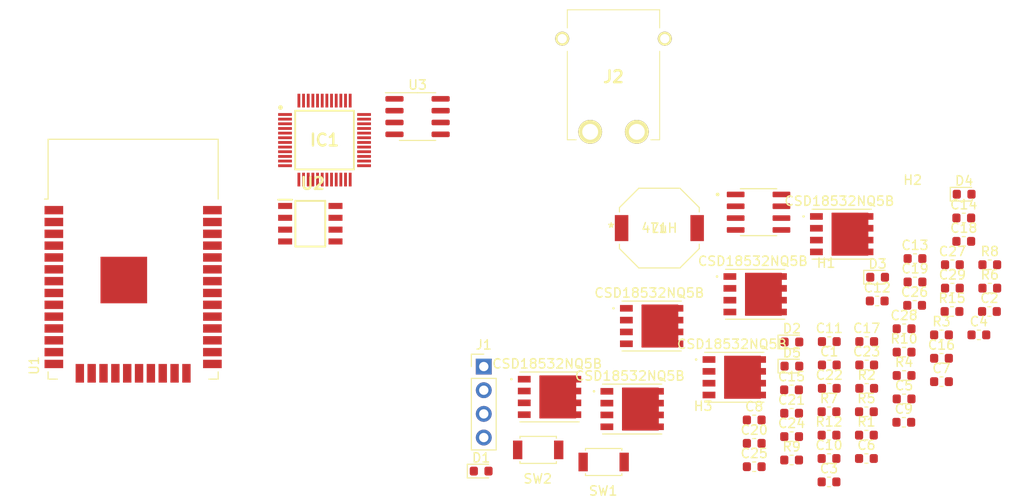
<source format=kicad_pcb>
(kicad_pcb (version 20171130) (host pcbnew 5.1.5+dfsg1-2build2)

  (general
    (thickness 1.6)
    (drawings 0)
    (tracks 0)
    (zones 0)
    (modules 65)
    (nets 74)
  )

  (page A4)
  (layers
    (0 F.Cu signal)
    (31 B.Cu signal)
    (32 B.Adhes user)
    (33 F.Adhes user)
    (34 B.Paste user)
    (35 F.Paste user)
    (36 B.SilkS user)
    (37 F.SilkS user)
    (38 B.Mask user)
    (39 F.Mask user)
    (40 Dwgs.User user)
    (41 Cmts.User user)
    (42 Eco1.User user)
    (43 Eco2.User user)
    (44 Edge.Cuts user)
    (45 Margin user)
    (46 B.CrtYd user)
    (47 F.CrtYd user)
    (48 B.Fab user)
    (49 F.Fab user)
  )

  (setup
    (last_trace_width 0.25)
    (trace_clearance 0.2)
    (zone_clearance 0.508)
    (zone_45_only no)
    (trace_min 0.2)
    (via_size 0.8)
    (via_drill 0.4)
    (via_min_size 0.4)
    (via_min_drill 0.3)
    (uvia_size 0.3)
    (uvia_drill 0.1)
    (uvias_allowed no)
    (uvia_min_size 0.2)
    (uvia_min_drill 0.1)
    (edge_width 0.05)
    (segment_width 0.2)
    (pcb_text_width 0.3)
    (pcb_text_size 1.5 1.5)
    (mod_edge_width 0.12)
    (mod_text_size 1 1)
    (mod_text_width 0.15)
    (pad_size 1.524 1.524)
    (pad_drill 0.762)
    (pad_to_mask_clearance 0.051)
    (solder_mask_min_width 0.25)
    (aux_axis_origin 0 0)
    (visible_elements FFFFFF7F)
    (pcbplotparams
      (layerselection 0x010fc_ffffffff)
      (usegerberextensions false)
      (usegerberattributes false)
      (usegerberadvancedattributes false)
      (creategerberjobfile false)
      (excludeedgelayer true)
      (linewidth 0.100000)
      (plotframeref false)
      (viasonmask false)
      (mode 1)
      (useauxorigin false)
      (hpglpennumber 1)
      (hpglpenspeed 20)
      (hpglpendiameter 15.000000)
      (psnegative false)
      (psa4output false)
      (plotreference true)
      (plotvalue true)
      (plotinvisibletext false)
      (padsonsilk false)
      (subtractmaskfromsilk false)
      (outputformat 1)
      (mirror false)
      (drillshape 1)
      (scaleselection 1)
      (outputdirectory ""))
  )

  (net 0 "")
  (net 1 "Net-(IC1-Pad47)")
  (net 2 DRV_DVDD)
  (net 3 VDRAIN)
  (net 4 CP1H)
  (net 5 CP1L)
  (net 6 CP2L)
  (net 7 CP2H)
  (net 8 DRV_HG_reg)
  (net 9 DRV_LG_reg)
  (net 10 GHA)
  (net 11 SLA)
  (net 12 GLA)
  (net 13 GHB)
  (net 14 SLB)
  (net 15 GLB)
  (net 16 GHC)
  (net 17 SLC)
  (net 18 GLC)
  (net 19 SP1)
  (net 20 SO3)
  (net 21 SO2)
  (net 22 SO1)
  (net 23 DRV_AVDD)
  (net 24 PWR_GD)
  (net 25 DRV_SPI_CLK)
  (net 26 DRV_SPI_MISO)
  (net 27 DRV_SPI_MOSI)
  (net 28 DRV_SPI_nSCS)
  (net 29 DRV_nFAULT)
  (net 30 DRV_LC)
  (net 31 DRV_HC)
  (net 32 DRV_LB)
  (net 33 DRV_HB)
  (net 34 DRV_LA)
  (net 35 DRV_HA)
  (net 36 DRV_EN_GATE)
  (net 37 TX)
  (net 38 RX)
  (net 39 "Net-(U1-Pad32)")
  (net 40 ENC_SCL)
  (net 41 ENC_SDA)
  (net 42 ENC_DIR)
  (net 43 ENC_OUT)
  (net 44 "Net-(U1-Pad26)")
  (net 45 BOOT)
  (net 46 "Net-(U1-Pad24)")
  (net 47 "Net-(U1-Pad23)")
  (net 48 "Net-(U1-Pad22)")
  (net 49 "Net-(U1-Pad21)")
  (net 50 "Net-(U1-Pad20)")
  (net 51 "Net-(U1-Pad19)")
  (net 52 "Net-(U1-Pad18)")
  (net 53 "Net-(U1-Pad17)")
  (net 54 RESET)
  (net 55 3V3_IN)
  (net 56 "Net-(U2-Pad5)")
  (net 57 "Net-(C3-Pad2)")
  (net 58 POWER_IN)
  (net 59 "Net-(U3-Pad5)")
  (net 60 "Net-(U3-Pad3)")
  (net 61 "Net-(U3-Pad2)")
  (net 62 "Net-(C3-Pad1)")
  (net 63 ISENA)
  (net 64 ISENB)
  (net 65 ISENC)
  (net 66 "Net-(D2-Pad1)")
  (net 67 "Net-(D3-Pad1)")
  (net 68 "Net-(D4-Pad1)")
  (net 69 "Net-(D5-Pad1)")
  (net 70 MOT_A)
  (net 71 MOT_B)
  (net 72 MOT_C)
  (net 73 TEMP_DQ)

  (net_class Default "This is the default net class."
    (clearance 0.2)
    (trace_width 0.25)
    (via_dia 0.8)
    (via_drill 0.4)
    (uvia_dia 0.3)
    (uvia_drill 0.1)
    (add_net 3V3_IN)
    (add_net BOOT)
    (add_net CP1H)
    (add_net CP1L)
    (add_net CP2H)
    (add_net CP2L)
    (add_net DRV_AVDD)
    (add_net DRV_DVDD)
    (add_net DRV_EN_GATE)
    (add_net DRV_HA)
    (add_net DRV_HB)
    (add_net DRV_HC)
    (add_net DRV_HG_reg)
    (add_net DRV_LA)
    (add_net DRV_LB)
    (add_net DRV_LC)
    (add_net DRV_LG_reg)
    (add_net DRV_SPI_CLK)
    (add_net DRV_SPI_MISO)
    (add_net DRV_SPI_MOSI)
    (add_net DRV_SPI_nSCS)
    (add_net DRV_nFAULT)
    (add_net ENC_DIR)
    (add_net ENC_OUT)
    (add_net ENC_SCL)
    (add_net ENC_SDA)
    (add_net GHA)
    (add_net GHB)
    (add_net GHC)
    (add_net GLA)
    (add_net GLB)
    (add_net GLC)
    (add_net ISENA)
    (add_net ISENB)
    (add_net ISENC)
    (add_net MOT_A)
    (add_net MOT_B)
    (add_net MOT_C)
    (add_net "Net-(C3-Pad1)")
    (add_net "Net-(C3-Pad2)")
    (add_net "Net-(D2-Pad1)")
    (add_net "Net-(D3-Pad1)")
    (add_net "Net-(D4-Pad1)")
    (add_net "Net-(D5-Pad1)")
    (add_net "Net-(IC1-Pad47)")
    (add_net "Net-(U1-Pad17)")
    (add_net "Net-(U1-Pad18)")
    (add_net "Net-(U1-Pad19)")
    (add_net "Net-(U1-Pad20)")
    (add_net "Net-(U1-Pad21)")
    (add_net "Net-(U1-Pad22)")
    (add_net "Net-(U1-Pad23)")
    (add_net "Net-(U1-Pad24)")
    (add_net "Net-(U1-Pad26)")
    (add_net "Net-(U1-Pad32)")
    (add_net "Net-(U2-Pad5)")
    (add_net "Net-(U3-Pad2)")
    (add_net "Net-(U3-Pad3)")
    (add_net "Net-(U3-Pad5)")
    (add_net POWER_IN)
    (add_net PWR_GD)
    (add_net RESET)
    (add_net RX)
    (add_net SLA)
    (add_net SLB)
    (add_net SLC)
    (add_net SO1)
    (add_net SO2)
    (add_net SO3)
    (add_net SP1)
    (add_net TEMP_DQ)
    (add_net TX)
    (add_net VDRAIN)
  )

  (module DS18S20Z_:DS18S20Z_ (layer F.Cu) (tedit 61422A8B) (tstamp 61799C95)
    (at 205.3178 3.7168)
    (path /615F141B)
    (fp_text reference U10 (at -0.225 -3.815) (layer F.SilkS) hide
      (effects (font (size 1 1) (thickness 0.15)))
    )
    (fp_text value DS18S20Z+ (at 7.83 3.515) (layer F.Fab)
      (effects (font (size 1 1) (thickness 0.15)))
    )
    (fp_line (start -3.665 2.7) (end -3.665 -2.7) (layer F.CrtYd) (width 0.05))
    (fp_line (start 3.665 2.7) (end -3.665 2.7) (layer F.CrtYd) (width 0.05))
    (fp_line (start 3.665 -2.7) (end 3.665 2.7) (layer F.CrtYd) (width 0.05))
    (fp_line (start -3.665 -2.7) (end 3.665 -2.7) (layer F.CrtYd) (width 0.05))
    (fp_line (start 1.95 2.519) (end -1.95 2.519) (layer F.SilkS) (width 0.127))
    (fp_line (start -1.95 -2.519) (end 1.95 -2.519) (layer F.SilkS) (width 0.127))
    (fp_line (start 1.95 -2.45) (end -1.95 -2.45) (layer F.Fab) (width 0.127))
    (fp_line (start 1.95 2.45) (end 1.95 -2.45) (layer F.Fab) (width 0.127))
    (fp_line (start -1.95 2.45) (end 1.95 2.45) (layer F.Fab) (width 0.127))
    (fp_line (start -1.95 -2.45) (end -1.95 2.45) (layer F.Fab) (width 0.127))
    (fp_circle (center -4.39 -1.9) (end -4.29 -1.9) (layer F.Fab) (width 0.2))
    (fp_circle (center -4.39 -1.9) (end -4.29 -1.9) (layer F.SilkS) (width 0.2))
    (pad 8 smd roundrect (at 2.455 -1.905) (size 1.9 0.6) (layers F.Cu F.Paste F.Mask) (roundrect_rratio 0.15))
    (pad 7 smd roundrect (at 2.455 -0.635) (size 1.9 0.6) (layers F.Cu F.Paste F.Mask) (roundrect_rratio 0.15))
    (pad 6 smd roundrect (at 2.455 0.635) (size 1.9 0.6) (layers F.Cu F.Paste F.Mask) (roundrect_rratio 0.15))
    (pad 5 smd roundrect (at 2.455 1.905) (size 1.9 0.6) (layers F.Cu F.Paste F.Mask) (roundrect_rratio 0.15)
      (net 19 SP1))
    (pad 4 smd roundrect (at -2.455 1.905) (size 1.9 0.6) (layers F.Cu F.Paste F.Mask) (roundrect_rratio 0.15)
      (net 73 TEMP_DQ))
    (pad 3 smd roundrect (at -2.455 0.635) (size 1.9 0.6) (layers F.Cu F.Paste F.Mask) (roundrect_rratio 0.15)
      (net 55 3V3_IN))
    (pad 2 smd roundrect (at -2.455 -0.635) (size 1.9 0.6) (layers F.Cu F.Paste F.Mask) (roundrect_rratio 0.15))
    (pad 1 smd roundrect (at -2.455 -1.905) (size 1.9 0.6) (layers F.Cu F.Paste F.Mask) (roundrect_rratio 0.15))
  )

  (module CSD18532NQ5B:CSD18532NQ5B (layer F.Cu) (tedit 6137AE53) (tstamp 61799C7D)
    (at 193.855401 15.93703)
    (path /628C4F21)
    (fp_text reference U9 (at 0 0) (layer F.SilkS) hide
      (effects (font (size 1 1) (thickness 0.15)))
    )
    (fp_text value CSD18532NQ5B (at -0.254 -3.556) (layer F.SilkS)
      (effects (font (size 1 1) (thickness 0.15)))
    )
    (fp_circle (center -1.982801 -1.905) (end -1.906601 -1.905) (layer F.Fab) (width 0.1))
    (fp_circle (center -4.091401 -1.905) (end -4.015201 -1.905) (layer F.SilkS) (width 0.12))
    (fp_circle (center -4.091401 -1.905) (end -4.015201 -1.905) (layer F.CrtYd) (width 0.05))
    (fp_arc (start 0 -2.55) (end -0.007742 -0.06477) (angle -180) (layer F.Fab) (width 0.1))
    (fp_arc (start 0 -2.55) (end -0.012912 -0.06477) (angle -180) (layer F.CrtYd) (width 0.05))
    (fp_line (start -3.304 2.5908) (end -3.608801 2.5908) (layer F.CrtYd) (width 0.05))
    (fp_line (start -3.304 2.804) (end -3.304 2.5908) (layer F.CrtYd) (width 0.05))
    (fp_line (start 3.304 2.804) (end -3.304 2.804) (layer F.CrtYd) (width 0.05))
    (fp_line (start 3.304 2.5908) (end 3.304 2.804) (layer F.CrtYd) (width 0.05))
    (fp_line (start 3.608801 2.5908) (end 3.304 2.5908) (layer F.CrtYd) (width 0.05))
    (fp_line (start 3.608801 -2.5908) (end 3.608801 2.5908) (layer F.CrtYd) (width 0.05))
    (fp_line (start 3.304 -2.5908) (end 3.608801 -2.5908) (layer F.CrtYd) (width 0.05))
    (fp_line (start 3.304 -2.804) (end 3.304 -2.5908) (layer F.CrtYd) (width 0.05))
    (fp_line (start -3.304 -2.804) (end 3.304 -2.804) (layer F.CrtYd) (width 0.05))
    (fp_line (start -3.304 -2.5908) (end -3.304 -2.804) (layer F.CrtYd) (width 0.05))
    (fp_line (start -3.608801 -2.5908) (end -3.304 -2.5908) (layer F.CrtYd) (width 0.05))
    (fp_line (start -3.608801 2.5908) (end -3.608801 -2.5908) (layer F.CrtYd) (width 0.05))
    (fp_poly (pts (xy -0.098136 0.853333) (xy -0.098136 2.160001) (xy 0.985197 2.160001) (xy 0.985197 0.853333)) (layer F.Paste) (width 0.1))
    (fp_poly (pts (xy -0.098136 -0.653334) (xy -0.098136 0.653334) (xy 0.985197 0.653334) (xy 0.985197 -0.653334)) (layer F.Paste) (width 0.1))
    (fp_poly (pts (xy -0.098136 -2.160001) (xy -0.098136 -0.853333) (xy 0.985197 -0.853333) (xy 0.985197 -2.160001)) (layer F.Paste) (width 0.1))
    (fp_poly (pts (xy -1.381469 0.853333) (xy -1.381469 2.160001) (xy -0.298135 2.160001) (xy -0.298135 0.853333)) (layer F.Paste) (width 0.1))
    (fp_poly (pts (xy -1.381469 -0.653334) (xy -1.381469 0.653334) (xy -0.298135 0.653334) (xy -0.298135 -0.653334)) (layer F.Paste) (width 0.1))
    (fp_poly (pts (xy -1.381469 -2.160001) (xy -1.381469 -0.853333) (xy -0.298135 -0.853333) (xy -0.298135 -2.160001)) (layer F.Paste) (width 0.1))
    (fp_poly (pts (xy -2.664802 0.853333) (xy -2.664802 2.160001) (xy -1.581468 2.160001) (xy -1.581468 0.853333)) (layer F.Paste) (width 0.1))
    (fp_poly (pts (xy -2.664802 -0.653334) (xy -2.664802 0.653334) (xy -1.581468 0.653334) (xy -1.581468 -0.653334)) (layer F.Paste) (width 0.1))
    (fp_poly (pts (xy -2.664802 -2.160001) (xy -2.664802 -0.853333) (xy -1.581468 -0.853333) (xy -1.581468 -2.160001)) (layer F.Paste) (width 0.1))
    (fp_poly (pts (xy -0.098136 0.853333) (xy -0.098136 2.160001) (xy 0.985197 2.160001) (xy 0.985197 0.853333)) (layer F.Paste) (width 0.1))
    (fp_poly (pts (xy -0.098136 -0.653334) (xy -0.098136 0.653334) (xy 0.985197 0.653334) (xy 0.985197 -0.653334)) (layer F.Paste) (width 0.1))
    (fp_poly (pts (xy -0.098136 -2.160001) (xy -0.098136 -0.853333) (xy 0.985197 -0.853333) (xy 0.985197 -2.160001)) (layer F.Paste) (width 0.1))
    (fp_poly (pts (xy -1.381469 0.853333) (xy -1.381469 2.160001) (xy -0.298135 2.160001) (xy -0.298135 0.853333)) (layer F.Paste) (width 0.1))
    (fp_poly (pts (xy -1.381469 -0.653334) (xy -1.381469 0.653334) (xy -0.298135 0.653334) (xy -0.298135 -0.653334)) (layer F.Paste) (width 0.1))
    (fp_poly (pts (xy -1.381469 -2.160001) (xy -1.381469 -0.853333) (xy -0.298135 -0.853333) (xy -0.298135 -2.160001)) (layer F.Paste) (width 0.1))
    (fp_poly (pts (xy -2.664802 0.853333) (xy -2.664802 2.160001) (xy -1.581468 2.160001) (xy -1.581468 0.853333)) (layer F.Paste) (width 0.1))
    (fp_poly (pts (xy -2.664802 -0.653334) (xy -2.664802 0.653334) (xy -1.581468 0.653334) (xy -1.581468 -0.653334)) (layer F.Paste) (width 0.1))
    (fp_poly (pts (xy -2.664802 -2.160001) (xy -2.664802 -0.853333) (xy -1.581468 -0.853333) (xy -1.581468 -2.160001)) (layer F.Paste) (width 0.1))
    (fp_poly (pts (xy -2.764801 -2.260001) (xy 1.085197 -2.260001) (xy 1.085197 2.260001) (xy -2.764801 2.260001)) (layer F.Mask) (width 0.1))
    (fp_poly (pts (xy 2.026001 -2.260001) (xy 2.026001 -1.549999) (xy 3.397999 -1.549999) (xy 3.397999 -2.260001)) (layer F.Mask) (width 0.1))
    (fp_poly (pts (xy 2.026001 -0.990001) (xy 2.026001 -0.279999) (xy 3.397999 -0.279999) (xy 3.397999 -0.990001)) (layer F.Mask) (width 0.1))
    (fp_poly (pts (xy 2.026001 0.279999) (xy 2.026001 0.990001) (xy 3.397999 0.990001) (xy 3.397999 0.279999)) (layer F.Mask) (width 0.1))
    (fp_poly (pts (xy 2.026001 1.549999) (xy 2.026001 2.260001) (xy 3.397999 2.260001) (xy 3.397999 1.549999)) (layer F.Mask) (width 0.1))
    (fp_poly (pts (xy -3.397999 1.549999) (xy -3.397999 2.260001) (xy -2.026001 2.260001) (xy -2.026001 1.549999)) (layer F.Mask) (width 0.1))
    (fp_poly (pts (xy -3.397999 0.279999) (xy -3.397999 0.990001) (xy -2.026001 0.990001) (xy -2.026001 0.279999)) (layer F.Mask) (width 0.1))
    (fp_poly (pts (xy -3.397999 -0.990001) (xy -3.397999 -0.279999) (xy -2.026001 -0.279999) (xy -2.026001 -0.990001)) (layer F.Mask) (width 0.1))
    (fp_poly (pts (xy -3.397999 -2.260001) (xy -3.397999 -1.549999) (xy -2.026001 -1.549999) (xy -2.026001 -2.260001)) (layer F.Mask) (width 0.1))
    (fp_poly (pts (xy 2.127001 -2.159) (xy 2.127001 -1.651) (xy 3.296999 -1.651) (xy 3.296999 -2.159)) (layer F.Paste) (width 0.1))
    (fp_poly (pts (xy 2.127001 -0.889) (xy 2.127001 -0.381) (xy 3.296999 -0.381) (xy 3.296999 -0.889)) (layer F.Paste) (width 0.1))
    (fp_poly (pts (xy 2.127001 0.381) (xy 2.127001 0.889) (xy 3.296999 0.889) (xy 3.296999 0.381)) (layer F.Paste) (width 0.1))
    (fp_poly (pts (xy 2.127001 1.651) (xy 2.127001 2.159) (xy 3.296999 2.159) (xy 3.296999 1.651)) (layer F.Paste) (width 0.1))
    (fp_poly (pts (xy -3.296999 1.651) (xy -3.296999 2.159) (xy -2.127001 2.159) (xy -2.127001 1.651)) (layer F.Paste) (width 0.1))
    (fp_poly (pts (xy -3.296999 0.381) (xy -3.296999 0.889) (xy -2.127001 0.889) (xy -2.127001 0.381)) (layer F.Paste) (width 0.1))
    (fp_poly (pts (xy -3.296999 -0.889) (xy -3.296999 -0.381) (xy -2.127001 -0.381) (xy -2.127001 -0.889)) (layer F.Paste) (width 0.1))
    (fp_poly (pts (xy -3.296999 -2.159) (xy -3.296999 -1.651) (xy -2.127001 -1.651) (xy -2.127001 -2.159)) (layer F.Paste) (width 0.1))
    (fp_poly (pts (xy -0.098136 0.853333) (xy -0.098136 2.160001) (xy 0.985197 2.160001) (xy 0.985197 0.853333)) (layer F.Paste) (width 0.1))
    (fp_poly (pts (xy -0.098136 -0.653334) (xy -0.098136 0.653334) (xy 0.985197 0.653334) (xy 0.985197 -0.653334)) (layer F.Paste) (width 0.1))
    (fp_poly (pts (xy -0.098136 -2.160001) (xy -0.098136 -0.853333) (xy 0.985197 -0.853333) (xy 0.985197 -2.160001)) (layer F.Paste) (width 0.1))
    (fp_poly (pts (xy -1.381469 0.853333) (xy -1.381469 2.160001) (xy -0.298135 2.160001) (xy -0.298135 0.853333)) (layer F.Paste) (width 0.1))
    (fp_poly (pts (xy -1.381469 -0.653334) (xy -1.381469 0.653334) (xy -0.298135 0.653334) (xy -0.298135 -0.653334)) (layer F.Paste) (width 0.1))
    (fp_poly (pts (xy -1.381469 -2.160001) (xy -1.381469 -0.853333) (xy -0.298135 -0.853333) (xy -0.298135 -2.160001)) (layer F.Paste) (width 0.1))
    (fp_poly (pts (xy -2.664802 0.853333) (xy -2.664802 2.160001) (xy -1.581468 2.160001) (xy -1.581468 0.853333)) (layer F.Paste) (width 0.1))
    (fp_poly (pts (xy -2.664802 -0.653334) (xy -2.664802 0.653334) (xy -1.581468 0.653334) (xy -1.581468 -0.653334)) (layer F.Paste) (width 0.1))
    (fp_poly (pts (xy -2.664802 -2.160001) (xy -2.664802 -0.853333) (xy -1.581468 -0.853333) (xy -1.581468 -2.160001)) (layer F.Paste) (width 0.1))
    (fp_poly (pts (xy -1.041801 -2.260001) (xy 2.808197 -2.260001) (xy 2.808197 2.260001) (xy -1.041801 2.260001)) (layer F.Cu) (width 0.1))
    (fp_line (start -3.050001 -2.55) (end -3.050001 2.55) (layer F.Fab) (width 0.1))
    (fp_line (start 3.050001 -2.55) (end -3.050001 -2.55) (layer F.Fab) (width 0.1))
    (fp_line (start 3.050001 2.55) (end 3.050001 -2.55) (layer F.Fab) (width 0.1))
    (fp_line (start -3.050001 2.55) (end 3.050001 2.55) (layer F.Fab) (width 0.1))
    (fp_line (start 3.177001 -2.677) (end -3.177001 -2.677) (layer F.SilkS) (width 0.12))
    (fp_line (start -3.177001 2.677) (end 3.177001 2.677) (layer F.SilkS) (width 0.12))
    (fp_text user 0.054in/1.372mm (at -2.668801 4.328) (layer Dwgs.User)
      (effects (font (size 1 1) (thickness 0.15)))
    )
    (fp_text user 0.21in/5.338mm (at 0 -4.963) (layer Dwgs.User)
      (effects (font (size 1 1) (thickness 0.15)))
    )
    (fp_text user 0.028in/0.71mm (at 5.716801 -1.905) (layer Dwgs.User)
      (effects (font (size 1 1) (thickness 0.15)))
    )
    (fp_text user 0.05in/1.27mm (at -5.716801 -1.27) (layer Dwgs.User)
      (effects (font (size 1 1) (thickness 0.15)))
    )
    (fp_text user * (at -1.016 -1.524) (layer F.Fab)
      (effects (font (size 1 1) (thickness 0.15)))
    )
    (fp_text user "Copyright 2021 Accelerated Designs. All rights reserved." (at 0 0) (layer Cmts.User)
      (effects (font (size 0.127 0.127) (thickness 0.002)))
    )
    (pad 8 smd rect (at 2.712001 -1.905) (size 1.372 0.71) (layers F.Cu F.Paste F.Mask)
      (net 72 MOT_C))
    (pad 7 smd rect (at 2.712001 -0.635) (size 1.372 0.71) (layers F.Cu F.Paste F.Mask)
      (net 72 MOT_C))
    (pad 6 smd rect (at 2.712001 0.635) (size 1.372 0.71) (layers F.Cu F.Paste F.Mask)
      (net 72 MOT_C))
    (pad 5 smd rect (at 2.712001 1.905) (size 1.372 0.71) (layers F.Cu F.Paste F.Mask)
      (net 72 MOT_C))
    (pad 4 smd rect (at -2.712001 1.905) (size 1.372 0.71) (layers F.Cu F.Paste F.Mask)
      (net 18 GLC))
    (pad 3 smd rect (at -2.712001 0.635) (size 1.372 0.71) (layers F.Cu F.Paste F.Mask)
      (net 17 SLC))
    (pad 2 smd rect (at -2.712001 -0.635) (size 1.372 0.71) (layers F.Cu F.Paste F.Mask)
      (net 17 SLC))
    (pad 1 smd rect (at -2.712001 -1.905) (size 1.372 0.71) (layers F.Cu F.Paste F.Mask)
      (net 17 SLC))
  )

  (module CSD18532NQ5B:CSD18532NQ5B (layer F.Cu) (tedit 6137AE53) (tstamp 61799C27)
    (at 182.905401 23.54703)
    (path /62706068)
    (fp_text reference U8 (at 0 0) (layer F.SilkS) hide
      (effects (font (size 1 1) (thickness 0.15)))
    )
    (fp_text value CSD18532NQ5B (at -0.254 -3.556) (layer F.SilkS)
      (effects (font (size 1 1) (thickness 0.15)))
    )
    (fp_circle (center -1.982801 -1.905) (end -1.906601 -1.905) (layer F.Fab) (width 0.1))
    (fp_circle (center -4.091401 -1.905) (end -4.015201 -1.905) (layer F.SilkS) (width 0.12))
    (fp_circle (center -4.091401 -1.905) (end -4.015201 -1.905) (layer F.CrtYd) (width 0.05))
    (fp_arc (start 0 -2.55) (end -0.007742 -0.06477) (angle -180) (layer F.Fab) (width 0.1))
    (fp_arc (start 0 -2.55) (end -0.012912 -0.06477) (angle -180) (layer F.CrtYd) (width 0.05))
    (fp_line (start -3.304 2.5908) (end -3.608801 2.5908) (layer F.CrtYd) (width 0.05))
    (fp_line (start -3.304 2.804) (end -3.304 2.5908) (layer F.CrtYd) (width 0.05))
    (fp_line (start 3.304 2.804) (end -3.304 2.804) (layer F.CrtYd) (width 0.05))
    (fp_line (start 3.304 2.5908) (end 3.304 2.804) (layer F.CrtYd) (width 0.05))
    (fp_line (start 3.608801 2.5908) (end 3.304 2.5908) (layer F.CrtYd) (width 0.05))
    (fp_line (start 3.608801 -2.5908) (end 3.608801 2.5908) (layer F.CrtYd) (width 0.05))
    (fp_line (start 3.304 -2.5908) (end 3.608801 -2.5908) (layer F.CrtYd) (width 0.05))
    (fp_line (start 3.304 -2.804) (end 3.304 -2.5908) (layer F.CrtYd) (width 0.05))
    (fp_line (start -3.304 -2.804) (end 3.304 -2.804) (layer F.CrtYd) (width 0.05))
    (fp_line (start -3.304 -2.5908) (end -3.304 -2.804) (layer F.CrtYd) (width 0.05))
    (fp_line (start -3.608801 -2.5908) (end -3.304 -2.5908) (layer F.CrtYd) (width 0.05))
    (fp_line (start -3.608801 2.5908) (end -3.608801 -2.5908) (layer F.CrtYd) (width 0.05))
    (fp_poly (pts (xy -0.098136 0.853333) (xy -0.098136 2.160001) (xy 0.985197 2.160001) (xy 0.985197 0.853333)) (layer F.Paste) (width 0.1))
    (fp_poly (pts (xy -0.098136 -0.653334) (xy -0.098136 0.653334) (xy 0.985197 0.653334) (xy 0.985197 -0.653334)) (layer F.Paste) (width 0.1))
    (fp_poly (pts (xy -0.098136 -2.160001) (xy -0.098136 -0.853333) (xy 0.985197 -0.853333) (xy 0.985197 -2.160001)) (layer F.Paste) (width 0.1))
    (fp_poly (pts (xy -1.381469 0.853333) (xy -1.381469 2.160001) (xy -0.298135 2.160001) (xy -0.298135 0.853333)) (layer F.Paste) (width 0.1))
    (fp_poly (pts (xy -1.381469 -0.653334) (xy -1.381469 0.653334) (xy -0.298135 0.653334) (xy -0.298135 -0.653334)) (layer F.Paste) (width 0.1))
    (fp_poly (pts (xy -1.381469 -2.160001) (xy -1.381469 -0.853333) (xy -0.298135 -0.853333) (xy -0.298135 -2.160001)) (layer F.Paste) (width 0.1))
    (fp_poly (pts (xy -2.664802 0.853333) (xy -2.664802 2.160001) (xy -1.581468 2.160001) (xy -1.581468 0.853333)) (layer F.Paste) (width 0.1))
    (fp_poly (pts (xy -2.664802 -0.653334) (xy -2.664802 0.653334) (xy -1.581468 0.653334) (xy -1.581468 -0.653334)) (layer F.Paste) (width 0.1))
    (fp_poly (pts (xy -2.664802 -2.160001) (xy -2.664802 -0.853333) (xy -1.581468 -0.853333) (xy -1.581468 -2.160001)) (layer F.Paste) (width 0.1))
    (fp_poly (pts (xy -0.098136 0.853333) (xy -0.098136 2.160001) (xy 0.985197 2.160001) (xy 0.985197 0.853333)) (layer F.Paste) (width 0.1))
    (fp_poly (pts (xy -0.098136 -0.653334) (xy -0.098136 0.653334) (xy 0.985197 0.653334) (xy 0.985197 -0.653334)) (layer F.Paste) (width 0.1))
    (fp_poly (pts (xy -0.098136 -2.160001) (xy -0.098136 -0.853333) (xy 0.985197 -0.853333) (xy 0.985197 -2.160001)) (layer F.Paste) (width 0.1))
    (fp_poly (pts (xy -1.381469 0.853333) (xy -1.381469 2.160001) (xy -0.298135 2.160001) (xy -0.298135 0.853333)) (layer F.Paste) (width 0.1))
    (fp_poly (pts (xy -1.381469 -0.653334) (xy -1.381469 0.653334) (xy -0.298135 0.653334) (xy -0.298135 -0.653334)) (layer F.Paste) (width 0.1))
    (fp_poly (pts (xy -1.381469 -2.160001) (xy -1.381469 -0.853333) (xy -0.298135 -0.853333) (xy -0.298135 -2.160001)) (layer F.Paste) (width 0.1))
    (fp_poly (pts (xy -2.664802 0.853333) (xy -2.664802 2.160001) (xy -1.581468 2.160001) (xy -1.581468 0.853333)) (layer F.Paste) (width 0.1))
    (fp_poly (pts (xy -2.664802 -0.653334) (xy -2.664802 0.653334) (xy -1.581468 0.653334) (xy -1.581468 -0.653334)) (layer F.Paste) (width 0.1))
    (fp_poly (pts (xy -2.664802 -2.160001) (xy -2.664802 -0.853333) (xy -1.581468 -0.853333) (xy -1.581468 -2.160001)) (layer F.Paste) (width 0.1))
    (fp_poly (pts (xy -2.764801 -2.260001) (xy 1.085197 -2.260001) (xy 1.085197 2.260001) (xy -2.764801 2.260001)) (layer F.Mask) (width 0.1))
    (fp_poly (pts (xy 2.026001 -2.260001) (xy 2.026001 -1.549999) (xy 3.397999 -1.549999) (xy 3.397999 -2.260001)) (layer F.Mask) (width 0.1))
    (fp_poly (pts (xy 2.026001 -0.990001) (xy 2.026001 -0.279999) (xy 3.397999 -0.279999) (xy 3.397999 -0.990001)) (layer F.Mask) (width 0.1))
    (fp_poly (pts (xy 2.026001 0.279999) (xy 2.026001 0.990001) (xy 3.397999 0.990001) (xy 3.397999 0.279999)) (layer F.Mask) (width 0.1))
    (fp_poly (pts (xy 2.026001 1.549999) (xy 2.026001 2.260001) (xy 3.397999 2.260001) (xy 3.397999 1.549999)) (layer F.Mask) (width 0.1))
    (fp_poly (pts (xy -3.397999 1.549999) (xy -3.397999 2.260001) (xy -2.026001 2.260001) (xy -2.026001 1.549999)) (layer F.Mask) (width 0.1))
    (fp_poly (pts (xy -3.397999 0.279999) (xy -3.397999 0.990001) (xy -2.026001 0.990001) (xy -2.026001 0.279999)) (layer F.Mask) (width 0.1))
    (fp_poly (pts (xy -3.397999 -0.990001) (xy -3.397999 -0.279999) (xy -2.026001 -0.279999) (xy -2.026001 -0.990001)) (layer F.Mask) (width 0.1))
    (fp_poly (pts (xy -3.397999 -2.260001) (xy -3.397999 -1.549999) (xy -2.026001 -1.549999) (xy -2.026001 -2.260001)) (layer F.Mask) (width 0.1))
    (fp_poly (pts (xy 2.127001 -2.159) (xy 2.127001 -1.651) (xy 3.296999 -1.651) (xy 3.296999 -2.159)) (layer F.Paste) (width 0.1))
    (fp_poly (pts (xy 2.127001 -0.889) (xy 2.127001 -0.381) (xy 3.296999 -0.381) (xy 3.296999 -0.889)) (layer F.Paste) (width 0.1))
    (fp_poly (pts (xy 2.127001 0.381) (xy 2.127001 0.889) (xy 3.296999 0.889) (xy 3.296999 0.381)) (layer F.Paste) (width 0.1))
    (fp_poly (pts (xy 2.127001 1.651) (xy 2.127001 2.159) (xy 3.296999 2.159) (xy 3.296999 1.651)) (layer F.Paste) (width 0.1))
    (fp_poly (pts (xy -3.296999 1.651) (xy -3.296999 2.159) (xy -2.127001 2.159) (xy -2.127001 1.651)) (layer F.Paste) (width 0.1))
    (fp_poly (pts (xy -3.296999 0.381) (xy -3.296999 0.889) (xy -2.127001 0.889) (xy -2.127001 0.381)) (layer F.Paste) (width 0.1))
    (fp_poly (pts (xy -3.296999 -0.889) (xy -3.296999 -0.381) (xy -2.127001 -0.381) (xy -2.127001 -0.889)) (layer F.Paste) (width 0.1))
    (fp_poly (pts (xy -3.296999 -2.159) (xy -3.296999 -1.651) (xy -2.127001 -1.651) (xy -2.127001 -2.159)) (layer F.Paste) (width 0.1))
    (fp_poly (pts (xy -0.098136 0.853333) (xy -0.098136 2.160001) (xy 0.985197 2.160001) (xy 0.985197 0.853333)) (layer F.Paste) (width 0.1))
    (fp_poly (pts (xy -0.098136 -0.653334) (xy -0.098136 0.653334) (xy 0.985197 0.653334) (xy 0.985197 -0.653334)) (layer F.Paste) (width 0.1))
    (fp_poly (pts (xy -0.098136 -2.160001) (xy -0.098136 -0.853333) (xy 0.985197 -0.853333) (xy 0.985197 -2.160001)) (layer F.Paste) (width 0.1))
    (fp_poly (pts (xy -1.381469 0.853333) (xy -1.381469 2.160001) (xy -0.298135 2.160001) (xy -0.298135 0.853333)) (layer F.Paste) (width 0.1))
    (fp_poly (pts (xy -1.381469 -0.653334) (xy -1.381469 0.653334) (xy -0.298135 0.653334) (xy -0.298135 -0.653334)) (layer F.Paste) (width 0.1))
    (fp_poly (pts (xy -1.381469 -2.160001) (xy -1.381469 -0.853333) (xy -0.298135 -0.853333) (xy -0.298135 -2.160001)) (layer F.Paste) (width 0.1))
    (fp_poly (pts (xy -2.664802 0.853333) (xy -2.664802 2.160001) (xy -1.581468 2.160001) (xy -1.581468 0.853333)) (layer F.Paste) (width 0.1))
    (fp_poly (pts (xy -2.664802 -0.653334) (xy -2.664802 0.653334) (xy -1.581468 0.653334) (xy -1.581468 -0.653334)) (layer F.Paste) (width 0.1))
    (fp_poly (pts (xy -2.664802 -2.160001) (xy -2.664802 -0.853333) (xy -1.581468 -0.853333) (xy -1.581468 -2.160001)) (layer F.Paste) (width 0.1))
    (fp_poly (pts (xy -1.041801 -2.260001) (xy 2.808197 -2.260001) (xy 2.808197 2.260001) (xy -1.041801 2.260001)) (layer F.Cu) (width 0.1))
    (fp_line (start -3.050001 -2.55) (end -3.050001 2.55) (layer F.Fab) (width 0.1))
    (fp_line (start 3.050001 -2.55) (end -3.050001 -2.55) (layer F.Fab) (width 0.1))
    (fp_line (start 3.050001 2.55) (end 3.050001 -2.55) (layer F.Fab) (width 0.1))
    (fp_line (start -3.050001 2.55) (end 3.050001 2.55) (layer F.Fab) (width 0.1))
    (fp_line (start 3.177001 -2.677) (end -3.177001 -2.677) (layer F.SilkS) (width 0.12))
    (fp_line (start -3.177001 2.677) (end 3.177001 2.677) (layer F.SilkS) (width 0.12))
    (fp_text user 0.054in/1.372mm (at -2.668801 4.328) (layer Dwgs.User)
      (effects (font (size 1 1) (thickness 0.15)))
    )
    (fp_text user 0.21in/5.338mm (at 0 -4.963) (layer Dwgs.User)
      (effects (font (size 1 1) (thickness 0.15)))
    )
    (fp_text user 0.028in/0.71mm (at 5.716801 -1.905) (layer Dwgs.User)
      (effects (font (size 1 1) (thickness 0.15)))
    )
    (fp_text user 0.05in/1.27mm (at -5.716801 -1.27) (layer Dwgs.User)
      (effects (font (size 1 1) (thickness 0.15)))
    )
    (fp_text user * (at -1.016 -1.524) (layer F.Fab)
      (effects (font (size 1 1) (thickness 0.15)))
    )
    (fp_text user "Copyright 2021 Accelerated Designs. All rights reserved." (at 0 0) (layer Cmts.User)
      (effects (font (size 0.127 0.127) (thickness 0.002)))
    )
    (pad 8 smd rect (at 2.712001 -1.905) (size 1.372 0.71) (layers F.Cu F.Paste F.Mask)
      (net 58 POWER_IN))
    (pad 7 smd rect (at 2.712001 -0.635) (size 1.372 0.71) (layers F.Cu F.Paste F.Mask)
      (net 58 POWER_IN))
    (pad 6 smd rect (at 2.712001 0.635) (size 1.372 0.71) (layers F.Cu F.Paste F.Mask)
      (net 58 POWER_IN))
    (pad 5 smd rect (at 2.712001 1.905) (size 1.372 0.71) (layers F.Cu F.Paste F.Mask)
      (net 58 POWER_IN))
    (pad 4 smd rect (at -2.712001 1.905) (size 1.372 0.71) (layers F.Cu F.Paste F.Mask)
      (net 16 GHC))
    (pad 3 smd rect (at -2.712001 0.635) (size 1.372 0.71) (layers F.Cu F.Paste F.Mask)
      (net 72 MOT_C))
    (pad 2 smd rect (at -2.712001 -0.635) (size 1.372 0.71) (layers F.Cu F.Paste F.Mask)
      (net 72 MOT_C))
    (pad 1 smd rect (at -2.712001 -1.905) (size 1.372 0.71) (layers F.Cu F.Paste F.Mask)
      (net 72 MOT_C))
  )

  (module CSD18532NQ5B:CSD18532NQ5B (layer F.Cu) (tedit 6137AE53) (tstamp 61799BD1)
    (at 204.955401 12.52703)
    (path /62877531)
    (fp_text reference U7 (at 0 0) (layer F.SilkS) hide
      (effects (font (size 1 1) (thickness 0.15)))
    )
    (fp_text value CSD18532NQ5B (at -0.254 -3.556) (layer F.SilkS)
      (effects (font (size 1 1) (thickness 0.15)))
    )
    (fp_circle (center -1.982801 -1.905) (end -1.906601 -1.905) (layer F.Fab) (width 0.1))
    (fp_circle (center -4.091401 -1.905) (end -4.015201 -1.905) (layer F.SilkS) (width 0.12))
    (fp_circle (center -4.091401 -1.905) (end -4.015201 -1.905) (layer F.CrtYd) (width 0.05))
    (fp_arc (start 0 -2.55) (end -0.007742 -0.06477) (angle -180) (layer F.Fab) (width 0.1))
    (fp_arc (start 0 -2.55) (end -0.012912 -0.06477) (angle -180) (layer F.CrtYd) (width 0.05))
    (fp_line (start -3.304 2.5908) (end -3.608801 2.5908) (layer F.CrtYd) (width 0.05))
    (fp_line (start -3.304 2.804) (end -3.304 2.5908) (layer F.CrtYd) (width 0.05))
    (fp_line (start 3.304 2.804) (end -3.304 2.804) (layer F.CrtYd) (width 0.05))
    (fp_line (start 3.304 2.5908) (end 3.304 2.804) (layer F.CrtYd) (width 0.05))
    (fp_line (start 3.608801 2.5908) (end 3.304 2.5908) (layer F.CrtYd) (width 0.05))
    (fp_line (start 3.608801 -2.5908) (end 3.608801 2.5908) (layer F.CrtYd) (width 0.05))
    (fp_line (start 3.304 -2.5908) (end 3.608801 -2.5908) (layer F.CrtYd) (width 0.05))
    (fp_line (start 3.304 -2.804) (end 3.304 -2.5908) (layer F.CrtYd) (width 0.05))
    (fp_line (start -3.304 -2.804) (end 3.304 -2.804) (layer F.CrtYd) (width 0.05))
    (fp_line (start -3.304 -2.5908) (end -3.304 -2.804) (layer F.CrtYd) (width 0.05))
    (fp_line (start -3.608801 -2.5908) (end -3.304 -2.5908) (layer F.CrtYd) (width 0.05))
    (fp_line (start -3.608801 2.5908) (end -3.608801 -2.5908) (layer F.CrtYd) (width 0.05))
    (fp_poly (pts (xy -0.098136 0.853333) (xy -0.098136 2.160001) (xy 0.985197 2.160001) (xy 0.985197 0.853333)) (layer F.Paste) (width 0.1))
    (fp_poly (pts (xy -0.098136 -0.653334) (xy -0.098136 0.653334) (xy 0.985197 0.653334) (xy 0.985197 -0.653334)) (layer F.Paste) (width 0.1))
    (fp_poly (pts (xy -0.098136 -2.160001) (xy -0.098136 -0.853333) (xy 0.985197 -0.853333) (xy 0.985197 -2.160001)) (layer F.Paste) (width 0.1))
    (fp_poly (pts (xy -1.381469 0.853333) (xy -1.381469 2.160001) (xy -0.298135 2.160001) (xy -0.298135 0.853333)) (layer F.Paste) (width 0.1))
    (fp_poly (pts (xy -1.381469 -0.653334) (xy -1.381469 0.653334) (xy -0.298135 0.653334) (xy -0.298135 -0.653334)) (layer F.Paste) (width 0.1))
    (fp_poly (pts (xy -1.381469 -2.160001) (xy -1.381469 -0.853333) (xy -0.298135 -0.853333) (xy -0.298135 -2.160001)) (layer F.Paste) (width 0.1))
    (fp_poly (pts (xy -2.664802 0.853333) (xy -2.664802 2.160001) (xy -1.581468 2.160001) (xy -1.581468 0.853333)) (layer F.Paste) (width 0.1))
    (fp_poly (pts (xy -2.664802 -0.653334) (xy -2.664802 0.653334) (xy -1.581468 0.653334) (xy -1.581468 -0.653334)) (layer F.Paste) (width 0.1))
    (fp_poly (pts (xy -2.664802 -2.160001) (xy -2.664802 -0.853333) (xy -1.581468 -0.853333) (xy -1.581468 -2.160001)) (layer F.Paste) (width 0.1))
    (fp_poly (pts (xy -0.098136 0.853333) (xy -0.098136 2.160001) (xy 0.985197 2.160001) (xy 0.985197 0.853333)) (layer F.Paste) (width 0.1))
    (fp_poly (pts (xy -0.098136 -0.653334) (xy -0.098136 0.653334) (xy 0.985197 0.653334) (xy 0.985197 -0.653334)) (layer F.Paste) (width 0.1))
    (fp_poly (pts (xy -0.098136 -2.160001) (xy -0.098136 -0.853333) (xy 0.985197 -0.853333) (xy 0.985197 -2.160001)) (layer F.Paste) (width 0.1))
    (fp_poly (pts (xy -1.381469 0.853333) (xy -1.381469 2.160001) (xy -0.298135 2.160001) (xy -0.298135 0.853333)) (layer F.Paste) (width 0.1))
    (fp_poly (pts (xy -1.381469 -0.653334) (xy -1.381469 0.653334) (xy -0.298135 0.653334) (xy -0.298135 -0.653334)) (layer F.Paste) (width 0.1))
    (fp_poly (pts (xy -1.381469 -2.160001) (xy -1.381469 -0.853333) (xy -0.298135 -0.853333) (xy -0.298135 -2.160001)) (layer F.Paste) (width 0.1))
    (fp_poly (pts (xy -2.664802 0.853333) (xy -2.664802 2.160001) (xy -1.581468 2.160001) (xy -1.581468 0.853333)) (layer F.Paste) (width 0.1))
    (fp_poly (pts (xy -2.664802 -0.653334) (xy -2.664802 0.653334) (xy -1.581468 0.653334) (xy -1.581468 -0.653334)) (layer F.Paste) (width 0.1))
    (fp_poly (pts (xy -2.664802 -2.160001) (xy -2.664802 -0.853333) (xy -1.581468 -0.853333) (xy -1.581468 -2.160001)) (layer F.Paste) (width 0.1))
    (fp_poly (pts (xy -2.764801 -2.260001) (xy 1.085197 -2.260001) (xy 1.085197 2.260001) (xy -2.764801 2.260001)) (layer F.Mask) (width 0.1))
    (fp_poly (pts (xy 2.026001 -2.260001) (xy 2.026001 -1.549999) (xy 3.397999 -1.549999) (xy 3.397999 -2.260001)) (layer F.Mask) (width 0.1))
    (fp_poly (pts (xy 2.026001 -0.990001) (xy 2.026001 -0.279999) (xy 3.397999 -0.279999) (xy 3.397999 -0.990001)) (layer F.Mask) (width 0.1))
    (fp_poly (pts (xy 2.026001 0.279999) (xy 2.026001 0.990001) (xy 3.397999 0.990001) (xy 3.397999 0.279999)) (layer F.Mask) (width 0.1))
    (fp_poly (pts (xy 2.026001 1.549999) (xy 2.026001 2.260001) (xy 3.397999 2.260001) (xy 3.397999 1.549999)) (layer F.Mask) (width 0.1))
    (fp_poly (pts (xy -3.397999 1.549999) (xy -3.397999 2.260001) (xy -2.026001 2.260001) (xy -2.026001 1.549999)) (layer F.Mask) (width 0.1))
    (fp_poly (pts (xy -3.397999 0.279999) (xy -3.397999 0.990001) (xy -2.026001 0.990001) (xy -2.026001 0.279999)) (layer F.Mask) (width 0.1))
    (fp_poly (pts (xy -3.397999 -0.990001) (xy -3.397999 -0.279999) (xy -2.026001 -0.279999) (xy -2.026001 -0.990001)) (layer F.Mask) (width 0.1))
    (fp_poly (pts (xy -3.397999 -2.260001) (xy -3.397999 -1.549999) (xy -2.026001 -1.549999) (xy -2.026001 -2.260001)) (layer F.Mask) (width 0.1))
    (fp_poly (pts (xy 2.127001 -2.159) (xy 2.127001 -1.651) (xy 3.296999 -1.651) (xy 3.296999 -2.159)) (layer F.Paste) (width 0.1))
    (fp_poly (pts (xy 2.127001 -0.889) (xy 2.127001 -0.381) (xy 3.296999 -0.381) (xy 3.296999 -0.889)) (layer F.Paste) (width 0.1))
    (fp_poly (pts (xy 2.127001 0.381) (xy 2.127001 0.889) (xy 3.296999 0.889) (xy 3.296999 0.381)) (layer F.Paste) (width 0.1))
    (fp_poly (pts (xy 2.127001 1.651) (xy 2.127001 2.159) (xy 3.296999 2.159) (xy 3.296999 1.651)) (layer F.Paste) (width 0.1))
    (fp_poly (pts (xy -3.296999 1.651) (xy -3.296999 2.159) (xy -2.127001 2.159) (xy -2.127001 1.651)) (layer F.Paste) (width 0.1))
    (fp_poly (pts (xy -3.296999 0.381) (xy -3.296999 0.889) (xy -2.127001 0.889) (xy -2.127001 0.381)) (layer F.Paste) (width 0.1))
    (fp_poly (pts (xy -3.296999 -0.889) (xy -3.296999 -0.381) (xy -2.127001 -0.381) (xy -2.127001 -0.889)) (layer F.Paste) (width 0.1))
    (fp_poly (pts (xy -3.296999 -2.159) (xy -3.296999 -1.651) (xy -2.127001 -1.651) (xy -2.127001 -2.159)) (layer F.Paste) (width 0.1))
    (fp_poly (pts (xy -0.098136 0.853333) (xy -0.098136 2.160001) (xy 0.985197 2.160001) (xy 0.985197 0.853333)) (layer F.Paste) (width 0.1))
    (fp_poly (pts (xy -0.098136 -0.653334) (xy -0.098136 0.653334) (xy 0.985197 0.653334) (xy 0.985197 -0.653334)) (layer F.Paste) (width 0.1))
    (fp_poly (pts (xy -0.098136 -2.160001) (xy -0.098136 -0.853333) (xy 0.985197 -0.853333) (xy 0.985197 -2.160001)) (layer F.Paste) (width 0.1))
    (fp_poly (pts (xy -1.381469 0.853333) (xy -1.381469 2.160001) (xy -0.298135 2.160001) (xy -0.298135 0.853333)) (layer F.Paste) (width 0.1))
    (fp_poly (pts (xy -1.381469 -0.653334) (xy -1.381469 0.653334) (xy -0.298135 0.653334) (xy -0.298135 -0.653334)) (layer F.Paste) (width 0.1))
    (fp_poly (pts (xy -1.381469 -2.160001) (xy -1.381469 -0.853333) (xy -0.298135 -0.853333) (xy -0.298135 -2.160001)) (layer F.Paste) (width 0.1))
    (fp_poly (pts (xy -2.664802 0.853333) (xy -2.664802 2.160001) (xy -1.581468 2.160001) (xy -1.581468 0.853333)) (layer F.Paste) (width 0.1))
    (fp_poly (pts (xy -2.664802 -0.653334) (xy -2.664802 0.653334) (xy -1.581468 0.653334) (xy -1.581468 -0.653334)) (layer F.Paste) (width 0.1))
    (fp_poly (pts (xy -2.664802 -2.160001) (xy -2.664802 -0.853333) (xy -1.581468 -0.853333) (xy -1.581468 -2.160001)) (layer F.Paste) (width 0.1))
    (fp_poly (pts (xy -1.041801 -2.260001) (xy 2.808197 -2.260001) (xy 2.808197 2.260001) (xy -1.041801 2.260001)) (layer F.Cu) (width 0.1))
    (fp_line (start -3.050001 -2.55) (end -3.050001 2.55) (layer F.Fab) (width 0.1))
    (fp_line (start 3.050001 -2.55) (end -3.050001 -2.55) (layer F.Fab) (width 0.1))
    (fp_line (start 3.050001 2.55) (end 3.050001 -2.55) (layer F.Fab) (width 0.1))
    (fp_line (start -3.050001 2.55) (end 3.050001 2.55) (layer F.Fab) (width 0.1))
    (fp_line (start 3.177001 -2.677) (end -3.177001 -2.677) (layer F.SilkS) (width 0.12))
    (fp_line (start -3.177001 2.677) (end 3.177001 2.677) (layer F.SilkS) (width 0.12))
    (fp_text user 0.054in/1.372mm (at -2.668801 4.328) (layer Dwgs.User)
      (effects (font (size 1 1) (thickness 0.15)))
    )
    (fp_text user 0.21in/5.338mm (at 0 -4.963) (layer Dwgs.User)
      (effects (font (size 1 1) (thickness 0.15)))
    )
    (fp_text user 0.028in/0.71mm (at 5.716801 -1.905) (layer Dwgs.User)
      (effects (font (size 1 1) (thickness 0.15)))
    )
    (fp_text user 0.05in/1.27mm (at -5.716801 -1.27) (layer Dwgs.User)
      (effects (font (size 1 1) (thickness 0.15)))
    )
    (fp_text user * (at -1.016 -1.524) (layer F.Fab)
      (effects (font (size 1 1) (thickness 0.15)))
    )
    (fp_text user "Copyright 2021 Accelerated Designs. All rights reserved." (at 0 0) (layer Cmts.User)
      (effects (font (size 0.127 0.127) (thickness 0.002)))
    )
    (pad 8 smd rect (at 2.712001 -1.905) (size 1.372 0.71) (layers F.Cu F.Paste F.Mask)
      (net 71 MOT_B))
    (pad 7 smd rect (at 2.712001 -0.635) (size 1.372 0.71) (layers F.Cu F.Paste F.Mask)
      (net 71 MOT_B))
    (pad 6 smd rect (at 2.712001 0.635) (size 1.372 0.71) (layers F.Cu F.Paste F.Mask)
      (net 71 MOT_B))
    (pad 5 smd rect (at 2.712001 1.905) (size 1.372 0.71) (layers F.Cu F.Paste F.Mask)
      (net 71 MOT_B))
    (pad 4 smd rect (at -2.712001 1.905) (size 1.372 0.71) (layers F.Cu F.Paste F.Mask)
      (net 15 GLB))
    (pad 3 smd rect (at -2.712001 0.635) (size 1.372 0.71) (layers F.Cu F.Paste F.Mask)
      (net 14 SLB))
    (pad 2 smd rect (at -2.712001 -0.635) (size 1.372 0.71) (layers F.Cu F.Paste F.Mask)
      (net 14 SLB))
    (pad 1 smd rect (at -2.712001 -1.905) (size 1.372 0.71) (layers F.Cu F.Paste F.Mask)
      (net 14 SLB))
  )

  (module CSD18532NQ5B:CSD18532NQ5B (layer F.Cu) (tedit 6137AE53) (tstamp 61799B7B)
    (at 214.235401 6.07703)
    (path /6271FB30)
    (fp_text reference U6 (at 0 0) (layer F.SilkS) hide
      (effects (font (size 1 1) (thickness 0.15)))
    )
    (fp_text value CSD18532NQ5B (at -0.254 -3.556) (layer F.SilkS)
      (effects (font (size 1 1) (thickness 0.15)))
    )
    (fp_circle (center -1.982801 -1.905) (end -1.906601 -1.905) (layer F.Fab) (width 0.1))
    (fp_circle (center -4.091401 -1.905) (end -4.015201 -1.905) (layer F.SilkS) (width 0.12))
    (fp_circle (center -4.091401 -1.905) (end -4.015201 -1.905) (layer F.CrtYd) (width 0.05))
    (fp_arc (start 0 -2.55) (end -0.007742 -0.06477) (angle -180) (layer F.Fab) (width 0.1))
    (fp_arc (start 0 -2.55) (end -0.012912 -0.06477) (angle -180) (layer F.CrtYd) (width 0.05))
    (fp_line (start -3.304 2.5908) (end -3.608801 2.5908) (layer F.CrtYd) (width 0.05))
    (fp_line (start -3.304 2.804) (end -3.304 2.5908) (layer F.CrtYd) (width 0.05))
    (fp_line (start 3.304 2.804) (end -3.304 2.804) (layer F.CrtYd) (width 0.05))
    (fp_line (start 3.304 2.5908) (end 3.304 2.804) (layer F.CrtYd) (width 0.05))
    (fp_line (start 3.608801 2.5908) (end 3.304 2.5908) (layer F.CrtYd) (width 0.05))
    (fp_line (start 3.608801 -2.5908) (end 3.608801 2.5908) (layer F.CrtYd) (width 0.05))
    (fp_line (start 3.304 -2.5908) (end 3.608801 -2.5908) (layer F.CrtYd) (width 0.05))
    (fp_line (start 3.304 -2.804) (end 3.304 -2.5908) (layer F.CrtYd) (width 0.05))
    (fp_line (start -3.304 -2.804) (end 3.304 -2.804) (layer F.CrtYd) (width 0.05))
    (fp_line (start -3.304 -2.5908) (end -3.304 -2.804) (layer F.CrtYd) (width 0.05))
    (fp_line (start -3.608801 -2.5908) (end -3.304 -2.5908) (layer F.CrtYd) (width 0.05))
    (fp_line (start -3.608801 2.5908) (end -3.608801 -2.5908) (layer F.CrtYd) (width 0.05))
    (fp_poly (pts (xy -0.098136 0.853333) (xy -0.098136 2.160001) (xy 0.985197 2.160001) (xy 0.985197 0.853333)) (layer F.Paste) (width 0.1))
    (fp_poly (pts (xy -0.098136 -0.653334) (xy -0.098136 0.653334) (xy 0.985197 0.653334) (xy 0.985197 -0.653334)) (layer F.Paste) (width 0.1))
    (fp_poly (pts (xy -0.098136 -2.160001) (xy -0.098136 -0.853333) (xy 0.985197 -0.853333) (xy 0.985197 -2.160001)) (layer F.Paste) (width 0.1))
    (fp_poly (pts (xy -1.381469 0.853333) (xy -1.381469 2.160001) (xy -0.298135 2.160001) (xy -0.298135 0.853333)) (layer F.Paste) (width 0.1))
    (fp_poly (pts (xy -1.381469 -0.653334) (xy -1.381469 0.653334) (xy -0.298135 0.653334) (xy -0.298135 -0.653334)) (layer F.Paste) (width 0.1))
    (fp_poly (pts (xy -1.381469 -2.160001) (xy -1.381469 -0.853333) (xy -0.298135 -0.853333) (xy -0.298135 -2.160001)) (layer F.Paste) (width 0.1))
    (fp_poly (pts (xy -2.664802 0.853333) (xy -2.664802 2.160001) (xy -1.581468 2.160001) (xy -1.581468 0.853333)) (layer F.Paste) (width 0.1))
    (fp_poly (pts (xy -2.664802 -0.653334) (xy -2.664802 0.653334) (xy -1.581468 0.653334) (xy -1.581468 -0.653334)) (layer F.Paste) (width 0.1))
    (fp_poly (pts (xy -2.664802 -2.160001) (xy -2.664802 -0.853333) (xy -1.581468 -0.853333) (xy -1.581468 -2.160001)) (layer F.Paste) (width 0.1))
    (fp_poly (pts (xy -0.098136 0.853333) (xy -0.098136 2.160001) (xy 0.985197 2.160001) (xy 0.985197 0.853333)) (layer F.Paste) (width 0.1))
    (fp_poly (pts (xy -0.098136 -0.653334) (xy -0.098136 0.653334) (xy 0.985197 0.653334) (xy 0.985197 -0.653334)) (layer F.Paste) (width 0.1))
    (fp_poly (pts (xy -0.098136 -2.160001) (xy -0.098136 -0.853333) (xy 0.985197 -0.853333) (xy 0.985197 -2.160001)) (layer F.Paste) (width 0.1))
    (fp_poly (pts (xy -1.381469 0.853333) (xy -1.381469 2.160001) (xy -0.298135 2.160001) (xy -0.298135 0.853333)) (layer F.Paste) (width 0.1))
    (fp_poly (pts (xy -1.381469 -0.653334) (xy -1.381469 0.653334) (xy -0.298135 0.653334) (xy -0.298135 -0.653334)) (layer F.Paste) (width 0.1))
    (fp_poly (pts (xy -1.381469 -2.160001) (xy -1.381469 -0.853333) (xy -0.298135 -0.853333) (xy -0.298135 -2.160001)) (layer F.Paste) (width 0.1))
    (fp_poly (pts (xy -2.664802 0.853333) (xy -2.664802 2.160001) (xy -1.581468 2.160001) (xy -1.581468 0.853333)) (layer F.Paste) (width 0.1))
    (fp_poly (pts (xy -2.664802 -0.653334) (xy -2.664802 0.653334) (xy -1.581468 0.653334) (xy -1.581468 -0.653334)) (layer F.Paste) (width 0.1))
    (fp_poly (pts (xy -2.664802 -2.160001) (xy -2.664802 -0.853333) (xy -1.581468 -0.853333) (xy -1.581468 -2.160001)) (layer F.Paste) (width 0.1))
    (fp_poly (pts (xy -2.764801 -2.260001) (xy 1.085197 -2.260001) (xy 1.085197 2.260001) (xy -2.764801 2.260001)) (layer F.Mask) (width 0.1))
    (fp_poly (pts (xy 2.026001 -2.260001) (xy 2.026001 -1.549999) (xy 3.397999 -1.549999) (xy 3.397999 -2.260001)) (layer F.Mask) (width 0.1))
    (fp_poly (pts (xy 2.026001 -0.990001) (xy 2.026001 -0.279999) (xy 3.397999 -0.279999) (xy 3.397999 -0.990001)) (layer F.Mask) (width 0.1))
    (fp_poly (pts (xy 2.026001 0.279999) (xy 2.026001 0.990001) (xy 3.397999 0.990001) (xy 3.397999 0.279999)) (layer F.Mask) (width 0.1))
    (fp_poly (pts (xy 2.026001 1.549999) (xy 2.026001 2.260001) (xy 3.397999 2.260001) (xy 3.397999 1.549999)) (layer F.Mask) (width 0.1))
    (fp_poly (pts (xy -3.397999 1.549999) (xy -3.397999 2.260001) (xy -2.026001 2.260001) (xy -2.026001 1.549999)) (layer F.Mask) (width 0.1))
    (fp_poly (pts (xy -3.397999 0.279999) (xy -3.397999 0.990001) (xy -2.026001 0.990001) (xy -2.026001 0.279999)) (layer F.Mask) (width 0.1))
    (fp_poly (pts (xy -3.397999 -0.990001) (xy -3.397999 -0.279999) (xy -2.026001 -0.279999) (xy -2.026001 -0.990001)) (layer F.Mask) (width 0.1))
    (fp_poly (pts (xy -3.397999 -2.260001) (xy -3.397999 -1.549999) (xy -2.026001 -1.549999) (xy -2.026001 -2.260001)) (layer F.Mask) (width 0.1))
    (fp_poly (pts (xy 2.127001 -2.159) (xy 2.127001 -1.651) (xy 3.296999 -1.651) (xy 3.296999 -2.159)) (layer F.Paste) (width 0.1))
    (fp_poly (pts (xy 2.127001 -0.889) (xy 2.127001 -0.381) (xy 3.296999 -0.381) (xy 3.296999 -0.889)) (layer F.Paste) (width 0.1))
    (fp_poly (pts (xy 2.127001 0.381) (xy 2.127001 0.889) (xy 3.296999 0.889) (xy 3.296999 0.381)) (layer F.Paste) (width 0.1))
    (fp_poly (pts (xy 2.127001 1.651) (xy 2.127001 2.159) (xy 3.296999 2.159) (xy 3.296999 1.651)) (layer F.Paste) (width 0.1))
    (fp_poly (pts (xy -3.296999 1.651) (xy -3.296999 2.159) (xy -2.127001 2.159) (xy -2.127001 1.651)) (layer F.Paste) (width 0.1))
    (fp_poly (pts (xy -3.296999 0.381) (xy -3.296999 0.889) (xy -2.127001 0.889) (xy -2.127001 0.381)) (layer F.Paste) (width 0.1))
    (fp_poly (pts (xy -3.296999 -0.889) (xy -3.296999 -0.381) (xy -2.127001 -0.381) (xy -2.127001 -0.889)) (layer F.Paste) (width 0.1))
    (fp_poly (pts (xy -3.296999 -2.159) (xy -3.296999 -1.651) (xy -2.127001 -1.651) (xy -2.127001 -2.159)) (layer F.Paste) (width 0.1))
    (fp_poly (pts (xy -0.098136 0.853333) (xy -0.098136 2.160001) (xy 0.985197 2.160001) (xy 0.985197 0.853333)) (layer F.Paste) (width 0.1))
    (fp_poly (pts (xy -0.098136 -0.653334) (xy -0.098136 0.653334) (xy 0.985197 0.653334) (xy 0.985197 -0.653334)) (layer F.Paste) (width 0.1))
    (fp_poly (pts (xy -0.098136 -2.160001) (xy -0.098136 -0.853333) (xy 0.985197 -0.853333) (xy 0.985197 -2.160001)) (layer F.Paste) (width 0.1))
    (fp_poly (pts (xy -1.381469 0.853333) (xy -1.381469 2.160001) (xy -0.298135 2.160001) (xy -0.298135 0.853333)) (layer F.Paste) (width 0.1))
    (fp_poly (pts (xy -1.381469 -0.653334) (xy -1.381469 0.653334) (xy -0.298135 0.653334) (xy -0.298135 -0.653334)) (layer F.Paste) (width 0.1))
    (fp_poly (pts (xy -1.381469 -2.160001) (xy -1.381469 -0.853333) (xy -0.298135 -0.853333) (xy -0.298135 -2.160001)) (layer F.Paste) (width 0.1))
    (fp_poly (pts (xy -2.664802 0.853333) (xy -2.664802 2.160001) (xy -1.581468 2.160001) (xy -1.581468 0.853333)) (layer F.Paste) (width 0.1))
    (fp_poly (pts (xy -2.664802 -0.653334) (xy -2.664802 0.653334) (xy -1.581468 0.653334) (xy -1.581468 -0.653334)) (layer F.Paste) (width 0.1))
    (fp_poly (pts (xy -2.664802 -2.160001) (xy -2.664802 -0.853333) (xy -1.581468 -0.853333) (xy -1.581468 -2.160001)) (layer F.Paste) (width 0.1))
    (fp_poly (pts (xy -1.041801 -2.260001) (xy 2.808197 -2.260001) (xy 2.808197 2.260001) (xy -1.041801 2.260001)) (layer F.Cu) (width 0.1))
    (fp_line (start -3.050001 -2.55) (end -3.050001 2.55) (layer F.Fab) (width 0.1))
    (fp_line (start 3.050001 -2.55) (end -3.050001 -2.55) (layer F.Fab) (width 0.1))
    (fp_line (start 3.050001 2.55) (end 3.050001 -2.55) (layer F.Fab) (width 0.1))
    (fp_line (start -3.050001 2.55) (end 3.050001 2.55) (layer F.Fab) (width 0.1))
    (fp_line (start 3.177001 -2.677) (end -3.177001 -2.677) (layer F.SilkS) (width 0.12))
    (fp_line (start -3.177001 2.677) (end 3.177001 2.677) (layer F.SilkS) (width 0.12))
    (fp_text user 0.054in/1.372mm (at -2.668801 4.328) (layer Dwgs.User)
      (effects (font (size 1 1) (thickness 0.15)))
    )
    (fp_text user 0.21in/5.338mm (at 0 -4.963) (layer Dwgs.User)
      (effects (font (size 1 1) (thickness 0.15)))
    )
    (fp_text user 0.028in/0.71mm (at 5.716801 -1.905) (layer Dwgs.User)
      (effects (font (size 1 1) (thickness 0.15)))
    )
    (fp_text user 0.05in/1.27mm (at -5.716801 -1.27) (layer Dwgs.User)
      (effects (font (size 1 1) (thickness 0.15)))
    )
    (fp_text user * (at -1.016 -1.524) (layer F.Fab)
      (effects (font (size 1 1) (thickness 0.15)))
    )
    (fp_text user "Copyright 2021 Accelerated Designs. All rights reserved." (at 0 0) (layer Cmts.User)
      (effects (font (size 0.127 0.127) (thickness 0.002)))
    )
    (pad 8 smd rect (at 2.712001 -1.905) (size 1.372 0.71) (layers F.Cu F.Paste F.Mask)
      (net 58 POWER_IN))
    (pad 7 smd rect (at 2.712001 -0.635) (size 1.372 0.71) (layers F.Cu F.Paste F.Mask)
      (net 58 POWER_IN))
    (pad 6 smd rect (at 2.712001 0.635) (size 1.372 0.71) (layers F.Cu F.Paste F.Mask)
      (net 58 POWER_IN))
    (pad 5 smd rect (at 2.712001 1.905) (size 1.372 0.71) (layers F.Cu F.Paste F.Mask)
      (net 58 POWER_IN))
    (pad 4 smd rect (at -2.712001 1.905) (size 1.372 0.71) (layers F.Cu F.Paste F.Mask)
      (net 13 GHB))
    (pad 3 smd rect (at -2.712001 0.635) (size 1.372 0.71) (layers F.Cu F.Paste F.Mask)
      (net 71 MOT_B))
    (pad 2 smd rect (at -2.712001 -0.635) (size 1.372 0.71) (layers F.Cu F.Paste F.Mask)
      (net 71 MOT_B))
    (pad 1 smd rect (at -2.712001 -1.905) (size 1.372 0.71) (layers F.Cu F.Paste F.Mask)
      (net 71 MOT_B))
  )

  (module CSD18532NQ5B:CSD18532NQ5B (layer F.Cu) (tedit 6137AE53) (tstamp 61799B25)
    (at 191.765401 24.84703)
    (path /6274500E)
    (fp_text reference U5 (at 0 0) (layer F.SilkS) hide
      (effects (font (size 1 1) (thickness 0.15)))
    )
    (fp_text value CSD18532NQ5B (at -0.254 -3.556) (layer F.SilkS)
      (effects (font (size 1 1) (thickness 0.15)))
    )
    (fp_circle (center -1.982801 -1.905) (end -1.906601 -1.905) (layer F.Fab) (width 0.1))
    (fp_circle (center -4.091401 -1.905) (end -4.015201 -1.905) (layer F.SilkS) (width 0.12))
    (fp_circle (center -4.091401 -1.905) (end -4.015201 -1.905) (layer F.CrtYd) (width 0.05))
    (fp_arc (start 0 -2.55) (end -0.007742 -0.06477) (angle -180) (layer F.Fab) (width 0.1))
    (fp_arc (start 0 -2.55) (end -0.012912 -0.06477) (angle -180) (layer F.CrtYd) (width 0.05))
    (fp_line (start -3.304 2.5908) (end -3.608801 2.5908) (layer F.CrtYd) (width 0.05))
    (fp_line (start -3.304 2.804) (end -3.304 2.5908) (layer F.CrtYd) (width 0.05))
    (fp_line (start 3.304 2.804) (end -3.304 2.804) (layer F.CrtYd) (width 0.05))
    (fp_line (start 3.304 2.5908) (end 3.304 2.804) (layer F.CrtYd) (width 0.05))
    (fp_line (start 3.608801 2.5908) (end 3.304 2.5908) (layer F.CrtYd) (width 0.05))
    (fp_line (start 3.608801 -2.5908) (end 3.608801 2.5908) (layer F.CrtYd) (width 0.05))
    (fp_line (start 3.304 -2.5908) (end 3.608801 -2.5908) (layer F.CrtYd) (width 0.05))
    (fp_line (start 3.304 -2.804) (end 3.304 -2.5908) (layer F.CrtYd) (width 0.05))
    (fp_line (start -3.304 -2.804) (end 3.304 -2.804) (layer F.CrtYd) (width 0.05))
    (fp_line (start -3.304 -2.5908) (end -3.304 -2.804) (layer F.CrtYd) (width 0.05))
    (fp_line (start -3.608801 -2.5908) (end -3.304 -2.5908) (layer F.CrtYd) (width 0.05))
    (fp_line (start -3.608801 2.5908) (end -3.608801 -2.5908) (layer F.CrtYd) (width 0.05))
    (fp_poly (pts (xy -0.098136 0.853333) (xy -0.098136 2.160001) (xy 0.985197 2.160001) (xy 0.985197 0.853333)) (layer F.Paste) (width 0.1))
    (fp_poly (pts (xy -0.098136 -0.653334) (xy -0.098136 0.653334) (xy 0.985197 0.653334) (xy 0.985197 -0.653334)) (layer F.Paste) (width 0.1))
    (fp_poly (pts (xy -0.098136 -2.160001) (xy -0.098136 -0.853333) (xy 0.985197 -0.853333) (xy 0.985197 -2.160001)) (layer F.Paste) (width 0.1))
    (fp_poly (pts (xy -1.381469 0.853333) (xy -1.381469 2.160001) (xy -0.298135 2.160001) (xy -0.298135 0.853333)) (layer F.Paste) (width 0.1))
    (fp_poly (pts (xy -1.381469 -0.653334) (xy -1.381469 0.653334) (xy -0.298135 0.653334) (xy -0.298135 -0.653334)) (layer F.Paste) (width 0.1))
    (fp_poly (pts (xy -1.381469 -2.160001) (xy -1.381469 -0.853333) (xy -0.298135 -0.853333) (xy -0.298135 -2.160001)) (layer F.Paste) (width 0.1))
    (fp_poly (pts (xy -2.664802 0.853333) (xy -2.664802 2.160001) (xy -1.581468 2.160001) (xy -1.581468 0.853333)) (layer F.Paste) (width 0.1))
    (fp_poly (pts (xy -2.664802 -0.653334) (xy -2.664802 0.653334) (xy -1.581468 0.653334) (xy -1.581468 -0.653334)) (layer F.Paste) (width 0.1))
    (fp_poly (pts (xy -2.664802 -2.160001) (xy -2.664802 -0.853333) (xy -1.581468 -0.853333) (xy -1.581468 -2.160001)) (layer F.Paste) (width 0.1))
    (fp_poly (pts (xy -0.098136 0.853333) (xy -0.098136 2.160001) (xy 0.985197 2.160001) (xy 0.985197 0.853333)) (layer F.Paste) (width 0.1))
    (fp_poly (pts (xy -0.098136 -0.653334) (xy -0.098136 0.653334) (xy 0.985197 0.653334) (xy 0.985197 -0.653334)) (layer F.Paste) (width 0.1))
    (fp_poly (pts (xy -0.098136 -2.160001) (xy -0.098136 -0.853333) (xy 0.985197 -0.853333) (xy 0.985197 -2.160001)) (layer F.Paste) (width 0.1))
    (fp_poly (pts (xy -1.381469 0.853333) (xy -1.381469 2.160001) (xy -0.298135 2.160001) (xy -0.298135 0.853333)) (layer F.Paste) (width 0.1))
    (fp_poly (pts (xy -1.381469 -0.653334) (xy -1.381469 0.653334) (xy -0.298135 0.653334) (xy -0.298135 -0.653334)) (layer F.Paste) (width 0.1))
    (fp_poly (pts (xy -1.381469 -2.160001) (xy -1.381469 -0.853333) (xy -0.298135 -0.853333) (xy -0.298135 -2.160001)) (layer F.Paste) (width 0.1))
    (fp_poly (pts (xy -2.664802 0.853333) (xy -2.664802 2.160001) (xy -1.581468 2.160001) (xy -1.581468 0.853333)) (layer F.Paste) (width 0.1))
    (fp_poly (pts (xy -2.664802 -0.653334) (xy -2.664802 0.653334) (xy -1.581468 0.653334) (xy -1.581468 -0.653334)) (layer F.Paste) (width 0.1))
    (fp_poly (pts (xy -2.664802 -2.160001) (xy -2.664802 -0.853333) (xy -1.581468 -0.853333) (xy -1.581468 -2.160001)) (layer F.Paste) (width 0.1))
    (fp_poly (pts (xy -2.764801 -2.260001) (xy 1.085197 -2.260001) (xy 1.085197 2.260001) (xy -2.764801 2.260001)) (layer F.Mask) (width 0.1))
    (fp_poly (pts (xy 2.026001 -2.260001) (xy 2.026001 -1.549999) (xy 3.397999 -1.549999) (xy 3.397999 -2.260001)) (layer F.Mask) (width 0.1))
    (fp_poly (pts (xy 2.026001 -0.990001) (xy 2.026001 -0.279999) (xy 3.397999 -0.279999) (xy 3.397999 -0.990001)) (layer F.Mask) (width 0.1))
    (fp_poly (pts (xy 2.026001 0.279999) (xy 2.026001 0.990001) (xy 3.397999 0.990001) (xy 3.397999 0.279999)) (layer F.Mask) (width 0.1))
    (fp_poly (pts (xy 2.026001 1.549999) (xy 2.026001 2.260001) (xy 3.397999 2.260001) (xy 3.397999 1.549999)) (layer F.Mask) (width 0.1))
    (fp_poly (pts (xy -3.397999 1.549999) (xy -3.397999 2.260001) (xy -2.026001 2.260001) (xy -2.026001 1.549999)) (layer F.Mask) (width 0.1))
    (fp_poly (pts (xy -3.397999 0.279999) (xy -3.397999 0.990001) (xy -2.026001 0.990001) (xy -2.026001 0.279999)) (layer F.Mask) (width 0.1))
    (fp_poly (pts (xy -3.397999 -0.990001) (xy -3.397999 -0.279999) (xy -2.026001 -0.279999) (xy -2.026001 -0.990001)) (layer F.Mask) (width 0.1))
    (fp_poly (pts (xy -3.397999 -2.260001) (xy -3.397999 -1.549999) (xy -2.026001 -1.549999) (xy -2.026001 -2.260001)) (layer F.Mask) (width 0.1))
    (fp_poly (pts (xy 2.127001 -2.159) (xy 2.127001 -1.651) (xy 3.296999 -1.651) (xy 3.296999 -2.159)) (layer F.Paste) (width 0.1))
    (fp_poly (pts (xy 2.127001 -0.889) (xy 2.127001 -0.381) (xy 3.296999 -0.381) (xy 3.296999 -0.889)) (layer F.Paste) (width 0.1))
    (fp_poly (pts (xy 2.127001 0.381) (xy 2.127001 0.889) (xy 3.296999 0.889) (xy 3.296999 0.381)) (layer F.Paste) (width 0.1))
    (fp_poly (pts (xy 2.127001 1.651) (xy 2.127001 2.159) (xy 3.296999 2.159) (xy 3.296999 1.651)) (layer F.Paste) (width 0.1))
    (fp_poly (pts (xy -3.296999 1.651) (xy -3.296999 2.159) (xy -2.127001 2.159) (xy -2.127001 1.651)) (layer F.Paste) (width 0.1))
    (fp_poly (pts (xy -3.296999 0.381) (xy -3.296999 0.889) (xy -2.127001 0.889) (xy -2.127001 0.381)) (layer F.Paste) (width 0.1))
    (fp_poly (pts (xy -3.296999 -0.889) (xy -3.296999 -0.381) (xy -2.127001 -0.381) (xy -2.127001 -0.889)) (layer F.Paste) (width 0.1))
    (fp_poly (pts (xy -3.296999 -2.159) (xy -3.296999 -1.651) (xy -2.127001 -1.651) (xy -2.127001 -2.159)) (layer F.Paste) (width 0.1))
    (fp_poly (pts (xy -0.098136 0.853333) (xy -0.098136 2.160001) (xy 0.985197 2.160001) (xy 0.985197 0.853333)) (layer F.Paste) (width 0.1))
    (fp_poly (pts (xy -0.098136 -0.653334) (xy -0.098136 0.653334) (xy 0.985197 0.653334) (xy 0.985197 -0.653334)) (layer F.Paste) (width 0.1))
    (fp_poly (pts (xy -0.098136 -2.160001) (xy -0.098136 -0.853333) (xy 0.985197 -0.853333) (xy 0.985197 -2.160001)) (layer F.Paste) (width 0.1))
    (fp_poly (pts (xy -1.381469 0.853333) (xy -1.381469 2.160001) (xy -0.298135 2.160001) (xy -0.298135 0.853333)) (layer F.Paste) (width 0.1))
    (fp_poly (pts (xy -1.381469 -0.653334) (xy -1.381469 0.653334) (xy -0.298135 0.653334) (xy -0.298135 -0.653334)) (layer F.Paste) (width 0.1))
    (fp_poly (pts (xy -1.381469 -2.160001) (xy -1.381469 -0.853333) (xy -0.298135 -0.853333) (xy -0.298135 -2.160001)) (layer F.Paste) (width 0.1))
    (fp_poly (pts (xy -2.664802 0.853333) (xy -2.664802 2.160001) (xy -1.581468 2.160001) (xy -1.581468 0.853333)) (layer F.Paste) (width 0.1))
    (fp_poly (pts (xy -2.664802 -0.653334) (xy -2.664802 0.653334) (xy -1.581468 0.653334) (xy -1.581468 -0.653334)) (layer F.Paste) (width 0.1))
    (fp_poly (pts (xy -2.664802 -2.160001) (xy -2.664802 -0.853333) (xy -1.581468 -0.853333) (xy -1.581468 -2.160001)) (layer F.Paste) (width 0.1))
    (fp_poly (pts (xy -1.041801 -2.260001) (xy 2.808197 -2.260001) (xy 2.808197 2.260001) (xy -1.041801 2.260001)) (layer F.Cu) (width 0.1))
    (fp_line (start -3.050001 -2.55) (end -3.050001 2.55) (layer F.Fab) (width 0.1))
    (fp_line (start 3.050001 -2.55) (end -3.050001 -2.55) (layer F.Fab) (width 0.1))
    (fp_line (start 3.050001 2.55) (end 3.050001 -2.55) (layer F.Fab) (width 0.1))
    (fp_line (start -3.050001 2.55) (end 3.050001 2.55) (layer F.Fab) (width 0.1))
    (fp_line (start 3.177001 -2.677) (end -3.177001 -2.677) (layer F.SilkS) (width 0.12))
    (fp_line (start -3.177001 2.677) (end 3.177001 2.677) (layer F.SilkS) (width 0.12))
    (fp_text user 0.054in/1.372mm (at -2.668801 4.328) (layer Dwgs.User)
      (effects (font (size 1 1) (thickness 0.15)))
    )
    (fp_text user 0.21in/5.338mm (at 0 -4.963) (layer Dwgs.User)
      (effects (font (size 1 1) (thickness 0.15)))
    )
    (fp_text user 0.028in/0.71mm (at 5.716801 -1.905) (layer Dwgs.User)
      (effects (font (size 1 1) (thickness 0.15)))
    )
    (fp_text user 0.05in/1.27mm (at -5.716801 -1.27) (layer Dwgs.User)
      (effects (font (size 1 1) (thickness 0.15)))
    )
    (fp_text user * (at -1.016 -1.524) (layer F.Fab)
      (effects (font (size 1 1) (thickness 0.15)))
    )
    (fp_text user "Copyright 2021 Accelerated Designs. All rights reserved." (at 0 0) (layer Cmts.User)
      (effects (font (size 0.127 0.127) (thickness 0.002)))
    )
    (pad 8 smd rect (at 2.712001 -1.905) (size 1.372 0.71) (layers F.Cu F.Paste F.Mask)
      (net 70 MOT_A))
    (pad 7 smd rect (at 2.712001 -0.635) (size 1.372 0.71) (layers F.Cu F.Paste F.Mask)
      (net 70 MOT_A))
    (pad 6 smd rect (at 2.712001 0.635) (size 1.372 0.71) (layers F.Cu F.Paste F.Mask)
      (net 70 MOT_A))
    (pad 5 smd rect (at 2.712001 1.905) (size 1.372 0.71) (layers F.Cu F.Paste F.Mask)
      (net 70 MOT_A))
    (pad 4 smd rect (at -2.712001 1.905) (size 1.372 0.71) (layers F.Cu F.Paste F.Mask)
      (net 12 GLA))
    (pad 3 smd rect (at -2.712001 0.635) (size 1.372 0.71) (layers F.Cu F.Paste F.Mask)
      (net 11 SLA))
    (pad 2 smd rect (at -2.712001 -0.635) (size 1.372 0.71) (layers F.Cu F.Paste F.Mask)
      (net 11 SLA))
    (pad 1 smd rect (at -2.712001 -1.905) (size 1.372 0.71) (layers F.Cu F.Paste F.Mask)
      (net 11 SLA))
  )

  (module CSD18532NQ5B:CSD18532NQ5B (layer F.Cu) (tedit 6137AE53) (tstamp 61799ACF)
    (at 202.715401 21.43703)
    (path /62681882)
    (fp_text reference U4 (at 0 0) (layer F.SilkS) hide
      (effects (font (size 1 1) (thickness 0.15)))
    )
    (fp_text value CSD18532NQ5B (at -0.254 -3.556) (layer F.SilkS)
      (effects (font (size 1 1) (thickness 0.15)))
    )
    (fp_circle (center -1.982801 -1.905) (end -1.906601 -1.905) (layer F.Fab) (width 0.1))
    (fp_circle (center -4.091401 -1.905) (end -4.015201 -1.905) (layer F.SilkS) (width 0.12))
    (fp_circle (center -4.091401 -1.905) (end -4.015201 -1.905) (layer F.CrtYd) (width 0.05))
    (fp_arc (start 0 -2.55) (end -0.007742 -0.06477) (angle -180) (layer F.Fab) (width 0.1))
    (fp_arc (start 0 -2.55) (end -0.012912 -0.06477) (angle -180) (layer F.CrtYd) (width 0.05))
    (fp_line (start -3.304 2.5908) (end -3.608801 2.5908) (layer F.CrtYd) (width 0.05))
    (fp_line (start -3.304 2.804) (end -3.304 2.5908) (layer F.CrtYd) (width 0.05))
    (fp_line (start 3.304 2.804) (end -3.304 2.804) (layer F.CrtYd) (width 0.05))
    (fp_line (start 3.304 2.5908) (end 3.304 2.804) (layer F.CrtYd) (width 0.05))
    (fp_line (start 3.608801 2.5908) (end 3.304 2.5908) (layer F.CrtYd) (width 0.05))
    (fp_line (start 3.608801 -2.5908) (end 3.608801 2.5908) (layer F.CrtYd) (width 0.05))
    (fp_line (start 3.304 -2.5908) (end 3.608801 -2.5908) (layer F.CrtYd) (width 0.05))
    (fp_line (start 3.304 -2.804) (end 3.304 -2.5908) (layer F.CrtYd) (width 0.05))
    (fp_line (start -3.304 -2.804) (end 3.304 -2.804) (layer F.CrtYd) (width 0.05))
    (fp_line (start -3.304 -2.5908) (end -3.304 -2.804) (layer F.CrtYd) (width 0.05))
    (fp_line (start -3.608801 -2.5908) (end -3.304 -2.5908) (layer F.CrtYd) (width 0.05))
    (fp_line (start -3.608801 2.5908) (end -3.608801 -2.5908) (layer F.CrtYd) (width 0.05))
    (fp_poly (pts (xy -0.098136 0.853333) (xy -0.098136 2.160001) (xy 0.985197 2.160001) (xy 0.985197 0.853333)) (layer F.Paste) (width 0.1))
    (fp_poly (pts (xy -0.098136 -0.653334) (xy -0.098136 0.653334) (xy 0.985197 0.653334) (xy 0.985197 -0.653334)) (layer F.Paste) (width 0.1))
    (fp_poly (pts (xy -0.098136 -2.160001) (xy -0.098136 -0.853333) (xy 0.985197 -0.853333) (xy 0.985197 -2.160001)) (layer F.Paste) (width 0.1))
    (fp_poly (pts (xy -1.381469 0.853333) (xy -1.381469 2.160001) (xy -0.298135 2.160001) (xy -0.298135 0.853333)) (layer F.Paste) (width 0.1))
    (fp_poly (pts (xy -1.381469 -0.653334) (xy -1.381469 0.653334) (xy -0.298135 0.653334) (xy -0.298135 -0.653334)) (layer F.Paste) (width 0.1))
    (fp_poly (pts (xy -1.381469 -2.160001) (xy -1.381469 -0.853333) (xy -0.298135 -0.853333) (xy -0.298135 -2.160001)) (layer F.Paste) (width 0.1))
    (fp_poly (pts (xy -2.664802 0.853333) (xy -2.664802 2.160001) (xy -1.581468 2.160001) (xy -1.581468 0.853333)) (layer F.Paste) (width 0.1))
    (fp_poly (pts (xy -2.664802 -0.653334) (xy -2.664802 0.653334) (xy -1.581468 0.653334) (xy -1.581468 -0.653334)) (layer F.Paste) (width 0.1))
    (fp_poly (pts (xy -2.664802 -2.160001) (xy -2.664802 -0.853333) (xy -1.581468 -0.853333) (xy -1.581468 -2.160001)) (layer F.Paste) (width 0.1))
    (fp_poly (pts (xy -0.098136 0.853333) (xy -0.098136 2.160001) (xy 0.985197 2.160001) (xy 0.985197 0.853333)) (layer F.Paste) (width 0.1))
    (fp_poly (pts (xy -0.098136 -0.653334) (xy -0.098136 0.653334) (xy 0.985197 0.653334) (xy 0.985197 -0.653334)) (layer F.Paste) (width 0.1))
    (fp_poly (pts (xy -0.098136 -2.160001) (xy -0.098136 -0.853333) (xy 0.985197 -0.853333) (xy 0.985197 -2.160001)) (layer F.Paste) (width 0.1))
    (fp_poly (pts (xy -1.381469 0.853333) (xy -1.381469 2.160001) (xy -0.298135 2.160001) (xy -0.298135 0.853333)) (layer F.Paste) (width 0.1))
    (fp_poly (pts (xy -1.381469 -0.653334) (xy -1.381469 0.653334) (xy -0.298135 0.653334) (xy -0.298135 -0.653334)) (layer F.Paste) (width 0.1))
    (fp_poly (pts (xy -1.381469 -2.160001) (xy -1.381469 -0.853333) (xy -0.298135 -0.853333) (xy -0.298135 -2.160001)) (layer F.Paste) (width 0.1))
    (fp_poly (pts (xy -2.664802 0.853333) (xy -2.664802 2.160001) (xy -1.581468 2.160001) (xy -1.581468 0.853333)) (layer F.Paste) (width 0.1))
    (fp_poly (pts (xy -2.664802 -0.653334) (xy -2.664802 0.653334) (xy -1.581468 0.653334) (xy -1.581468 -0.653334)) (layer F.Paste) (width 0.1))
    (fp_poly (pts (xy -2.664802 -2.160001) (xy -2.664802 -0.853333) (xy -1.581468 -0.853333) (xy -1.581468 -2.160001)) (layer F.Paste) (width 0.1))
    (fp_poly (pts (xy -2.764801 -2.260001) (xy 1.085197 -2.260001) (xy 1.085197 2.260001) (xy -2.764801 2.260001)) (layer F.Mask) (width 0.1))
    (fp_poly (pts (xy 2.026001 -2.260001) (xy 2.026001 -1.549999) (xy 3.397999 -1.549999) (xy 3.397999 -2.260001)) (layer F.Mask) (width 0.1))
    (fp_poly (pts (xy 2.026001 -0.990001) (xy 2.026001 -0.279999) (xy 3.397999 -0.279999) (xy 3.397999 -0.990001)) (layer F.Mask) (width 0.1))
    (fp_poly (pts (xy 2.026001 0.279999) (xy 2.026001 0.990001) (xy 3.397999 0.990001) (xy 3.397999 0.279999)) (layer F.Mask) (width 0.1))
    (fp_poly (pts (xy 2.026001 1.549999) (xy 2.026001 2.260001) (xy 3.397999 2.260001) (xy 3.397999 1.549999)) (layer F.Mask) (width 0.1))
    (fp_poly (pts (xy -3.397999 1.549999) (xy -3.397999 2.260001) (xy -2.026001 2.260001) (xy -2.026001 1.549999)) (layer F.Mask) (width 0.1))
    (fp_poly (pts (xy -3.397999 0.279999) (xy -3.397999 0.990001) (xy -2.026001 0.990001) (xy -2.026001 0.279999)) (layer F.Mask) (width 0.1))
    (fp_poly (pts (xy -3.397999 -0.990001) (xy -3.397999 -0.279999) (xy -2.026001 -0.279999) (xy -2.026001 -0.990001)) (layer F.Mask) (width 0.1))
    (fp_poly (pts (xy -3.397999 -2.260001) (xy -3.397999 -1.549999) (xy -2.026001 -1.549999) (xy -2.026001 -2.260001)) (layer F.Mask) (width 0.1))
    (fp_poly (pts (xy 2.127001 -2.159) (xy 2.127001 -1.651) (xy 3.296999 -1.651) (xy 3.296999 -2.159)) (layer F.Paste) (width 0.1))
    (fp_poly (pts (xy 2.127001 -0.889) (xy 2.127001 -0.381) (xy 3.296999 -0.381) (xy 3.296999 -0.889)) (layer F.Paste) (width 0.1))
    (fp_poly (pts (xy 2.127001 0.381) (xy 2.127001 0.889) (xy 3.296999 0.889) (xy 3.296999 0.381)) (layer F.Paste) (width 0.1))
    (fp_poly (pts (xy 2.127001 1.651) (xy 2.127001 2.159) (xy 3.296999 2.159) (xy 3.296999 1.651)) (layer F.Paste) (width 0.1))
    (fp_poly (pts (xy -3.296999 1.651) (xy -3.296999 2.159) (xy -2.127001 2.159) (xy -2.127001 1.651)) (layer F.Paste) (width 0.1))
    (fp_poly (pts (xy -3.296999 0.381) (xy -3.296999 0.889) (xy -2.127001 0.889) (xy -2.127001 0.381)) (layer F.Paste) (width 0.1))
    (fp_poly (pts (xy -3.296999 -0.889) (xy -3.296999 -0.381) (xy -2.127001 -0.381) (xy -2.127001 -0.889)) (layer F.Paste) (width 0.1))
    (fp_poly (pts (xy -3.296999 -2.159) (xy -3.296999 -1.651) (xy -2.127001 -1.651) (xy -2.127001 -2.159)) (layer F.Paste) (width 0.1))
    (fp_poly (pts (xy -0.098136 0.853333) (xy -0.098136 2.160001) (xy 0.985197 2.160001) (xy 0.985197 0.853333)) (layer F.Paste) (width 0.1))
    (fp_poly (pts (xy -0.098136 -0.653334) (xy -0.098136 0.653334) (xy 0.985197 0.653334) (xy 0.985197 -0.653334)) (layer F.Paste) (width 0.1))
    (fp_poly (pts (xy -0.098136 -2.160001) (xy -0.098136 -0.853333) (xy 0.985197 -0.853333) (xy 0.985197 -2.160001)) (layer F.Paste) (width 0.1))
    (fp_poly (pts (xy -1.381469 0.853333) (xy -1.381469 2.160001) (xy -0.298135 2.160001) (xy -0.298135 0.853333)) (layer F.Paste) (width 0.1))
    (fp_poly (pts (xy -1.381469 -0.653334) (xy -1.381469 0.653334) (xy -0.298135 0.653334) (xy -0.298135 -0.653334)) (layer F.Paste) (width 0.1))
    (fp_poly (pts (xy -1.381469 -2.160001) (xy -1.381469 -0.853333) (xy -0.298135 -0.853333) (xy -0.298135 -2.160001)) (layer F.Paste) (width 0.1))
    (fp_poly (pts (xy -2.664802 0.853333) (xy -2.664802 2.160001) (xy -1.581468 2.160001) (xy -1.581468 0.853333)) (layer F.Paste) (width 0.1))
    (fp_poly (pts (xy -2.664802 -0.653334) (xy -2.664802 0.653334) (xy -1.581468 0.653334) (xy -1.581468 -0.653334)) (layer F.Paste) (width 0.1))
    (fp_poly (pts (xy -2.664802 -2.160001) (xy -2.664802 -0.853333) (xy -1.581468 -0.853333) (xy -1.581468 -2.160001)) (layer F.Paste) (width 0.1))
    (fp_poly (pts (xy -1.041801 -2.260001) (xy 2.808197 -2.260001) (xy 2.808197 2.260001) (xy -1.041801 2.260001)) (layer F.Cu) (width 0.1))
    (fp_line (start -3.050001 -2.55) (end -3.050001 2.55) (layer F.Fab) (width 0.1))
    (fp_line (start 3.050001 -2.55) (end -3.050001 -2.55) (layer F.Fab) (width 0.1))
    (fp_line (start 3.050001 2.55) (end 3.050001 -2.55) (layer F.Fab) (width 0.1))
    (fp_line (start -3.050001 2.55) (end 3.050001 2.55) (layer F.Fab) (width 0.1))
    (fp_line (start 3.177001 -2.677) (end -3.177001 -2.677) (layer F.SilkS) (width 0.12))
    (fp_line (start -3.177001 2.677) (end 3.177001 2.677) (layer F.SilkS) (width 0.12))
    (fp_text user 0.054in/1.372mm (at -2.668801 4.328) (layer Dwgs.User)
      (effects (font (size 1 1) (thickness 0.15)))
    )
    (fp_text user 0.21in/5.338mm (at 0 -4.963) (layer Dwgs.User)
      (effects (font (size 1 1) (thickness 0.15)))
    )
    (fp_text user 0.028in/0.71mm (at 5.716801 -1.905) (layer Dwgs.User)
      (effects (font (size 1 1) (thickness 0.15)))
    )
    (fp_text user 0.05in/1.27mm (at -5.716801 -1.27) (layer Dwgs.User)
      (effects (font (size 1 1) (thickness 0.15)))
    )
    (fp_text user * (at -1.016 -1.524) (layer F.Fab)
      (effects (font (size 1 1) (thickness 0.15)))
    )
    (fp_text user "Copyright 2021 Accelerated Designs. All rights reserved." (at 0 0) (layer Cmts.User)
      (effects (font (size 0.127 0.127) (thickness 0.002)))
    )
    (pad 8 smd rect (at 2.712001 -1.905) (size 1.372 0.71) (layers F.Cu F.Paste F.Mask)
      (net 58 POWER_IN))
    (pad 7 smd rect (at 2.712001 -0.635) (size 1.372 0.71) (layers F.Cu F.Paste F.Mask)
      (net 58 POWER_IN))
    (pad 6 smd rect (at 2.712001 0.635) (size 1.372 0.71) (layers F.Cu F.Paste F.Mask)
      (net 58 POWER_IN))
    (pad 5 smd rect (at 2.712001 1.905) (size 1.372 0.71) (layers F.Cu F.Paste F.Mask)
      (net 58 POWER_IN))
    (pad 4 smd rect (at -2.712001 1.905) (size 1.372 0.71) (layers F.Cu F.Paste F.Mask)
      (net 10 GHA))
    (pad 3 smd rect (at -2.712001 0.635) (size 1.372 0.71) (layers F.Cu F.Paste F.Mask)
      (net 70 MOT_A))
    (pad 2 smd rect (at -2.712001 -0.635) (size 1.372 0.71) (layers F.Cu F.Paste F.Mask)
      (net 70 MOT_A))
    (pad 1 smd rect (at -2.712001 -1.905) (size 1.372 0.71) (layers F.Cu F.Paste F.Mask)
      (net 70 MOT_A))
  )

  (module AS5600:AS5600 (layer F.Cu) (tedit 61422924) (tstamp 61394996)
    (at 157.252401 4.954001)
    (descr SOIC-8)
    (tags "Integrated Circuit")
    (path /6180CBD6)
    (attr smd)
    (fp_text reference U2 (at 0.254 -4.318) (layer F.SilkS)
      (effects (font (size 1.27 1.27) (thickness 0.254)))
    )
    (fp_text value AS5600-ASOT (at 0 0) (layer F.SilkS) hide
      (effects (font (size 1.27 1.27) (thickness 0.254)))
    )
    (fp_line (start -3.45 -2.58) (end -1.95 -2.58) (layer F.SilkS) (width 0.2))
    (fp_line (start -1.6 2.45) (end -1.6 -2.45) (layer F.SilkS) (width 0.2))
    (fp_line (start 1.6 2.45) (end -1.6 2.45) (layer F.SilkS) (width 0.2))
    (fp_line (start 1.6 -2.45) (end 1.6 2.45) (layer F.SilkS) (width 0.2))
    (fp_line (start -1.6 -2.45) (end 1.6 -2.45) (layer F.SilkS) (width 0.2))
    (fp_line (start -1.95 -1.18) (end -0.68 -2.45) (layer F.Fab) (width 0.1))
    (fp_line (start -1.95 2.45) (end -1.95 -2.45) (layer F.Fab) (width 0.1))
    (fp_line (start 1.95 2.45) (end -1.95 2.45) (layer F.Fab) (width 0.1))
    (fp_line (start 1.95 -2.45) (end 1.95 2.45) (layer F.Fab) (width 0.1))
    (fp_line (start -1.95 -2.45) (end 1.95 -2.45) (layer F.Fab) (width 0.1))
    (fp_line (start -3.7 2.7) (end -3.7 -2.7) (layer F.CrtYd) (width 0.05))
    (fp_line (start 3.7 2.7) (end -3.7 2.7) (layer F.CrtYd) (width 0.05))
    (fp_line (start 3.7 -2.7) (end 3.7 2.7) (layer F.CrtYd) (width 0.05))
    (fp_line (start -3.7 -2.7) (end 3.7 -2.7) (layer F.CrtYd) (width 0.05))
    (fp_text user %R (at 0 0) (layer F.Fab)
      (effects (font (size 1.27 1.27) (thickness 0.254)))
    )
    (pad 8 smd rect (at 2.7 -1.905 90) (size 0.65 1.5) (layers F.Cu F.Paste F.Mask)
      (net 42 ENC_DIR))
    (pad 7 smd rect (at 2.7 -0.635 90) (size 0.65 1.5) (layers F.Cu F.Paste F.Mask)
      (net 41 ENC_SDA))
    (pad 6 smd rect (at 2.7 0.635 90) (size 0.65 1.5) (layers F.Cu F.Paste F.Mask)
      (net 40 ENC_SCL))
    (pad 5 smd rect (at 2.7 1.905 90) (size 0.65 1.5) (layers F.Cu F.Paste F.Mask)
      (net 56 "Net-(U2-Pad5)"))
    (pad 4 smd rect (at -2.7 1.905 90) (size 0.65 1.5) (layers F.Cu F.Paste F.Mask)
      (net 19 SP1))
    (pad 3 smd rect (at -2.7 0.635 90) (size 0.65 1.5) (layers F.Cu F.Paste F.Mask)
      (net 43 ENC_OUT))
    (pad 2 smd rect (at -2.7 -0.635 90) (size 0.65 1.5) (layers F.Cu F.Paste F.Mask)
      (net 55 3V3_IN))
    (pad 1 smd rect (at -2.7 -1.905 90) (size 0.65 1.5) (layers F.Cu F.Paste F.Mask)
      (net 55 3V3_IN))
    (model AS5600-ASOT.stp
      (at (xyz 0 0 0))
      (scale (xyz 1 1 1))
      (rotate (xyz 0 0 0))
    )
  )

  (module Tactile_Switch:Tactile_Switch (layer F.Cu) (tedit 60439359) (tstamp 61799951)
    (at 181.6878 29.2318)
    (path /6140918C)
    (fp_text reference SW2 (at -0.05 3.1) (layer F.SilkS)
      (effects (font (size 1 1) (thickness 0.15)))
    )
    (fp_text value RESET (at 0 -3.2) (layer F.Fab)
      (effects (font (size 1 1) (thickness 0.15)))
    )
    (fp_line (start -1.95 1.45) (end -1.95 1.25) (layer F.SilkS) (width 0.12))
    (fp_line (start 1.95 1.45) (end 1.95 1.25) (layer F.SilkS) (width 0.12))
    (fp_line (start -1.95 -1.45) (end -1.95 -1.25) (layer F.SilkS) (width 0.12))
    (fp_line (start 1.95 -1.45) (end 1.95 -1.25) (layer F.SilkS) (width 0.12))
    (fp_line (start -2.95 1.8) (end -2.95 -1.8) (layer F.CrtYd) (width 0.12))
    (fp_line (start 2.95 1.8) (end -2.95 1.8) (layer F.CrtYd) (width 0.12))
    (fp_line (start 2.95 -1.8) (end 2.95 1.8) (layer F.CrtYd) (width 0.12))
    (fp_line (start -2.95 -1.8) (end 2.95 -1.8) (layer F.CrtYd) (width 0.12))
    (fp_line (start 1.95 1.45) (end -1.95 1.45) (layer F.SilkS) (width 0.12))
    (fp_line (start -1.95 -1.45) (end 1.95 -1.45) (layer F.SilkS) (width 0.12))
    (pad 2 smd rect (at 2.2 0) (size 1 2) (layers F.Cu F.Paste F.Mask)
      (net 54 RESET))
    (pad 1 smd rect (at -2.2 0) (size 1 2) (layers F.Cu F.Paste F.Mask)
      (net 19 SP1))
  )

  (module Tactile_Switch:Tactile_Switch (layer F.Cu) (tedit 60439359) (tstamp 61799941)
    (at 188.7078 30.5318)
    (path /61407B87)
    (fp_text reference SW1 (at -0.05 3.1) (layer F.SilkS)
      (effects (font (size 1 1) (thickness 0.15)))
    )
    (fp_text value BOOT (at 0 -3.2) (layer F.Fab)
      (effects (font (size 1 1) (thickness 0.15)))
    )
    (fp_line (start -1.95 1.45) (end -1.95 1.25) (layer F.SilkS) (width 0.12))
    (fp_line (start 1.95 1.45) (end 1.95 1.25) (layer F.SilkS) (width 0.12))
    (fp_line (start -1.95 -1.45) (end -1.95 -1.25) (layer F.SilkS) (width 0.12))
    (fp_line (start 1.95 -1.45) (end 1.95 -1.25) (layer F.SilkS) (width 0.12))
    (fp_line (start -2.95 1.8) (end -2.95 -1.8) (layer F.CrtYd) (width 0.12))
    (fp_line (start 2.95 1.8) (end -2.95 1.8) (layer F.CrtYd) (width 0.12))
    (fp_line (start 2.95 -1.8) (end 2.95 1.8) (layer F.CrtYd) (width 0.12))
    (fp_line (start -2.95 -1.8) (end 2.95 -1.8) (layer F.CrtYd) (width 0.12))
    (fp_line (start 1.95 1.45) (end -1.95 1.45) (layer F.SilkS) (width 0.12))
    (fp_line (start -1.95 -1.45) (end 1.95 -1.45) (layer F.SilkS) (width 0.12))
    (pad 2 smd rect (at 2.2 0) (size 1 2) (layers F.Cu F.Paste F.Mask)
      (net 45 BOOT))
    (pad 1 smd rect (at -2.2 0) (size 1 2) (layers F.Cu F.Paste F.Mask)
      (net 19 SP1))
  )

  (module Resistor_SMD:R_0603_1608Metric (layer F.Cu) (tedit 5B301BBD) (tstamp 61799931)
    (at 226.0628 14.3768)
    (descr "Resistor SMD 0603 (1608 Metric), square (rectangular) end terminal, IPC_7351 nominal, (Body size source: http://www.tortai-tech.com/upload/download/2011102023233369053.pdf), generated with kicad-footprint-generator")
    (tags resistor)
    (path /61ACF9CE)
    (attr smd)
    (fp_text reference R15 (at 0 -1.43) (layer F.SilkS)
      (effects (font (size 1 1) (thickness 0.15)))
    )
    (fp_text value 330 (at 0 1.43) (layer F.Fab)
      (effects (font (size 1 1) (thickness 0.15)))
    )
    (fp_text user %R (at 0 0) (layer F.Fab)
      (effects (font (size 0.4 0.4) (thickness 0.06)))
    )
    (fp_line (start 1.48 0.73) (end -1.48 0.73) (layer F.CrtYd) (width 0.05))
    (fp_line (start 1.48 -0.73) (end 1.48 0.73) (layer F.CrtYd) (width 0.05))
    (fp_line (start -1.48 -0.73) (end 1.48 -0.73) (layer F.CrtYd) (width 0.05))
    (fp_line (start -1.48 0.73) (end -1.48 -0.73) (layer F.CrtYd) (width 0.05))
    (fp_line (start -0.162779 0.51) (end 0.162779 0.51) (layer F.SilkS) (width 0.12))
    (fp_line (start -0.162779 -0.51) (end 0.162779 -0.51) (layer F.SilkS) (width 0.12))
    (fp_line (start 0.8 0.4) (end -0.8 0.4) (layer F.Fab) (width 0.1))
    (fp_line (start 0.8 -0.4) (end 0.8 0.4) (layer F.Fab) (width 0.1))
    (fp_line (start -0.8 -0.4) (end 0.8 -0.4) (layer F.Fab) (width 0.1))
    (fp_line (start -0.8 0.4) (end -0.8 -0.4) (layer F.Fab) (width 0.1))
    (pad 2 smd roundrect (at 0.7875 0) (size 0.875 0.95) (layers F.Cu F.Paste F.Mask) (roundrect_rratio 0.25)
      (net 24 PWR_GD))
    (pad 1 smd roundrect (at -0.7875 0) (size 0.875 0.95) (layers F.Cu F.Paste F.Mask) (roundrect_rratio 0.25)
      (net 69 "Net-(D5-Pad1)"))
    (model ${KISYS3DMOD}/Resistor_SMD.3dshapes/R_0603_1608Metric.wrl
      (at (xyz 0 0 0))
      (scale (xyz 1 1 1))
      (rotate (xyz 0 0 0))
    )
  )

  (module Resistor_SMD:R_0603_1608Metric (layer F.Cu) (tedit 5B301BBD) (tstamp 61799920)
    (at 212.8728 27.6468)
    (descr "Resistor SMD 0603 (1608 Metric), square (rectangular) end terminal, IPC_7351 nominal, (Body size source: http://www.tortai-tech.com/upload/download/2011102023233369053.pdf), generated with kicad-footprint-generator")
    (tags resistor)
    (path /619F841E)
    (attr smd)
    (fp_text reference R12 (at 0 -1.43) (layer F.SilkS)
      (effects (font (size 1 1) (thickness 0.15)))
    )
    (fp_text value 5k (at 0 1.43) (layer F.Fab)
      (effects (font (size 1 1) (thickness 0.15)))
    )
    (fp_text user %R (at 0 0) (layer F.Fab)
      (effects (font (size 0.4 0.4) (thickness 0.06)))
    )
    (fp_line (start 1.48 0.73) (end -1.48 0.73) (layer F.CrtYd) (width 0.05))
    (fp_line (start 1.48 -0.73) (end 1.48 0.73) (layer F.CrtYd) (width 0.05))
    (fp_line (start -1.48 -0.73) (end 1.48 -0.73) (layer F.CrtYd) (width 0.05))
    (fp_line (start -1.48 0.73) (end -1.48 -0.73) (layer F.CrtYd) (width 0.05))
    (fp_line (start -0.162779 0.51) (end 0.162779 0.51) (layer F.SilkS) (width 0.12))
    (fp_line (start -0.162779 -0.51) (end 0.162779 -0.51) (layer F.SilkS) (width 0.12))
    (fp_line (start 0.8 0.4) (end -0.8 0.4) (layer F.Fab) (width 0.1))
    (fp_line (start 0.8 -0.4) (end 0.8 0.4) (layer F.Fab) (width 0.1))
    (fp_line (start -0.8 -0.4) (end 0.8 -0.4) (layer F.Fab) (width 0.1))
    (fp_line (start -0.8 0.4) (end -0.8 -0.4) (layer F.Fab) (width 0.1))
    (pad 2 smd roundrect (at 0.7875 0) (size 0.875 0.95) (layers F.Cu F.Paste F.Mask) (roundrect_rratio 0.25)
      (net 19 SP1))
    (pad 1 smd roundrect (at -0.7875 0) (size 0.875 0.95) (layers F.Cu F.Paste F.Mask) (roundrect_rratio 0.25)
      (net 68 "Net-(D4-Pad1)"))
    (model ${KISYS3DMOD}/Resistor_SMD.3dshapes/R_0603_1608Metric.wrl
      (at (xyz 0 0 0))
      (scale (xyz 1 1 1))
      (rotate (xyz 0 0 0))
    )
  )

  (module Resistor_SMD:R_0603_1608Metric (layer F.Cu) (tedit 5B301BBD) (tstamp 6179990F)
    (at 220.9228 18.7368)
    (descr "Resistor SMD 0603 (1608 Metric), square (rectangular) end terminal, IPC_7351 nominal, (Body size source: http://www.tortai-tech.com/upload/download/2011102023233369053.pdf), generated with kicad-footprint-generator")
    (tags resistor)
    (path /616F04DA)
    (attr smd)
    (fp_text reference R10 (at 0 -1.43) (layer F.SilkS)
      (effects (font (size 1 1) (thickness 0.15)))
    )
    (fp_text value 4.7k (at 0 1.43) (layer F.Fab)
      (effects (font (size 1 1) (thickness 0.15)))
    )
    (fp_text user %R (at 0 0) (layer F.Fab)
      (effects (font (size 0.4 0.4) (thickness 0.06)))
    )
    (fp_line (start 1.48 0.73) (end -1.48 0.73) (layer F.CrtYd) (width 0.05))
    (fp_line (start 1.48 -0.73) (end 1.48 0.73) (layer F.CrtYd) (width 0.05))
    (fp_line (start -1.48 -0.73) (end 1.48 -0.73) (layer F.CrtYd) (width 0.05))
    (fp_line (start -1.48 0.73) (end -1.48 -0.73) (layer F.CrtYd) (width 0.05))
    (fp_line (start -0.162779 0.51) (end 0.162779 0.51) (layer F.SilkS) (width 0.12))
    (fp_line (start -0.162779 -0.51) (end 0.162779 -0.51) (layer F.SilkS) (width 0.12))
    (fp_line (start 0.8 0.4) (end -0.8 0.4) (layer F.Fab) (width 0.1))
    (fp_line (start 0.8 -0.4) (end 0.8 0.4) (layer F.Fab) (width 0.1))
    (fp_line (start -0.8 -0.4) (end 0.8 -0.4) (layer F.Fab) (width 0.1))
    (fp_line (start -0.8 0.4) (end -0.8 -0.4) (layer F.Fab) (width 0.1))
    (pad 2 smd roundrect (at 0.7875 0) (size 0.875 0.95) (layers F.Cu F.Paste F.Mask) (roundrect_rratio 0.25)
      (net 73 TEMP_DQ))
    (pad 1 smd roundrect (at -0.7875 0) (size 0.875 0.95) (layers F.Cu F.Paste F.Mask) (roundrect_rratio 0.25)
      (net 55 3V3_IN))
    (model ${KISYS3DMOD}/Resistor_SMD.3dshapes/R_0603_1608Metric.wrl
      (at (xyz 0 0 0))
      (scale (xyz 1 1 1))
      (rotate (xyz 0 0 0))
    )
  )

  (module Resistor_SMD:R_0603_1608Metric (layer F.Cu) (tedit 5B301BBD) (tstamp 617998FE)
    (at 208.8628 30.3168)
    (descr "Resistor SMD 0603 (1608 Metric), square (rectangular) end terminal, IPC_7351 nominal, (Body size source: http://www.tortai-tech.com/upload/download/2011102023233369053.pdf), generated with kicad-footprint-generator")
    (tags resistor)
    (path /623A8C63)
    (attr smd)
    (fp_text reference R9 (at 0 -1.43) (layer F.SilkS)
      (effects (font (size 1 1) (thickness 0.15)))
    )
    (fp_text value 10k (at 0 1.43) (layer F.Fab)
      (effects (font (size 1 1) (thickness 0.15)))
    )
    (fp_text user %R (at 0 0) (layer F.Fab)
      (effects (font (size 0.4 0.4) (thickness 0.06)))
    )
    (fp_line (start 1.48 0.73) (end -1.48 0.73) (layer F.CrtYd) (width 0.05))
    (fp_line (start 1.48 -0.73) (end 1.48 0.73) (layer F.CrtYd) (width 0.05))
    (fp_line (start -1.48 -0.73) (end 1.48 -0.73) (layer F.CrtYd) (width 0.05))
    (fp_line (start -1.48 0.73) (end -1.48 -0.73) (layer F.CrtYd) (width 0.05))
    (fp_line (start -0.162779 0.51) (end 0.162779 0.51) (layer F.SilkS) (width 0.12))
    (fp_line (start -0.162779 -0.51) (end 0.162779 -0.51) (layer F.SilkS) (width 0.12))
    (fp_line (start 0.8 0.4) (end -0.8 0.4) (layer F.Fab) (width 0.1))
    (fp_line (start 0.8 -0.4) (end 0.8 0.4) (layer F.Fab) (width 0.1))
    (fp_line (start -0.8 -0.4) (end 0.8 -0.4) (layer F.Fab) (width 0.1))
    (fp_line (start -0.8 0.4) (end -0.8 -0.4) (layer F.Fab) (width 0.1))
    (pad 2 smd roundrect (at 0.7875 0) (size 0.875 0.95) (layers F.Cu F.Paste F.Mask) (roundrect_rratio 0.25)
      (net 24 PWR_GD))
    (pad 1 smd roundrect (at -0.7875 0) (size 0.875 0.95) (layers F.Cu F.Paste F.Mask) (roundrect_rratio 0.25)
      (net 55 3V3_IN))
    (model ${KISYS3DMOD}/Resistor_SMD.3dshapes/R_0603_1608Metric.wrl
      (at (xyz 0 0 0))
      (scale (xyz 1 1 1))
      (rotate (xyz 0 0 0))
    )
  )

  (module Resistor_SMD:R_0603_1608Metric (layer F.Cu) (tedit 5B301BBD) (tstamp 617998ED)
    (at 230.1128 9.3568)
    (descr "Resistor SMD 0603 (1608 Metric), square (rectangular) end terminal, IPC_7351 nominal, (Body size source: http://www.tortai-tech.com/upload/download/2011102023233369053.pdf), generated with kicad-footprint-generator")
    (tags resistor)
    (path /614CBA09)
    (attr smd)
    (fp_text reference R8 (at 0 -1.43) (layer F.SilkS)
      (effects (font (size 1 1) (thickness 0.15)))
    )
    (fp_text value 100 (at 0 1.43) (layer F.Fab)
      (effects (font (size 1 1) (thickness 0.15)))
    )
    (fp_text user %R (at 0 0) (layer F.Fab)
      (effects (font (size 0.4 0.4) (thickness 0.06)))
    )
    (fp_line (start 1.48 0.73) (end -1.48 0.73) (layer F.CrtYd) (width 0.05))
    (fp_line (start 1.48 -0.73) (end 1.48 0.73) (layer F.CrtYd) (width 0.05))
    (fp_line (start -1.48 -0.73) (end 1.48 -0.73) (layer F.CrtYd) (width 0.05))
    (fp_line (start -1.48 0.73) (end -1.48 -0.73) (layer F.CrtYd) (width 0.05))
    (fp_line (start -0.162779 0.51) (end 0.162779 0.51) (layer F.SilkS) (width 0.12))
    (fp_line (start -0.162779 -0.51) (end 0.162779 -0.51) (layer F.SilkS) (width 0.12))
    (fp_line (start 0.8 0.4) (end -0.8 0.4) (layer F.Fab) (width 0.1))
    (fp_line (start 0.8 -0.4) (end 0.8 0.4) (layer F.Fab) (width 0.1))
    (fp_line (start -0.8 -0.4) (end 0.8 -0.4) (layer F.Fab) (width 0.1))
    (fp_line (start -0.8 0.4) (end -0.8 -0.4) (layer F.Fab) (width 0.1))
    (pad 2 smd roundrect (at 0.7875 0) (size 0.875 0.95) (layers F.Cu F.Paste F.Mask) (roundrect_rratio 0.25)
      (net 58 POWER_IN))
    (pad 1 smd roundrect (at -0.7875 0) (size 0.875 0.95) (layers F.Cu F.Paste F.Mask) (roundrect_rratio 0.25)
      (net 3 VDRAIN))
    (model ${KISYS3DMOD}/Resistor_SMD.3dshapes/R_0603_1608Metric.wrl
      (at (xyz 0 0 0))
      (scale (xyz 1 1 1))
      (rotate (xyz 0 0 0))
    )
  )

  (module Resistor_SMD:R_0603_1608Metric (layer F.Cu) (tedit 5B301BBD) (tstamp 617998DC)
    (at 212.8728 25.1368)
    (descr "Resistor SMD 0603 (1608 Metric), square (rectangular) end terminal, IPC_7351 nominal, (Body size source: http://www.tortai-tech.com/upload/download/2011102023233369053.pdf), generated with kicad-footprint-generator")
    (tags resistor)
    (path /614B52B7)
    (attr smd)
    (fp_text reference R7 (at 0 -1.43) (layer F.SilkS)
      (effects (font (size 1 1) (thickness 0.15)))
    )
    (fp_text value 330 (at 0 1.43) (layer F.Fab)
      (effects (font (size 1 1) (thickness 0.15)))
    )
    (fp_text user %R (at 0 0) (layer F.Fab)
      (effects (font (size 0.4 0.4) (thickness 0.06)))
    )
    (fp_line (start 1.48 0.73) (end -1.48 0.73) (layer F.CrtYd) (width 0.05))
    (fp_line (start 1.48 -0.73) (end 1.48 0.73) (layer F.CrtYd) (width 0.05))
    (fp_line (start -1.48 -0.73) (end 1.48 -0.73) (layer F.CrtYd) (width 0.05))
    (fp_line (start -1.48 0.73) (end -1.48 -0.73) (layer F.CrtYd) (width 0.05))
    (fp_line (start -0.162779 0.51) (end 0.162779 0.51) (layer F.SilkS) (width 0.12))
    (fp_line (start -0.162779 -0.51) (end 0.162779 -0.51) (layer F.SilkS) (width 0.12))
    (fp_line (start 0.8 0.4) (end -0.8 0.4) (layer F.Fab) (width 0.1))
    (fp_line (start 0.8 -0.4) (end 0.8 0.4) (layer F.Fab) (width 0.1))
    (fp_line (start -0.8 -0.4) (end 0.8 -0.4) (layer F.Fab) (width 0.1))
    (fp_line (start -0.8 0.4) (end -0.8 -0.4) (layer F.Fab) (width 0.1))
    (pad 2 smd roundrect (at 0.7875 0) (size 0.875 0.95) (layers F.Cu F.Paste F.Mask) (roundrect_rratio 0.25)
      (net 29 DRV_nFAULT))
    (pad 1 smd roundrect (at -0.7875 0) (size 0.875 0.95) (layers F.Cu F.Paste F.Mask) (roundrect_rratio 0.25)
      (net 67 "Net-(D3-Pad1)"))
    (model ${KISYS3DMOD}/Resistor_SMD.3dshapes/R_0603_1608Metric.wrl
      (at (xyz 0 0 0))
      (scale (xyz 1 1 1))
      (rotate (xyz 0 0 0))
    )
  )

  (module Resistor_SMD:R_0603_1608Metric (layer F.Cu) (tedit 5B301BBD) (tstamp 617998CB)
    (at 230.1128 11.8668)
    (descr "Resistor SMD 0603 (1608 Metric), square (rectangular) end terminal, IPC_7351 nominal, (Body size source: http://www.tortai-tech.com/upload/download/2011102023233369053.pdf), generated with kicad-footprint-generator")
    (tags resistor)
    (path /623A6BA6)
    (attr smd)
    (fp_text reference R6 (at 0 -1.43) (layer F.SilkS)
      (effects (font (size 1 1) (thickness 0.15)))
    )
    (fp_text value 10k (at 0 1.43) (layer F.Fab)
      (effects (font (size 1 1) (thickness 0.15)))
    )
    (fp_text user %R (at 0 0) (layer F.Fab)
      (effects (font (size 0.4 0.4) (thickness 0.06)))
    )
    (fp_line (start 1.48 0.73) (end -1.48 0.73) (layer F.CrtYd) (width 0.05))
    (fp_line (start 1.48 -0.73) (end 1.48 0.73) (layer F.CrtYd) (width 0.05))
    (fp_line (start -1.48 -0.73) (end 1.48 -0.73) (layer F.CrtYd) (width 0.05))
    (fp_line (start -1.48 0.73) (end -1.48 -0.73) (layer F.CrtYd) (width 0.05))
    (fp_line (start -0.162779 0.51) (end 0.162779 0.51) (layer F.SilkS) (width 0.12))
    (fp_line (start -0.162779 -0.51) (end 0.162779 -0.51) (layer F.SilkS) (width 0.12))
    (fp_line (start 0.8 0.4) (end -0.8 0.4) (layer F.Fab) (width 0.1))
    (fp_line (start 0.8 -0.4) (end 0.8 0.4) (layer F.Fab) (width 0.1))
    (fp_line (start -0.8 -0.4) (end 0.8 -0.4) (layer F.Fab) (width 0.1))
    (fp_line (start -0.8 0.4) (end -0.8 -0.4) (layer F.Fab) (width 0.1))
    (pad 2 smd roundrect (at 0.7875 0) (size 0.875 0.95) (layers F.Cu F.Paste F.Mask) (roundrect_rratio 0.25)
      (net 29 DRV_nFAULT))
    (pad 1 smd roundrect (at -0.7875 0) (size 0.875 0.95) (layers F.Cu F.Paste F.Mask) (roundrect_rratio 0.25)
      (net 55 3V3_IN))
    (model ${KISYS3DMOD}/Resistor_SMD.3dshapes/R_0603_1608Metric.wrl
      (at (xyz 0 0 0))
      (scale (xyz 1 1 1))
      (rotate (xyz 0 0 0))
    )
  )

  (module Resistor_SMD:R_0603_1608Metric (layer F.Cu) (tedit 5B301BBD) (tstamp 617998BA)
    (at 216.8828 25.1368)
    (descr "Resistor SMD 0603 (1608 Metric), square (rectangular) end terminal, IPC_7351 nominal, (Body size source: http://www.tortai-tech.com/upload/download/2011102023233369053.pdf), generated with kicad-footprint-generator")
    (tags resistor)
    (path /6157BAD1)
    (attr smd)
    (fp_text reference R5 (at 0 -1.43) (layer F.SilkS)
      (effects (font (size 1 1) (thickness 0.15)))
    )
    (fp_text value 10k (at 0 1.43) (layer F.Fab)
      (effects (font (size 1 1) (thickness 0.15)))
    )
    (fp_text user %R (at 0 0) (layer F.Fab)
      (effects (font (size 0.4 0.4) (thickness 0.06)))
    )
    (fp_line (start 1.48 0.73) (end -1.48 0.73) (layer F.CrtYd) (width 0.05))
    (fp_line (start 1.48 -0.73) (end 1.48 0.73) (layer F.CrtYd) (width 0.05))
    (fp_line (start -1.48 -0.73) (end 1.48 -0.73) (layer F.CrtYd) (width 0.05))
    (fp_line (start -1.48 0.73) (end -1.48 -0.73) (layer F.CrtYd) (width 0.05))
    (fp_line (start -0.162779 0.51) (end 0.162779 0.51) (layer F.SilkS) (width 0.12))
    (fp_line (start -0.162779 -0.51) (end 0.162779 -0.51) (layer F.SilkS) (width 0.12))
    (fp_line (start 0.8 0.4) (end -0.8 0.4) (layer F.Fab) (width 0.1))
    (fp_line (start 0.8 -0.4) (end 0.8 0.4) (layer F.Fab) (width 0.1))
    (fp_line (start -0.8 -0.4) (end 0.8 -0.4) (layer F.Fab) (width 0.1))
    (fp_line (start -0.8 0.4) (end -0.8 -0.4) (layer F.Fab) (width 0.1))
    (pad 2 smd roundrect (at 0.7875 0) (size 0.875 0.95) (layers F.Cu F.Paste F.Mask) (roundrect_rratio 0.25)
      (net 19 SP1))
    (pad 1 smd roundrect (at -0.7875 0) (size 0.875 0.95) (layers F.Cu F.Paste F.Mask) (roundrect_rratio 0.25)
      (net 66 "Net-(D2-Pad1)"))
    (model ${KISYS3DMOD}/Resistor_SMD.3dshapes/R_0603_1608Metric.wrl
      (at (xyz 0 0 0))
      (scale (xyz 1 1 1))
      (rotate (xyz 0 0 0))
    )
  )

  (module Resistor_SMD:R_0603_1608Metric (layer F.Cu) (tedit 5B301BBD) (tstamp 617998A9)
    (at 220.9228 21.2468)
    (descr "Resistor SMD 0603 (1608 Metric), square (rectangular) end terminal, IPC_7351 nominal, (Body size source: http://www.tortai-tech.com/upload/download/2011102023233369053.pdf), generated with kicad-footprint-generator")
    (tags resistor)
    (path /6140B20D)
    (attr smd)
    (fp_text reference R4 (at 0 -1.43) (layer F.SilkS)
      (effects (font (size 1 1) (thickness 0.15)))
    )
    (fp_text value 10k (at 0 1.43) (layer F.Fab)
      (effects (font (size 1 1) (thickness 0.15)))
    )
    (fp_text user %R (at 0 0) (layer F.Fab)
      (effects (font (size 0.4 0.4) (thickness 0.06)))
    )
    (fp_line (start 1.48 0.73) (end -1.48 0.73) (layer F.CrtYd) (width 0.05))
    (fp_line (start 1.48 -0.73) (end 1.48 0.73) (layer F.CrtYd) (width 0.05))
    (fp_line (start -1.48 -0.73) (end 1.48 -0.73) (layer F.CrtYd) (width 0.05))
    (fp_line (start -1.48 0.73) (end -1.48 -0.73) (layer F.CrtYd) (width 0.05))
    (fp_line (start -0.162779 0.51) (end 0.162779 0.51) (layer F.SilkS) (width 0.12))
    (fp_line (start -0.162779 -0.51) (end 0.162779 -0.51) (layer F.SilkS) (width 0.12))
    (fp_line (start 0.8 0.4) (end -0.8 0.4) (layer F.Fab) (width 0.1))
    (fp_line (start 0.8 -0.4) (end 0.8 0.4) (layer F.Fab) (width 0.1))
    (fp_line (start -0.8 -0.4) (end 0.8 -0.4) (layer F.Fab) (width 0.1))
    (fp_line (start -0.8 0.4) (end -0.8 -0.4) (layer F.Fab) (width 0.1))
    (pad 2 smd roundrect (at 0.7875 0) (size 0.875 0.95) (layers F.Cu F.Paste F.Mask) (roundrect_rratio 0.25)
      (net 54 RESET))
    (pad 1 smd roundrect (at -0.7875 0) (size 0.875 0.95) (layers F.Cu F.Paste F.Mask) (roundrect_rratio 0.25)
      (net 55 3V3_IN))
    (model ${KISYS3DMOD}/Resistor_SMD.3dshapes/R_0603_1608Metric.wrl
      (at (xyz 0 0 0))
      (scale (xyz 1 1 1))
      (rotate (xyz 0 0 0))
    )
  )

  (module Resistor_SMD:R_0603_1608Metric (layer F.Cu) (tedit 5B301BBD) (tstamp 61799898)
    (at 224.9328 16.8868)
    (descr "Resistor SMD 0603 (1608 Metric), square (rectangular) end terminal, IPC_7351 nominal, (Body size source: http://www.tortai-tech.com/upload/download/2011102023233369053.pdf), generated with kicad-footprint-generator")
    (tags resistor)
    (path /618149BB)
    (attr smd)
    (fp_text reference R3 (at 0 -1.43) (layer F.SilkS)
      (effects (font (size 1 1) (thickness 0.15)))
    )
    (fp_text value 4.7k (at 0 1.43) (layer F.Fab)
      (effects (font (size 1 1) (thickness 0.15)))
    )
    (fp_text user %R (at 0 0) (layer F.Fab)
      (effects (font (size 0.4 0.4) (thickness 0.06)))
    )
    (fp_line (start 1.48 0.73) (end -1.48 0.73) (layer F.CrtYd) (width 0.05))
    (fp_line (start 1.48 -0.73) (end 1.48 0.73) (layer F.CrtYd) (width 0.05))
    (fp_line (start -1.48 -0.73) (end 1.48 -0.73) (layer F.CrtYd) (width 0.05))
    (fp_line (start -1.48 0.73) (end -1.48 -0.73) (layer F.CrtYd) (width 0.05))
    (fp_line (start -0.162779 0.51) (end 0.162779 0.51) (layer F.SilkS) (width 0.12))
    (fp_line (start -0.162779 -0.51) (end 0.162779 -0.51) (layer F.SilkS) (width 0.12))
    (fp_line (start 0.8 0.4) (end -0.8 0.4) (layer F.Fab) (width 0.1))
    (fp_line (start 0.8 -0.4) (end 0.8 0.4) (layer F.Fab) (width 0.1))
    (fp_line (start -0.8 -0.4) (end 0.8 -0.4) (layer F.Fab) (width 0.1))
    (fp_line (start -0.8 0.4) (end -0.8 -0.4) (layer F.Fab) (width 0.1))
    (pad 2 smd roundrect (at 0.7875 0) (size 0.875 0.95) (layers F.Cu F.Paste F.Mask) (roundrect_rratio 0.25)
      (net 40 ENC_SCL))
    (pad 1 smd roundrect (at -0.7875 0) (size 0.875 0.95) (layers F.Cu F.Paste F.Mask) (roundrect_rratio 0.25)
      (net 55 3V3_IN))
    (model ${KISYS3DMOD}/Resistor_SMD.3dshapes/R_0603_1608Metric.wrl
      (at (xyz 0 0 0))
      (scale (xyz 1 1 1))
      (rotate (xyz 0 0 0))
    )
  )

  (module Resistor_SMD:R_0603_1608Metric (layer F.Cu) (tedit 5B301BBD) (tstamp 61799887)
    (at 216.9128 22.6268)
    (descr "Resistor SMD 0603 (1608 Metric), square (rectangular) end terminal, IPC_7351 nominal, (Body size source: http://www.tortai-tech.com/upload/download/2011102023233369053.pdf), generated with kicad-footprint-generator")
    (tags resistor)
    (path /61811B61)
    (attr smd)
    (fp_text reference R2 (at 0 -1.43) (layer F.SilkS)
      (effects (font (size 1 1) (thickness 0.15)))
    )
    (fp_text value 4.7k (at 0 1.43) (layer F.Fab)
      (effects (font (size 1 1) (thickness 0.15)))
    )
    (fp_text user %R (at 0 0) (layer F.Fab)
      (effects (font (size 0.4 0.4) (thickness 0.06)))
    )
    (fp_line (start 1.48 0.73) (end -1.48 0.73) (layer F.CrtYd) (width 0.05))
    (fp_line (start 1.48 -0.73) (end 1.48 0.73) (layer F.CrtYd) (width 0.05))
    (fp_line (start -1.48 -0.73) (end 1.48 -0.73) (layer F.CrtYd) (width 0.05))
    (fp_line (start -1.48 0.73) (end -1.48 -0.73) (layer F.CrtYd) (width 0.05))
    (fp_line (start -0.162779 0.51) (end 0.162779 0.51) (layer F.SilkS) (width 0.12))
    (fp_line (start -0.162779 -0.51) (end 0.162779 -0.51) (layer F.SilkS) (width 0.12))
    (fp_line (start 0.8 0.4) (end -0.8 0.4) (layer F.Fab) (width 0.1))
    (fp_line (start 0.8 -0.4) (end 0.8 0.4) (layer F.Fab) (width 0.1))
    (fp_line (start -0.8 -0.4) (end 0.8 -0.4) (layer F.Fab) (width 0.1))
    (fp_line (start -0.8 0.4) (end -0.8 -0.4) (layer F.Fab) (width 0.1))
    (pad 2 smd roundrect (at 0.7875 0) (size 0.875 0.95) (layers F.Cu F.Paste F.Mask) (roundrect_rratio 0.25)
      (net 55 3V3_IN))
    (pad 1 smd roundrect (at -0.7875 0) (size 0.875 0.95) (layers F.Cu F.Paste F.Mask) (roundrect_rratio 0.25)
      (net 41 ENC_SDA))
    (model ${KISYS3DMOD}/Resistor_SMD.3dshapes/R_0603_1608Metric.wrl
      (at (xyz 0 0 0))
      (scale (xyz 1 1 1))
      (rotate (xyz 0 0 0))
    )
  )

  (module Resistor_SMD:R_0603_1608Metric (layer F.Cu) (tedit 5B301BBD) (tstamp 61799876)
    (at 216.8828 27.6468)
    (descr "Resistor SMD 0603 (1608 Metric), square (rectangular) end terminal, IPC_7351 nominal, (Body size source: http://www.tortai-tech.com/upload/download/2011102023233369053.pdf), generated with kicad-footprint-generator")
    (tags resistor)
    (path /6140AE4F)
    (attr smd)
    (fp_text reference R1 (at 0 -1.43) (layer F.SilkS)
      (effects (font (size 1 1) (thickness 0.15)))
    )
    (fp_text value 10k (at 0 1.43) (layer F.Fab)
      (effects (font (size 1 1) (thickness 0.15)))
    )
    (fp_text user %R (at 0 0) (layer F.Fab)
      (effects (font (size 0.4 0.4) (thickness 0.06)))
    )
    (fp_line (start 1.48 0.73) (end -1.48 0.73) (layer F.CrtYd) (width 0.05))
    (fp_line (start 1.48 -0.73) (end 1.48 0.73) (layer F.CrtYd) (width 0.05))
    (fp_line (start -1.48 -0.73) (end 1.48 -0.73) (layer F.CrtYd) (width 0.05))
    (fp_line (start -1.48 0.73) (end -1.48 -0.73) (layer F.CrtYd) (width 0.05))
    (fp_line (start -0.162779 0.51) (end 0.162779 0.51) (layer F.SilkS) (width 0.12))
    (fp_line (start -0.162779 -0.51) (end 0.162779 -0.51) (layer F.SilkS) (width 0.12))
    (fp_line (start 0.8 0.4) (end -0.8 0.4) (layer F.Fab) (width 0.1))
    (fp_line (start 0.8 -0.4) (end 0.8 0.4) (layer F.Fab) (width 0.1))
    (fp_line (start -0.8 -0.4) (end 0.8 -0.4) (layer F.Fab) (width 0.1))
    (fp_line (start -0.8 0.4) (end -0.8 -0.4) (layer F.Fab) (width 0.1))
    (pad 2 smd roundrect (at 0.7875 0) (size 0.875 0.95) (layers F.Cu F.Paste F.Mask) (roundrect_rratio 0.25)
      (net 45 BOOT))
    (pad 1 smd roundrect (at -0.7875 0) (size 0.875 0.95) (layers F.Cu F.Paste F.Mask) (roundrect_rratio 0.25)
      (net 55 3V3_IN))
    (model ${KISYS3DMOD}/Resistor_SMD.3dshapes/R_0603_1608Metric.wrl
      (at (xyz 0 0 0))
      (scale (xyz 1 1 1))
      (rotate (xyz 0 0 0))
    )
  )

  (module 8D43_Inductor:8D43 (layer F.Cu) (tedit 0) (tstamp 61799865)
    (at 194.682 5.4237)
    (path /61466B3D)
    (fp_text reference L1 (at 0 0) (layer F.SilkS)
      (effects (font (size 1 1) (thickness 0.15)))
    )
    (fp_text value 47uH (at 0 0) (layer F.SilkS)
      (effects (font (size 1 1) (thickness 0.15)))
    )
    (fp_line (start 5.0292 4.4069) (end -5.0292 4.4069) (layer F.CrtYd) (width 0.05))
    (fp_line (start 5.0292 -4.4069) (end 5.0292 4.4069) (layer F.CrtYd) (width 0.05))
    (fp_line (start -5.0292 -4.4069) (end 5.0292 -4.4069) (layer F.CrtYd) (width 0.05))
    (fp_line (start -5.0292 4.4069) (end -5.0292 -4.4069) (layer F.CrtYd) (width 0.05))
    (fp_line (start 4.2799 -1.72974) (end 4.2799 -2.20345) (layer F.SilkS) (width 0.12))
    (fp_line (start -4.2799 1.72974) (end -4.2799 2.20345) (layer F.SilkS) (width 0.12))
    (fp_line (start 2.07645 -4.1529) (end -2.07645 -4.1529) (layer F.Fab) (width 0.1))
    (fp_line (start 4.1529 -2.07645) (end 2.07645 -4.1529) (layer F.Fab) (width 0.1))
    (fp_line (start 4.1529 2.07645) (end 4.1529 -2.07645) (layer F.Fab) (width 0.1))
    (fp_line (start 2.07645 4.1529) (end 4.1529 2.07645) (layer F.Fab) (width 0.1))
    (fp_line (start -2.07645 4.1529) (end 2.07645 4.1529) (layer F.Fab) (width 0.1))
    (fp_line (start -4.1529 2.07645) (end -2.07645 4.1529) (layer F.Fab) (width 0.1))
    (fp_line (start -4.1529 -2.07645) (end -4.1529 2.07645) (layer F.Fab) (width 0.1))
    (fp_line (start -2.07645 -4.1529) (end -4.1529 -2.07645) (layer F.Fab) (width 0.1))
    (fp_line (start 2.20345 -4.2799) (end -2.20345 -4.2799) (layer F.SilkS) (width 0.12))
    (fp_line (start 4.2799 -2.20345) (end 2.20345 -4.2799) (layer F.SilkS) (width 0.12))
    (fp_line (start 4.2799 2.20345) (end 4.2799 1.72974) (layer F.SilkS) (width 0.12))
    (fp_line (start 2.20345 4.2799) (end 4.2799 2.20345) (layer F.SilkS) (width 0.12))
    (fp_line (start -2.20345 4.2799) (end 2.20345 4.2799) (layer F.SilkS) (width 0.12))
    (fp_line (start -4.2799 2.20345) (end -2.20345 4.2799) (layer F.SilkS) (width 0.12))
    (fp_line (start -4.2799 -2.20345) (end -4.2799 -1.72974) (layer F.SilkS) (width 0.12))
    (fp_line (start -2.20345 -4.2799) (end -4.2799 -2.20345) (layer F.SilkS) (width 0.12))
    (fp_text user * (at -5.1689 0) (layer F.SilkS)
      (effects (font (size 1 1) (thickness 0.15)))
    )
    (fp_text user * (at -3.6449 0) (layer F.Fab)
      (effects (font (size 1 1) (thickness 0.15)))
    )
    (fp_text user * (at -3.6449 0) (layer F.Fab)
      (effects (font (size 1 1) (thickness 0.15)))
    )
    (fp_text user * (at -5.1689 0) (layer F.SilkS)
      (effects (font (size 1 1) (thickness 0.15)))
    )
    (fp_text user "Copyright 2021 Accelerated Designs. All rights reserved." (at 0 0) (layer Cmts.User)
      (effects (font (size 0.127 0.127) (thickness 0.002)))
    )
    (pad 2 smd rect (at 4.0513 0) (size 1.4478 2.794) (layers F.Cu F.Paste F.Mask)
      (net 57 "Net-(C3-Pad2)"))
    (pad 1 smd rect (at -4.0513 0) (size 1.4478 2.794) (layers F.Cu F.Paste F.Mask)
      (net 55 3V3_IN))
  )

  (module XT30PW-M:XT30PWM (layer F.Cu) (tedit 615B0FAF) (tstamp 61799844)
    (at 189.7634 -10.8204)
    (descr XT30PW-M)
    (tags Connector)
    (path /6163DE2E)
    (fp_text reference J2 (at 0 0) (layer F.SilkS)
      (effects (font (size 1.27 1.27) (thickness 0.254)))
    )
    (fp_text value XT30PW-M (at 0 0) (layer F.SilkS) hide
      (effects (font (size 1.27 1.27) (thickness 0.254)))
    )
    (fp_line (start 4.95 6.762) (end 4.95 -2.737) (layer F.SilkS) (width 0.1))
    (fp_line (start 4 6.762) (end 4.95 6.762) (layer F.SilkS) (width 0.1))
    (fp_line (start -4.95 6.762) (end -4 6.762) (layer F.SilkS) (width 0.1))
    (fp_line (start -4.95 -2.737) (end -4.95 6.762) (layer F.SilkS) (width 0.1))
    (fp_line (start 4.95 -7.187) (end 4.95 -5.237) (layer F.SilkS) (width 0.1))
    (fp_line (start -4.95 -7.187) (end 4.95 -7.187) (layer F.SilkS) (width 0.1))
    (fp_line (start -4.95 -5.237) (end -4.95 -7.187) (layer F.SilkS) (width 0.1))
    (fp_line (start -7.25 8.188) (end -7.25 -8.188) (layer Dwgs.User) (width 0.1))
    (fp_line (start 7.25 8.188) (end -7.25 8.188) (layer Dwgs.User) (width 0.1))
    (fp_line (start 7.25 -8.188) (end 7.25 8.188) (layer Dwgs.User) (width 0.1))
    (fp_line (start -7.25 -8.188) (end 7.25 -8.188) (layer Dwgs.User) (width 0.1))
    (fp_line (start -4.95 6.762) (end -4.95 -7.187) (layer Dwgs.User) (width 0.2))
    (fp_line (start 4.95 6.762) (end -4.95 6.762) (layer Dwgs.User) (width 0.2))
    (fp_line (start 4.95 -7.187) (end 4.95 6.762) (layer Dwgs.User) (width 0.2))
    (fp_line (start -4.95 -7.187) (end 4.95 -7.187) (layer Dwgs.User) (width 0.2))
    (pad 4 thru_hole circle (at -5.5 -4.088 90) (size 1.5 1.5) (drill 1) (layers *.Cu *.Mask F.SilkS)
      (net 19 SP1))
    (pad 3 thru_hole circle (at 5.5 -4.088 90) (size 1.5 1.5) (drill 1) (layers *.Cu *.Mask F.SilkS)
      (net 19 SP1))
    (pad 2 thru_hole circle (at 2.5 5.912 90) (size 2.55 2.55) (drill 1.7) (layers *.Cu *.Mask F.SilkS)
      (net 58 POWER_IN))
    (pad 1 thru_hole circle (at -2.5 5.912 90) (size 2.55 2.55) (drill 1.7) (layers *.Cu *.Mask F.SilkS)
      (net 19 SP1))
  )

  (module Connector_PinHeader_2.54mm:PinHeader_1x04_P2.54mm_Vertical (layer F.Cu) (tedit 59FED5CC) (tstamp 6179982D)
    (at 175.8528 20.2868)
    (descr "Through hole straight pin header, 1x04, 2.54mm pitch, single row")
    (tags "Through hole pin header THT 1x04 2.54mm single row")
    (path /615344D0)
    (fp_text reference J1 (at 0 -2.33) (layer F.SilkS)
      (effects (font (size 1 1) (thickness 0.15)))
    )
    (fp_text value Conn_01x04_Female (at 0 9.95) (layer F.Fab)
      (effects (font (size 1 1) (thickness 0.15)))
    )
    (fp_text user %R (at 0 3.81 90) (layer F.Fab)
      (effects (font (size 1 1) (thickness 0.15)))
    )
    (fp_line (start 1.8 -1.8) (end -1.8 -1.8) (layer F.CrtYd) (width 0.05))
    (fp_line (start 1.8 9.4) (end 1.8 -1.8) (layer F.CrtYd) (width 0.05))
    (fp_line (start -1.8 9.4) (end 1.8 9.4) (layer F.CrtYd) (width 0.05))
    (fp_line (start -1.8 -1.8) (end -1.8 9.4) (layer F.CrtYd) (width 0.05))
    (fp_line (start -1.33 -1.33) (end 0 -1.33) (layer F.SilkS) (width 0.12))
    (fp_line (start -1.33 0) (end -1.33 -1.33) (layer F.SilkS) (width 0.12))
    (fp_line (start -1.33 1.27) (end 1.33 1.27) (layer F.SilkS) (width 0.12))
    (fp_line (start 1.33 1.27) (end 1.33 8.95) (layer F.SilkS) (width 0.12))
    (fp_line (start -1.33 1.27) (end -1.33 8.95) (layer F.SilkS) (width 0.12))
    (fp_line (start -1.33 8.95) (end 1.33 8.95) (layer F.SilkS) (width 0.12))
    (fp_line (start -1.27 -0.635) (end -0.635 -1.27) (layer F.Fab) (width 0.1))
    (fp_line (start -1.27 8.89) (end -1.27 -0.635) (layer F.Fab) (width 0.1))
    (fp_line (start 1.27 8.89) (end -1.27 8.89) (layer F.Fab) (width 0.1))
    (fp_line (start 1.27 -1.27) (end 1.27 8.89) (layer F.Fab) (width 0.1))
    (fp_line (start -0.635 -1.27) (end 1.27 -1.27) (layer F.Fab) (width 0.1))
    (pad 4 thru_hole oval (at 0 7.62) (size 1.7 1.7) (drill 1) (layers *.Cu *.Mask)
      (net 19 SP1))
    (pad 3 thru_hole oval (at 0 5.08) (size 1.7 1.7) (drill 1) (layers *.Cu *.Mask)
      (net 55 3V3_IN))
    (pad 2 thru_hole oval (at 0 2.54) (size 1.7 1.7) (drill 1) (layers *.Cu *.Mask)
      (net 37 TX))
    (pad 1 thru_hole rect (at 0 0) (size 1.7 1.7) (drill 1) (layers *.Cu *.Mask)
      (net 38 RX))
    (model ${KISYS3DMOD}/Connector_PinHeader_2.54mm.3dshapes/PinHeader_1x04_P2.54mm_Vertical.wrl
      (at (xyz 0 0 0))
      (scale (xyz 1 1 1))
      (rotate (xyz 0 0 0))
    )
  )

  (module DRV8305NPHPR:DRV8305NPHPR (layer F.Cu) (tedit 0) (tstamp 6139490C)
    (at 158.777401 -4.020999)
    (descr "PHP (S-PQFP-G48)")
    (tags "Integrated Circuit")
    (path /61052D6F)
    (attr smd)
    (fp_text reference IC1 (at 0 0) (layer F.SilkS)
      (effects (font (size 1.27 1.27) (thickness 0.254)))
    )
    (fp_text value DRV8305NPHPR (at 0 0) (layer F.SilkS) hide
      (effects (font (size 1.27 1.27) (thickness 0.254)))
    )
    (fp_circle (center -4.725 -3.5) (end -4.725 -3.375) (layer F.SilkS) (width 0.25))
    (fp_line (start -3.15 3.15) (end -3.15 -3.15) (layer F.SilkS) (width 0.2))
    (fp_line (start 3.15 3.15) (end -3.15 3.15) (layer F.SilkS) (width 0.2))
    (fp_line (start 3.15 -3.15) (end 3.15 3.15) (layer F.SilkS) (width 0.2))
    (fp_line (start -3.15 -3.15) (end 3.15 -3.15) (layer F.SilkS) (width 0.2))
    (fp_line (start -3.5 -3) (end -3 -3.5) (layer F.Fab) (width 0.1))
    (fp_line (start -3.5 3.5) (end -3.5 -3.5) (layer F.Fab) (width 0.1))
    (fp_line (start 3.5 3.5) (end -3.5 3.5) (layer F.Fab) (width 0.1))
    (fp_line (start 3.5 -3.5) (end 3.5 3.5) (layer F.Fab) (width 0.1))
    (fp_line (start -3.5 -3.5) (end 3.5 -3.5) (layer F.Fab) (width 0.1))
    (fp_line (start -5.225 5.225) (end -5.225 -5.225) (layer F.CrtYd) (width 0.05))
    (fp_line (start 5.225 5.225) (end -5.225 5.225) (layer F.CrtYd) (width 0.05))
    (fp_line (start 5.225 -5.225) (end 5.225 5.225) (layer F.CrtYd) (width 0.05))
    (fp_line (start -5.225 -5.225) (end 5.225 -5.225) (layer F.CrtYd) (width 0.05))
    (fp_text user %R (at 0 0) (layer F.Fab)
      (effects (font (size 1.27 1.27) (thickness 0.254)))
    )
    (pad 48 smd rect (at -2.75 -4.238) (size 0.3 1.475) (layers F.Cu F.Paste F.Mask)
      (net 55 3V3_IN))
    (pad 47 smd rect (at -2.25 -4.238) (size 0.3 1.475) (layers F.Cu F.Paste F.Mask)
      (net 1 "Net-(IC1-Pad47)"))
    (pad 46 smd rect (at -1.75 -4.238) (size 0.3 1.475) (layers F.Cu F.Paste F.Mask)
      (net 2 DRV_DVDD))
    (pad 45 smd rect (at -1.25 -4.238) (size 0.3 1.475) (layers F.Cu F.Paste F.Mask)
      (net 19 SP1))
    (pad 44 smd rect (at -0.75 -4.238) (size 0.3 1.475) (layers F.Cu F.Paste F.Mask)
      (net 3 VDRAIN))
    (pad 43 smd rect (at -0.25 -4.238) (size 0.3 1.475) (layers F.Cu F.Paste F.Mask)
      (net 4 CP1H))
    (pad 42 smd rect (at 0.25 -4.238) (size 0.3 1.475) (layers F.Cu F.Paste F.Mask)
      (net 5 CP1L))
    (pad 41 smd rect (at 0.75 -4.238) (size 0.3 1.475) (layers F.Cu F.Paste F.Mask)
      (net 58 POWER_IN))
    (pad 40 smd rect (at 1.25 -4.238) (size 0.3 1.475) (layers F.Cu F.Paste F.Mask)
      (net 6 CP2L))
    (pad 39 smd rect (at 1.75 -4.238) (size 0.3 1.475) (layers F.Cu F.Paste F.Mask)
      (net 7 CP2H))
    (pad 38 smd rect (at 2.25 -4.238) (size 0.3 1.475) (layers F.Cu F.Paste F.Mask)
      (net 8 DRV_HG_reg))
    (pad 37 smd rect (at 2.75 -4.238) (size 0.3 1.475) (layers F.Cu F.Paste F.Mask)
      (net 9 DRV_LG_reg))
    (pad 36 smd rect (at 4.238 -2.75 90) (size 0.3 1.475) (layers F.Cu F.Paste F.Mask)
      (net 10 GHA))
    (pad 35 smd rect (at 4.238 -2.25 90) (size 0.3 1.475) (layers F.Cu F.Paste F.Mask)
      (net 70 MOT_A))
    (pad 34 smd rect (at 4.238 -1.75 90) (size 0.3 1.475) (layers F.Cu F.Paste F.Mask)
      (net 11 SLA))
    (pad 33 smd rect (at 4.238 -1.25 90) (size 0.3 1.475) (layers F.Cu F.Paste F.Mask)
      (net 12 GLA))
    (pad 32 smd rect (at 4.238 -0.75 90) (size 0.3 1.475) (layers F.Cu F.Paste F.Mask)
      (net 13 GHB))
    (pad 31 smd rect (at 4.238 -0.25 90) (size 0.3 1.475) (layers F.Cu F.Paste F.Mask)
      (net 71 MOT_B))
    (pad 30 smd rect (at 4.238 0.25 90) (size 0.3 1.475) (layers F.Cu F.Paste F.Mask)
      (net 14 SLB))
    (pad 29 smd rect (at 4.238 0.75 90) (size 0.3 1.475) (layers F.Cu F.Paste F.Mask)
      (net 15 GLB))
    (pad 28 smd rect (at 4.238 1.25 90) (size 0.3 1.475) (layers F.Cu F.Paste F.Mask)
      (net 16 GHC))
    (pad 27 smd rect (at 4.238 1.75 90) (size 0.3 1.475) (layers F.Cu F.Paste F.Mask)
      (net 72 MOT_C))
    (pad 26 smd rect (at 4.238 2.25 90) (size 0.3 1.475) (layers F.Cu F.Paste F.Mask)
      (net 17 SLC))
    (pad 25 smd rect (at 4.238 2.75 90) (size 0.3 1.475) (layers F.Cu F.Paste F.Mask)
      (net 18 GLC))
    (pad 24 smd rect (at 2.75 4.238) (size 0.3 1.475) (layers F.Cu F.Paste F.Mask)
      (net 19 SP1))
    (pad 23 smd rect (at 2.25 4.238) (size 0.3 1.475) (layers F.Cu F.Paste F.Mask)
      (net 11 SLA))
    (pad 22 smd rect (at 1.75 4.238) (size 0.3 1.475) (layers F.Cu F.Paste F.Mask)
      (net 19 SP1))
    (pad 21 smd rect (at 1.25 4.238) (size 0.3 1.475) (layers F.Cu F.Paste F.Mask)
      (net 14 SLB))
    (pad 20 smd rect (at 0.75 4.238) (size 0.3 1.475) (layers F.Cu F.Paste F.Mask)
      (net 19 SP1))
    (pad 19 smd rect (at 0.25 4.238) (size 0.3 1.475) (layers F.Cu F.Paste F.Mask)
      (net 17 SLC))
    (pad 18 smd rect (at -0.25 4.238) (size 0.3 1.475) (layers F.Cu F.Paste F.Mask)
      (net 20 SO3))
    (pad 17 smd rect (at -0.75 4.238) (size 0.3 1.475) (layers F.Cu F.Paste F.Mask)
      (net 21 SO2))
    (pad 16 smd rect (at -1.25 4.238) (size 0.3 1.475) (layers F.Cu F.Paste F.Mask)
      (net 22 SO1))
    (pad 15 smd rect (at -1.75 4.238) (size 0.3 1.475) (layers F.Cu F.Paste F.Mask)
      (net 23 DRV_AVDD))
    (pad 14 smd rect (at -2.25 4.238) (size 0.3 1.475) (layers F.Cu F.Paste F.Mask)
      (net 19 SP1))
    (pad 13 smd rect (at -2.75 4.238) (size 0.3 1.475) (layers F.Cu F.Paste F.Mask)
      (net 24 PWR_GD))
    (pad 12 smd rect (at -4.238 2.75 90) (size 0.3 1.475) (layers F.Cu F.Paste F.Mask)
      (net 25 DRV_SPI_CLK))
    (pad 11 smd rect (at -4.238 2.25 90) (size 0.3 1.475) (layers F.Cu F.Paste F.Mask)
      (net 26 DRV_SPI_MISO))
    (pad 10 smd rect (at -4.238 1.75 90) (size 0.3 1.475) (layers F.Cu F.Paste F.Mask)
      (net 27 DRV_SPI_MOSI))
    (pad 9 smd rect (at -4.238 1.25 90) (size 0.3 1.475) (layers F.Cu F.Paste F.Mask)
      (net 28 DRV_SPI_nSCS))
    (pad 8 smd rect (at -4.238 0.75 90) (size 0.3 1.475) (layers F.Cu F.Paste F.Mask)
      (net 29 DRV_nFAULT))
    (pad 7 smd rect (at -4.238 0.25 90) (size 0.3 1.475) (layers F.Cu F.Paste F.Mask)
      (net 30 DRV_LC))
    (pad 6 smd rect (at -4.238 -0.25 90) (size 0.3 1.475) (layers F.Cu F.Paste F.Mask)
      (net 31 DRV_HC))
    (pad 5 smd rect (at -4.238 -0.75 90) (size 0.3 1.475) (layers F.Cu F.Paste F.Mask)
      (net 32 DRV_LB))
    (pad 4 smd rect (at -4.238 -1.25 90) (size 0.3 1.475) (layers F.Cu F.Paste F.Mask)
      (net 33 DRV_HB))
    (pad 3 smd rect (at -4.238 -1.75 90) (size 0.3 1.475) (layers F.Cu F.Paste F.Mask)
      (net 34 DRV_LA))
    (pad 2 smd rect (at -4.238 -2.25 90) (size 0.3 1.475) (layers F.Cu F.Paste F.Mask)
      (net 35 DRV_HA))
    (pad 1 smd rect (at -4.238 -2.75 90) (size 0.3 1.475) (layers F.Cu F.Paste F.Mask)
      (net 36 DRV_EN_GATE))
    (model DRV8305NPHPR.stp
      (at (xyz 0 0 0))
      (scale (xyz 1 1 1))
      (rotate (xyz 0 0 0))
    )
  )

  (module MountingHole:MountingHole_2.7mm (layer F.Cu) (tedit 56D1B4CB) (tstamp 617997D3)
    (at 199.3728 28.2368)
    (descr "Mounting Hole 2.7mm, no annular")
    (tags "mounting hole 2.7mm no annular")
    (path /6176C92B)
    (attr virtual)
    (fp_text reference H3 (at 0 -3.7) (layer F.SilkS)
      (effects (font (size 1 1) (thickness 0.15)))
    )
    (fp_text value MountingHole_Pad (at 0 3.7) (layer F.Fab)
      (effects (font (size 1 1) (thickness 0.15)))
    )
    (fp_circle (center 0 0) (end 2.95 0) (layer F.CrtYd) (width 0.05))
    (fp_circle (center 0 0) (end 2.7 0) (layer Cmts.User) (width 0.15))
    (fp_text user %R (at 0.3 0) (layer F.Fab)
      (effects (font (size 1 1) (thickness 0.15)))
    )
    (pad 1 np_thru_hole circle (at 0 0) (size 2.7 2.7) (drill 2.7) (layers *.Cu *.Mask)
      (net 72 MOT_C))
  )

  (module MountingHole:MountingHole_2.7mm (layer F.Cu) (tedit 56D1B4CB) (tstamp 617997CB)
    (at 221.8428 3.9668)
    (descr "Mounting Hole 2.7mm, no annular")
    (tags "mounting hole 2.7mm no annular")
    (path /6173B6AB)
    (attr virtual)
    (fp_text reference H2 (at 0 -3.7) (layer F.SilkS)
      (effects (font (size 1 1) (thickness 0.15)))
    )
    (fp_text value MountingHole_Pad (at 0 3.7) (layer F.Fab)
      (effects (font (size 1 1) (thickness 0.15)))
    )
    (fp_circle (center 0 0) (end 2.95 0) (layer F.CrtYd) (width 0.05))
    (fp_circle (center 0 0) (end 2.7 0) (layer Cmts.User) (width 0.15))
    (fp_text user %R (at 0.3 0) (layer F.Fab)
      (effects (font (size 1 1) (thickness 0.15)))
    )
    (pad 1 np_thru_hole circle (at 0 0) (size 2.7 2.7) (drill 2.7) (layers *.Cu *.Mask)
      (net 71 MOT_B))
  )

  (module MountingHole:MountingHole_2.7mm (layer F.Cu) (tedit 56D1B4CB) (tstamp 617997C3)
    (at 212.5628 12.8768)
    (descr "Mounting Hole 2.7mm, no annular")
    (tags "mounting hole 2.7mm no annular")
    (path /616FE4B3)
    (attr virtual)
    (fp_text reference H1 (at 0 -3.7) (layer F.SilkS)
      (effects (font (size 1 1) (thickness 0.15)))
    )
    (fp_text value MountingHole_Pad (at 0 3.7) (layer F.Fab)
      (effects (font (size 1 1) (thickness 0.15)))
    )
    (fp_circle (center 0 0) (end 2.95 0) (layer F.CrtYd) (width 0.05))
    (fp_circle (center 0 0) (end 2.7 0) (layer Cmts.User) (width 0.15))
    (fp_text user %R (at 0.3 0) (layer F.Fab)
      (effects (font (size 1 1) (thickness 0.15)))
    )
    (pad 1 np_thru_hole circle (at 0 0) (size 2.7 2.7) (drill 2.7) (layers *.Cu *.Mask)
      (net 70 MOT_A))
  )

  (module Diode_SMD:D_0603_1608Metric (layer F.Cu) (tedit 5B301BBE) (tstamp 617997BB)
    (at 208.8928 20.2368)
    (descr "Diode SMD 0603 (1608 Metric), square (rectangular) end terminal, IPC_7351 nominal, (Body size source: http://www.tortai-tech.com/upload/download/2011102023233369053.pdf), generated with kicad-footprint-generator")
    (tags diode)
    (path /61ACF9D4)
    (attr smd)
    (fp_text reference D5 (at 0 -1.43) (layer F.SilkS)
      (effects (font (size 1 1) (thickness 0.15)))
    )
    (fp_text value LED (at 0 1.43) (layer F.Fab)
      (effects (font (size 1 1) (thickness 0.15)))
    )
    (fp_text user %R (at 0 0) (layer F.Fab)
      (effects (font (size 0.4 0.4) (thickness 0.06)))
    )
    (fp_line (start 1.48 0.73) (end -1.48 0.73) (layer F.CrtYd) (width 0.05))
    (fp_line (start 1.48 -0.73) (end 1.48 0.73) (layer F.CrtYd) (width 0.05))
    (fp_line (start -1.48 -0.73) (end 1.48 -0.73) (layer F.CrtYd) (width 0.05))
    (fp_line (start -1.48 0.73) (end -1.48 -0.73) (layer F.CrtYd) (width 0.05))
    (fp_line (start -1.485 0.735) (end 0.8 0.735) (layer F.SilkS) (width 0.12))
    (fp_line (start -1.485 -0.735) (end -1.485 0.735) (layer F.SilkS) (width 0.12))
    (fp_line (start 0.8 -0.735) (end -1.485 -0.735) (layer F.SilkS) (width 0.12))
    (fp_line (start 0.8 0.4) (end 0.8 -0.4) (layer F.Fab) (width 0.1))
    (fp_line (start -0.8 0.4) (end 0.8 0.4) (layer F.Fab) (width 0.1))
    (fp_line (start -0.8 -0.1) (end -0.8 0.4) (layer F.Fab) (width 0.1))
    (fp_line (start -0.5 -0.4) (end -0.8 -0.1) (layer F.Fab) (width 0.1))
    (fp_line (start 0.8 -0.4) (end -0.5 -0.4) (layer F.Fab) (width 0.1))
    (pad 2 smd roundrect (at 0.7875 0) (size 0.875 0.95) (layers F.Cu F.Paste F.Mask) (roundrect_rratio 0.25)
      (net 55 3V3_IN))
    (pad 1 smd roundrect (at -0.7875 0) (size 0.875 0.95) (layers F.Cu F.Paste F.Mask) (roundrect_rratio 0.25)
      (net 69 "Net-(D5-Pad1)"))
    (model ${KISYS3DMOD}/Diode_SMD.3dshapes/D_0603_1608Metric.wrl
      (at (xyz 0 0 0))
      (scale (xyz 1 1 1))
      (rotate (xyz 0 0 0))
    )
  )

  (module Diode_SMD:D_0603_1608Metric (layer F.Cu) (tedit 5B301BBE) (tstamp 617997A8)
    (at 227.3628 1.7868)
    (descr "Diode SMD 0603 (1608 Metric), square (rectangular) end terminal, IPC_7351 nominal, (Body size source: http://www.tortai-tech.com/upload/download/2011102023233369053.pdf), generated with kicad-footprint-generator")
    (tags diode)
    (path /619F8424)
    (attr smd)
    (fp_text reference D4 (at 0 -1.43) (layer F.SilkS)
      (effects (font (size 1 1) (thickness 0.15)))
    )
    (fp_text value LED (at 0 1.43) (layer F.Fab)
      (effects (font (size 1 1) (thickness 0.15)))
    )
    (fp_text user %R (at 0 0) (layer F.Fab)
      (effects (font (size 0.4 0.4) (thickness 0.06)))
    )
    (fp_line (start 1.48 0.73) (end -1.48 0.73) (layer F.CrtYd) (width 0.05))
    (fp_line (start 1.48 -0.73) (end 1.48 0.73) (layer F.CrtYd) (width 0.05))
    (fp_line (start -1.48 -0.73) (end 1.48 -0.73) (layer F.CrtYd) (width 0.05))
    (fp_line (start -1.48 0.73) (end -1.48 -0.73) (layer F.CrtYd) (width 0.05))
    (fp_line (start -1.485 0.735) (end 0.8 0.735) (layer F.SilkS) (width 0.12))
    (fp_line (start -1.485 -0.735) (end -1.485 0.735) (layer F.SilkS) (width 0.12))
    (fp_line (start 0.8 -0.735) (end -1.485 -0.735) (layer F.SilkS) (width 0.12))
    (fp_line (start 0.8 0.4) (end 0.8 -0.4) (layer F.Fab) (width 0.1))
    (fp_line (start -0.8 0.4) (end 0.8 0.4) (layer F.Fab) (width 0.1))
    (fp_line (start -0.8 -0.1) (end -0.8 0.4) (layer F.Fab) (width 0.1))
    (fp_line (start -0.5 -0.4) (end -0.8 -0.1) (layer F.Fab) (width 0.1))
    (fp_line (start 0.8 -0.4) (end -0.5 -0.4) (layer F.Fab) (width 0.1))
    (pad 2 smd roundrect (at 0.7875 0) (size 0.875 0.95) (layers F.Cu F.Paste F.Mask) (roundrect_rratio 0.25)
      (net 58 POWER_IN))
    (pad 1 smd roundrect (at -0.7875 0) (size 0.875 0.95) (layers F.Cu F.Paste F.Mask) (roundrect_rratio 0.25)
      (net 68 "Net-(D4-Pad1)"))
    (model ${KISYS3DMOD}/Diode_SMD.3dshapes/D_0603_1608Metric.wrl
      (at (xyz 0 0 0))
      (scale (xyz 1 1 1))
      (rotate (xyz 0 0 0))
    )
  )

  (module Diode_SMD:D_0603_1608Metric (layer F.Cu) (tedit 5B301BBE) (tstamp 61799795)
    (at 218.0828 10.6968)
    (descr "Diode SMD 0603 (1608 Metric), square (rectangular) end terminal, IPC_7351 nominal, (Body size source: http://www.tortai-tech.com/upload/download/2011102023233369053.pdf), generated with kicad-footprint-generator")
    (tags diode)
    (path /614C1AF2)
    (attr smd)
    (fp_text reference D3 (at 0 -1.43) (layer F.SilkS)
      (effects (font (size 1 1) (thickness 0.15)))
    )
    (fp_text value LED (at 0 1.43) (layer F.Fab)
      (effects (font (size 1 1) (thickness 0.15)))
    )
    (fp_text user %R (at 0 0) (layer F.Fab)
      (effects (font (size 0.4 0.4) (thickness 0.06)))
    )
    (fp_line (start 1.48 0.73) (end -1.48 0.73) (layer F.CrtYd) (width 0.05))
    (fp_line (start 1.48 -0.73) (end 1.48 0.73) (layer F.CrtYd) (width 0.05))
    (fp_line (start -1.48 -0.73) (end 1.48 -0.73) (layer F.CrtYd) (width 0.05))
    (fp_line (start -1.48 0.73) (end -1.48 -0.73) (layer F.CrtYd) (width 0.05))
    (fp_line (start -1.485 0.735) (end 0.8 0.735) (layer F.SilkS) (width 0.12))
    (fp_line (start -1.485 -0.735) (end -1.485 0.735) (layer F.SilkS) (width 0.12))
    (fp_line (start 0.8 -0.735) (end -1.485 -0.735) (layer F.SilkS) (width 0.12))
    (fp_line (start 0.8 0.4) (end 0.8 -0.4) (layer F.Fab) (width 0.1))
    (fp_line (start -0.8 0.4) (end 0.8 0.4) (layer F.Fab) (width 0.1))
    (fp_line (start -0.8 -0.1) (end -0.8 0.4) (layer F.Fab) (width 0.1))
    (fp_line (start -0.5 -0.4) (end -0.8 -0.1) (layer F.Fab) (width 0.1))
    (fp_line (start 0.8 -0.4) (end -0.5 -0.4) (layer F.Fab) (width 0.1))
    (pad 2 smd roundrect (at 0.7875 0) (size 0.875 0.95) (layers F.Cu F.Paste F.Mask) (roundrect_rratio 0.25)
      (net 55 3V3_IN))
    (pad 1 smd roundrect (at -0.7875 0) (size 0.875 0.95) (layers F.Cu F.Paste F.Mask) (roundrect_rratio 0.25)
      (net 67 "Net-(D3-Pad1)"))
    (model ${KISYS3DMOD}/Diode_SMD.3dshapes/D_0603_1608Metric.wrl
      (at (xyz 0 0 0))
      (scale (xyz 1 1 1))
      (rotate (xyz 0 0 0))
    )
  )

  (module Diode_SMD:D_0603_1608Metric (layer F.Cu) (tedit 5B301BBE) (tstamp 61799782)
    (at 208.8928 17.6468)
    (descr "Diode SMD 0603 (1608 Metric), square (rectangular) end terminal, IPC_7351 nominal, (Body size source: http://www.tortai-tech.com/upload/download/2011102023233369053.pdf), generated with kicad-footprint-generator")
    (tags diode)
    (path /6157BAD7)
    (attr smd)
    (fp_text reference D2 (at 0 -1.43) (layer F.SilkS)
      (effects (font (size 1 1) (thickness 0.15)))
    )
    (fp_text value LED (at 0 1.43) (layer F.Fab)
      (effects (font (size 1 1) (thickness 0.15)))
    )
    (fp_text user %R (at 0 0) (layer F.Fab)
      (effects (font (size 0.4 0.4) (thickness 0.06)))
    )
    (fp_line (start 1.48 0.73) (end -1.48 0.73) (layer F.CrtYd) (width 0.05))
    (fp_line (start 1.48 -0.73) (end 1.48 0.73) (layer F.CrtYd) (width 0.05))
    (fp_line (start -1.48 -0.73) (end 1.48 -0.73) (layer F.CrtYd) (width 0.05))
    (fp_line (start -1.48 0.73) (end -1.48 -0.73) (layer F.CrtYd) (width 0.05))
    (fp_line (start -1.485 0.735) (end 0.8 0.735) (layer F.SilkS) (width 0.12))
    (fp_line (start -1.485 -0.735) (end -1.485 0.735) (layer F.SilkS) (width 0.12))
    (fp_line (start 0.8 -0.735) (end -1.485 -0.735) (layer F.SilkS) (width 0.12))
    (fp_line (start 0.8 0.4) (end 0.8 -0.4) (layer F.Fab) (width 0.1))
    (fp_line (start -0.8 0.4) (end 0.8 0.4) (layer F.Fab) (width 0.1))
    (fp_line (start -0.8 -0.1) (end -0.8 0.4) (layer F.Fab) (width 0.1))
    (fp_line (start -0.5 -0.4) (end -0.8 -0.1) (layer F.Fab) (width 0.1))
    (fp_line (start 0.8 -0.4) (end -0.5 -0.4) (layer F.Fab) (width 0.1))
    (pad 2 smd roundrect (at 0.7875 0) (size 0.875 0.95) (layers F.Cu F.Paste F.Mask) (roundrect_rratio 0.25)
      (net 55 3V3_IN))
    (pad 1 smd roundrect (at -0.7875 0) (size 0.875 0.95) (layers F.Cu F.Paste F.Mask) (roundrect_rratio 0.25)
      (net 66 "Net-(D2-Pad1)"))
    (model ${KISYS3DMOD}/Diode_SMD.3dshapes/D_0603_1608Metric.wrl
      (at (xyz 0 0 0))
      (scale (xyz 1 1 1))
      (rotate (xyz 0 0 0))
    )
  )

  (module Diode_SMD:D_0603_1608Metric (layer F.Cu) (tedit 5B301BBE) (tstamp 6179976F)
    (at 175.5728 31.5068)
    (descr "Diode SMD 0603 (1608 Metric), square (rectangular) end terminal, IPC_7351 nominal, (Body size source: http://www.tortai-tech.com/upload/download/2011102023233369053.pdf), generated with kicad-footprint-generator")
    (tags diode)
    (path /613262EF)
    (attr smd)
    (fp_text reference D1 (at 0 -1.43) (layer F.SilkS)
      (effects (font (size 1 1) (thickness 0.15)))
    )
    (fp_text value "3A 40V" (at 0 1.43) (layer F.Fab)
      (effects (font (size 1 1) (thickness 0.15)))
    )
    (fp_text user %R (at 0 0) (layer F.Fab)
      (effects (font (size 0.4 0.4) (thickness 0.06)))
    )
    (fp_line (start 1.48 0.73) (end -1.48 0.73) (layer F.CrtYd) (width 0.05))
    (fp_line (start 1.48 -0.73) (end 1.48 0.73) (layer F.CrtYd) (width 0.05))
    (fp_line (start -1.48 -0.73) (end 1.48 -0.73) (layer F.CrtYd) (width 0.05))
    (fp_line (start -1.48 0.73) (end -1.48 -0.73) (layer F.CrtYd) (width 0.05))
    (fp_line (start -1.485 0.735) (end 0.8 0.735) (layer F.SilkS) (width 0.12))
    (fp_line (start -1.485 -0.735) (end -1.485 0.735) (layer F.SilkS) (width 0.12))
    (fp_line (start 0.8 -0.735) (end -1.485 -0.735) (layer F.SilkS) (width 0.12))
    (fp_line (start 0.8 0.4) (end 0.8 -0.4) (layer F.Fab) (width 0.1))
    (fp_line (start -0.8 0.4) (end 0.8 0.4) (layer F.Fab) (width 0.1))
    (fp_line (start -0.8 -0.1) (end -0.8 0.4) (layer F.Fab) (width 0.1))
    (fp_line (start -0.5 -0.4) (end -0.8 -0.1) (layer F.Fab) (width 0.1))
    (fp_line (start 0.8 -0.4) (end -0.5 -0.4) (layer F.Fab) (width 0.1))
    (pad 2 smd roundrect (at 0.7875 0) (size 0.875 0.95) (layers F.Cu F.Paste F.Mask) (roundrect_rratio 0.25)
      (net 19 SP1))
    (pad 1 smd roundrect (at -0.7875 0) (size 0.875 0.95) (layers F.Cu F.Paste F.Mask) (roundrect_rratio 0.25)
      (net 57 "Net-(C3-Pad2)"))
    (model ${KISYS3DMOD}/Diode_SMD.3dshapes/D_0603_1608Metric.wrl
      (at (xyz 0 0 0))
      (scale (xyz 1 1 1))
      (rotate (xyz 0 0 0))
    )
  )

  (module Capacitor_SMD:C_0603_1608Metric (layer F.Cu) (tedit 5B301BBE) (tstamp 6179975C)
    (at 226.1028 11.8668)
    (descr "Capacitor SMD 0603 (1608 Metric), square (rectangular) end terminal, IPC_7351 nominal, (Body size source: http://www.tortai-tech.com/upload/download/2011102023233369053.pdf), generated with kicad-footprint-generator")
    (tags capacitor)
    (path /61844D5E)
    (attr smd)
    (fp_text reference C29 (at 0 -1.43) (layer F.SilkS)
      (effects (font (size 1 1) (thickness 0.15)))
    )
    (fp_text value 0.1uF (at 0 1.43) (layer F.Fab)
      (effects (font (size 1 1) (thickness 0.15)))
    )
    (fp_text user %R (at 0 0) (layer F.Fab)
      (effects (font (size 0.4 0.4) (thickness 0.06)))
    )
    (fp_line (start 1.48 0.73) (end -1.48 0.73) (layer F.CrtYd) (width 0.05))
    (fp_line (start 1.48 -0.73) (end 1.48 0.73) (layer F.CrtYd) (width 0.05))
    (fp_line (start -1.48 -0.73) (end 1.48 -0.73) (layer F.CrtYd) (width 0.05))
    (fp_line (start -1.48 0.73) (end -1.48 -0.73) (layer F.CrtYd) (width 0.05))
    (fp_line (start -0.162779 0.51) (end 0.162779 0.51) (layer F.SilkS) (width 0.12))
    (fp_line (start -0.162779 -0.51) (end 0.162779 -0.51) (layer F.SilkS) (width 0.12))
    (fp_line (start 0.8 0.4) (end -0.8 0.4) (layer F.Fab) (width 0.1))
    (fp_line (start 0.8 -0.4) (end 0.8 0.4) (layer F.Fab) (width 0.1))
    (fp_line (start -0.8 -0.4) (end 0.8 -0.4) (layer F.Fab) (width 0.1))
    (fp_line (start -0.8 0.4) (end -0.8 -0.4) (layer F.Fab) (width 0.1))
    (pad 2 smd roundrect (at 0.7875 0) (size 0.875 0.95) (layers F.Cu F.Paste F.Mask) (roundrect_rratio 0.25)
      (net 19 SP1))
    (pad 1 smd roundrect (at -0.7875 0) (size 0.875 0.95) (layers F.Cu F.Paste F.Mask) (roundrect_rratio 0.25)
      (net 24 PWR_GD))
    (model ${KISYS3DMOD}/Capacitor_SMD.3dshapes/C_0603_1608Metric.wrl
      (at (xyz 0 0 0))
      (scale (xyz 1 1 1))
      (rotate (xyz 0 0 0))
    )
  )

  (module Capacitor_SMD:C_0603_1608Metric (layer F.Cu) (tedit 5B301BBE) (tstamp 6179974B)
    (at 220.9228 16.2268)
    (descr "Capacitor SMD 0603 (1608 Metric), square (rectangular) end terminal, IPC_7351 nominal, (Body size source: http://www.tortai-tech.com/upload/download/2011102023233369053.pdf), generated with kicad-footprint-generator")
    (tags capacitor)
    (path /61786B03)
    (attr smd)
    (fp_text reference C28 (at 0 -1.43) (layer F.SilkS)
      (effects (font (size 1 1) (thickness 0.15)))
    )
    (fp_text value 0.1uF (at 0 1.43) (layer F.Fab)
      (effects (font (size 1 1) (thickness 0.15)))
    )
    (fp_text user %R (at 0 0) (layer F.Fab)
      (effects (font (size 0.4 0.4) (thickness 0.06)))
    )
    (fp_line (start 1.48 0.73) (end -1.48 0.73) (layer F.CrtYd) (width 0.05))
    (fp_line (start 1.48 -0.73) (end 1.48 0.73) (layer F.CrtYd) (width 0.05))
    (fp_line (start -1.48 -0.73) (end 1.48 -0.73) (layer F.CrtYd) (width 0.05))
    (fp_line (start -1.48 0.73) (end -1.48 -0.73) (layer F.CrtYd) (width 0.05))
    (fp_line (start -0.162779 0.51) (end 0.162779 0.51) (layer F.SilkS) (width 0.12))
    (fp_line (start -0.162779 -0.51) (end 0.162779 -0.51) (layer F.SilkS) (width 0.12))
    (fp_line (start 0.8 0.4) (end -0.8 0.4) (layer F.Fab) (width 0.1))
    (fp_line (start 0.8 -0.4) (end 0.8 0.4) (layer F.Fab) (width 0.1))
    (fp_line (start -0.8 -0.4) (end 0.8 -0.4) (layer F.Fab) (width 0.1))
    (fp_line (start -0.8 0.4) (end -0.8 -0.4) (layer F.Fab) (width 0.1))
    (pad 2 smd roundrect (at 0.7875 0) (size 0.875 0.95) (layers F.Cu F.Paste F.Mask) (roundrect_rratio 0.25)
      (net 19 SP1))
    (pad 1 smd roundrect (at -0.7875 0) (size 0.875 0.95) (layers F.Cu F.Paste F.Mask) (roundrect_rratio 0.25)
      (net 29 DRV_nFAULT))
    (model ${KISYS3DMOD}/Capacitor_SMD.3dshapes/C_0603_1608Metric.wrl
      (at (xyz 0 0 0))
      (scale (xyz 1 1 1))
      (rotate (xyz 0 0 0))
    )
  )

  (module Capacitor_SMD:C_0603_1608Metric (layer F.Cu) (tedit 5B301BBE) (tstamp 6179973A)
    (at 226.1028 9.3568)
    (descr "Capacitor SMD 0603 (1608 Metric), square (rectangular) end terminal, IPC_7351 nominal, (Body size source: http://www.tortai-tech.com/upload/download/2011102023233369053.pdf), generated with kicad-footprint-generator")
    (tags capacitor)
    (path /62087208)
    (attr smd)
    (fp_text reference C27 (at 0 -1.43) (layer F.SilkS)
      (effects (font (size 1 1) (thickness 0.15)))
    )
    (fp_text value 2.2nF (at 0 1.43) (layer F.Fab)
      (effects (font (size 1 1) (thickness 0.15)))
    )
    (fp_text user %R (at 0 0) (layer F.Fab)
      (effects (font (size 0.4 0.4) (thickness 0.06)))
    )
    (fp_line (start 1.48 0.73) (end -1.48 0.73) (layer F.CrtYd) (width 0.05))
    (fp_line (start 1.48 -0.73) (end 1.48 0.73) (layer F.CrtYd) (width 0.05))
    (fp_line (start -1.48 -0.73) (end 1.48 -0.73) (layer F.CrtYd) (width 0.05))
    (fp_line (start -1.48 0.73) (end -1.48 -0.73) (layer F.CrtYd) (width 0.05))
    (fp_line (start -0.162779 0.51) (end 0.162779 0.51) (layer F.SilkS) (width 0.12))
    (fp_line (start -0.162779 -0.51) (end 0.162779 -0.51) (layer F.SilkS) (width 0.12))
    (fp_line (start 0.8 0.4) (end -0.8 0.4) (layer F.Fab) (width 0.1))
    (fp_line (start 0.8 -0.4) (end 0.8 0.4) (layer F.Fab) (width 0.1))
    (fp_line (start -0.8 -0.4) (end 0.8 -0.4) (layer F.Fab) (width 0.1))
    (fp_line (start -0.8 0.4) (end -0.8 -0.4) (layer F.Fab) (width 0.1))
    (pad 2 smd roundrect (at 0.7875 0) (size 0.875 0.95) (layers F.Cu F.Paste F.Mask) (roundrect_rratio 0.25)
      (net 19 SP1))
    (pad 1 smd roundrect (at -0.7875 0) (size 0.875 0.95) (layers F.Cu F.Paste F.Mask) (roundrect_rratio 0.25)
      (net 65 ISENC))
    (model ${KISYS3DMOD}/Capacitor_SMD.3dshapes/C_0603_1608Metric.wrl
      (at (xyz 0 0 0))
      (scale (xyz 1 1 1))
      (rotate (xyz 0 0 0))
    )
  )

  (module Capacitor_SMD:C_0603_1608Metric (layer F.Cu) (tedit 5B301BBE) (tstamp 61799729)
    (at 222.0528 13.7168)
    (descr "Capacitor SMD 0603 (1608 Metric), square (rectangular) end terminal, IPC_7351 nominal, (Body size source: http://www.tortai-tech.com/upload/download/2011102023233369053.pdf), generated with kicad-footprint-generator")
    (tags capacitor)
    (path /61F02A13)
    (attr smd)
    (fp_text reference C26 (at 0 -1.43) (layer F.SilkS)
      (effects (font (size 1 1) (thickness 0.15)))
    )
    (fp_text value 2.2nF (at 0 1.43) (layer F.Fab)
      (effects (font (size 1 1) (thickness 0.15)))
    )
    (fp_text user %R (at 0 0) (layer F.Fab)
      (effects (font (size 0.4 0.4) (thickness 0.06)))
    )
    (fp_line (start 1.48 0.73) (end -1.48 0.73) (layer F.CrtYd) (width 0.05))
    (fp_line (start 1.48 -0.73) (end 1.48 0.73) (layer F.CrtYd) (width 0.05))
    (fp_line (start -1.48 -0.73) (end 1.48 -0.73) (layer F.CrtYd) (width 0.05))
    (fp_line (start -1.48 0.73) (end -1.48 -0.73) (layer F.CrtYd) (width 0.05))
    (fp_line (start -0.162779 0.51) (end 0.162779 0.51) (layer F.SilkS) (width 0.12))
    (fp_line (start -0.162779 -0.51) (end 0.162779 -0.51) (layer F.SilkS) (width 0.12))
    (fp_line (start 0.8 0.4) (end -0.8 0.4) (layer F.Fab) (width 0.1))
    (fp_line (start 0.8 -0.4) (end 0.8 0.4) (layer F.Fab) (width 0.1))
    (fp_line (start -0.8 -0.4) (end 0.8 -0.4) (layer F.Fab) (width 0.1))
    (fp_line (start -0.8 0.4) (end -0.8 -0.4) (layer F.Fab) (width 0.1))
    (pad 2 smd roundrect (at 0.7875 0) (size 0.875 0.95) (layers F.Cu F.Paste F.Mask) (roundrect_rratio 0.25)
      (net 19 SP1))
    (pad 1 smd roundrect (at -0.7875 0) (size 0.875 0.95) (layers F.Cu F.Paste F.Mask) (roundrect_rratio 0.25)
      (net 64 ISENB))
    (model ${KISYS3DMOD}/Capacitor_SMD.3dshapes/C_0603_1608Metric.wrl
      (at (xyz 0 0 0))
      (scale (xyz 1 1 1))
      (rotate (xyz 0 0 0))
    )
  )

  (module Capacitor_SMD:C_0603_1608Metric (layer F.Cu) (tedit 5B301BBE) (tstamp 61799718)
    (at 204.8528 31.0368)
    (descr "Capacitor SMD 0603 (1608 Metric), square (rectangular) end terminal, IPC_7351 nominal, (Body size source: http://www.tortai-tech.com/upload/download/2011102023233369053.pdf), generated with kicad-footprint-generator")
    (tags capacitor)
    (path /62076155)
    (attr smd)
    (fp_text reference C25 (at 0 -1.43) (layer F.SilkS)
      (effects (font (size 1 1) (thickness 0.15)))
    )
    (fp_text value 2.2nF (at 0 1.43) (layer F.Fab)
      (effects (font (size 1 1) (thickness 0.15)))
    )
    (fp_text user %R (at 0 0) (layer F.Fab)
      (effects (font (size 0.4 0.4) (thickness 0.06)))
    )
    (fp_line (start 1.48 0.73) (end -1.48 0.73) (layer F.CrtYd) (width 0.05))
    (fp_line (start 1.48 -0.73) (end 1.48 0.73) (layer F.CrtYd) (width 0.05))
    (fp_line (start -1.48 -0.73) (end 1.48 -0.73) (layer F.CrtYd) (width 0.05))
    (fp_line (start -1.48 0.73) (end -1.48 -0.73) (layer F.CrtYd) (width 0.05))
    (fp_line (start -0.162779 0.51) (end 0.162779 0.51) (layer F.SilkS) (width 0.12))
    (fp_line (start -0.162779 -0.51) (end 0.162779 -0.51) (layer F.SilkS) (width 0.12))
    (fp_line (start 0.8 0.4) (end -0.8 0.4) (layer F.Fab) (width 0.1))
    (fp_line (start 0.8 -0.4) (end 0.8 0.4) (layer F.Fab) (width 0.1))
    (fp_line (start -0.8 -0.4) (end 0.8 -0.4) (layer F.Fab) (width 0.1))
    (fp_line (start -0.8 0.4) (end -0.8 -0.4) (layer F.Fab) (width 0.1))
    (pad 2 smd roundrect (at 0.7875 0) (size 0.875 0.95) (layers F.Cu F.Paste F.Mask) (roundrect_rratio 0.25)
      (net 19 SP1))
    (pad 1 smd roundrect (at -0.7875 0) (size 0.875 0.95) (layers F.Cu F.Paste F.Mask) (roundrect_rratio 0.25)
      (net 63 ISENA))
    (model ${KISYS3DMOD}/Capacitor_SMD.3dshapes/C_0603_1608Metric.wrl
      (at (xyz 0 0 0))
      (scale (xyz 1 1 1))
      (rotate (xyz 0 0 0))
    )
  )

  (module Capacitor_SMD:C_0603_1608Metric (layer F.Cu) (tedit 5B301BBE) (tstamp 61799707)
    (at 208.8628 27.8068)
    (descr "Capacitor SMD 0603 (1608 Metric), square (rectangular) end terminal, IPC_7351 nominal, (Body size source: http://www.tortai-tech.com/upload/download/2011102023233369053.pdf), generated with kicad-footprint-generator")
    (tags capacitor)
    (path /6135FBF8)
    (attr smd)
    (fp_text reference C24 (at 0 -1.43) (layer F.SilkS)
      (effects (font (size 1 1) (thickness 0.15)))
    )
    (fp_text value " 1uF 6.3V" (at 0 1.43) (layer F.Fab)
      (effects (font (size 1 1) (thickness 0.15)))
    )
    (fp_text user %R (at 0 0) (layer F.Fab)
      (effects (font (size 0.4 0.4) (thickness 0.06)))
    )
    (fp_line (start 1.48 0.73) (end -1.48 0.73) (layer F.CrtYd) (width 0.05))
    (fp_line (start 1.48 -0.73) (end 1.48 0.73) (layer F.CrtYd) (width 0.05))
    (fp_line (start -1.48 -0.73) (end 1.48 -0.73) (layer F.CrtYd) (width 0.05))
    (fp_line (start -1.48 0.73) (end -1.48 -0.73) (layer F.CrtYd) (width 0.05))
    (fp_line (start -0.162779 0.51) (end 0.162779 0.51) (layer F.SilkS) (width 0.12))
    (fp_line (start -0.162779 -0.51) (end 0.162779 -0.51) (layer F.SilkS) (width 0.12))
    (fp_line (start 0.8 0.4) (end -0.8 0.4) (layer F.Fab) (width 0.1))
    (fp_line (start 0.8 -0.4) (end 0.8 0.4) (layer F.Fab) (width 0.1))
    (fp_line (start -0.8 -0.4) (end 0.8 -0.4) (layer F.Fab) (width 0.1))
    (fp_line (start -0.8 0.4) (end -0.8 -0.4) (layer F.Fab) (width 0.1))
    (pad 2 smd roundrect (at 0.7875 0) (size 0.875 0.95) (layers F.Cu F.Paste F.Mask) (roundrect_rratio 0.25)
      (net 23 DRV_AVDD))
    (pad 1 smd roundrect (at -0.7875 0) (size 0.875 0.95) (layers F.Cu F.Paste F.Mask) (roundrect_rratio 0.25)
      (net 19 SP1))
    (model ${KISYS3DMOD}/Capacitor_SMD.3dshapes/C_0603_1608Metric.wrl
      (at (xyz 0 0 0))
      (scale (xyz 1 1 1))
      (rotate (xyz 0 0 0))
    )
  )

  (module Capacitor_SMD:C_0603_1608Metric (layer F.Cu) (tedit 5B301BBE) (tstamp 617996F6)
    (at 216.9128 20.1168)
    (descr "Capacitor SMD 0603 (1608 Metric), square (rectangular) end terminal, IPC_7351 nominal, (Body size source: http://www.tortai-tech.com/upload/download/2011102023233369053.pdf), generated with kicad-footprint-generator")
    (tags capacitor)
    (path /6198BEA1)
    (attr smd)
    (fp_text reference C23 (at 0 -1.43) (layer F.SilkS)
      (effects (font (size 1 1) (thickness 0.15)))
    )
    (fp_text value 0.047uF (at 0 1.43) (layer F.Fab)
      (effects (font (size 1 1) (thickness 0.15)))
    )
    (fp_text user %R (at 0 0) (layer F.Fab)
      (effects (font (size 0.4 0.4) (thickness 0.06)))
    )
    (fp_line (start 1.48 0.73) (end -1.48 0.73) (layer F.CrtYd) (width 0.05))
    (fp_line (start 1.48 -0.73) (end 1.48 0.73) (layer F.CrtYd) (width 0.05))
    (fp_line (start -1.48 -0.73) (end 1.48 -0.73) (layer F.CrtYd) (width 0.05))
    (fp_line (start -1.48 0.73) (end -1.48 -0.73) (layer F.CrtYd) (width 0.05))
    (fp_line (start -0.162779 0.51) (end 0.162779 0.51) (layer F.SilkS) (width 0.12))
    (fp_line (start -0.162779 -0.51) (end 0.162779 -0.51) (layer F.SilkS) (width 0.12))
    (fp_line (start 0.8 0.4) (end -0.8 0.4) (layer F.Fab) (width 0.1))
    (fp_line (start 0.8 -0.4) (end 0.8 0.4) (layer F.Fab) (width 0.1))
    (fp_line (start -0.8 -0.4) (end 0.8 -0.4) (layer F.Fab) (width 0.1))
    (fp_line (start -0.8 0.4) (end -0.8 -0.4) (layer F.Fab) (width 0.1))
    (pad 2 smd roundrect (at 0.7875 0) (size 0.875 0.95) (layers F.Cu F.Paste F.Mask) (roundrect_rratio 0.25)
      (net 6 CP2L))
    (pad 1 smd roundrect (at -0.7875 0) (size 0.875 0.95) (layers F.Cu F.Paste F.Mask) (roundrect_rratio 0.25)
      (net 7 CP2H))
    (model ${KISYS3DMOD}/Capacitor_SMD.3dshapes/C_0603_1608Metric.wrl
      (at (xyz 0 0 0))
      (scale (xyz 1 1 1))
      (rotate (xyz 0 0 0))
    )
  )

  (module Capacitor_SMD:C_0603_1608Metric (layer F.Cu) (tedit 5B301BBE) (tstamp 617996E5)
    (at 212.9028 22.6268)
    (descr "Capacitor SMD 0603 (1608 Metric), square (rectangular) end terminal, IPC_7351 nominal, (Body size source: http://www.tortai-tech.com/upload/download/2011102023233369053.pdf), generated with kicad-footprint-generator")
    (tags capacitor)
    (path /6191E71A)
    (attr smd)
    (fp_text reference C22 (at 0 -1.43) (layer F.SilkS)
      (effects (font (size 1 1) (thickness 0.15)))
    )
    (fp_text value 0.047uF (at 0 1.43) (layer F.Fab)
      (effects (font (size 1 1) (thickness 0.15)))
    )
    (fp_text user %R (at 0 0) (layer F.Fab)
      (effects (font (size 0.4 0.4) (thickness 0.06)))
    )
    (fp_line (start 1.48 0.73) (end -1.48 0.73) (layer F.CrtYd) (width 0.05))
    (fp_line (start 1.48 -0.73) (end 1.48 0.73) (layer F.CrtYd) (width 0.05))
    (fp_line (start -1.48 -0.73) (end 1.48 -0.73) (layer F.CrtYd) (width 0.05))
    (fp_line (start -1.48 0.73) (end -1.48 -0.73) (layer F.CrtYd) (width 0.05))
    (fp_line (start -0.162779 0.51) (end 0.162779 0.51) (layer F.SilkS) (width 0.12))
    (fp_line (start -0.162779 -0.51) (end 0.162779 -0.51) (layer F.SilkS) (width 0.12))
    (fp_line (start 0.8 0.4) (end -0.8 0.4) (layer F.Fab) (width 0.1))
    (fp_line (start 0.8 -0.4) (end 0.8 0.4) (layer F.Fab) (width 0.1))
    (fp_line (start -0.8 -0.4) (end 0.8 -0.4) (layer F.Fab) (width 0.1))
    (fp_line (start -0.8 0.4) (end -0.8 -0.4) (layer F.Fab) (width 0.1))
    (pad 2 smd roundrect (at 0.7875 0) (size 0.875 0.95) (layers F.Cu F.Paste F.Mask) (roundrect_rratio 0.25)
      (net 5 CP1L))
    (pad 1 smd roundrect (at -0.7875 0) (size 0.875 0.95) (layers F.Cu F.Paste F.Mask) (roundrect_rratio 0.25)
      (net 4 CP1H))
    (model ${KISYS3DMOD}/Capacitor_SMD.3dshapes/C_0603_1608Metric.wrl
      (at (xyz 0 0 0))
      (scale (xyz 1 1 1))
      (rotate (xyz 0 0 0))
    )
  )

  (module Capacitor_SMD:C_0603_1608Metric (layer F.Cu) (tedit 5B301BBE) (tstamp 617996D4)
    (at 208.8628 25.2968)
    (descr "Capacitor SMD 0603 (1608 Metric), square (rectangular) end terminal, IPC_7351 nominal, (Body size source: http://www.tortai-tech.com/upload/download/2011102023233369053.pdf), generated with kicad-footprint-generator")
    (tags capacitor)
    (path /614B2098)
    (attr smd)
    (fp_text reference C21 (at 0 -1.43) (layer F.SilkS)
      (effects (font (size 1 1) (thickness 0.15)))
    )
    (fp_text value "1uF 6.3V" (at 0 1.43) (layer F.Fab)
      (effects (font (size 1 1) (thickness 0.15)))
    )
    (fp_text user %R (at 0 0) (layer F.Fab)
      (effects (font (size 0.4 0.4) (thickness 0.06)))
    )
    (fp_line (start 1.48 0.73) (end -1.48 0.73) (layer F.CrtYd) (width 0.05))
    (fp_line (start 1.48 -0.73) (end 1.48 0.73) (layer F.CrtYd) (width 0.05))
    (fp_line (start -1.48 -0.73) (end 1.48 -0.73) (layer F.CrtYd) (width 0.05))
    (fp_line (start -1.48 0.73) (end -1.48 -0.73) (layer F.CrtYd) (width 0.05))
    (fp_line (start -0.162779 0.51) (end 0.162779 0.51) (layer F.SilkS) (width 0.12))
    (fp_line (start -0.162779 -0.51) (end 0.162779 -0.51) (layer F.SilkS) (width 0.12))
    (fp_line (start 0.8 0.4) (end -0.8 0.4) (layer F.Fab) (width 0.1))
    (fp_line (start 0.8 -0.4) (end 0.8 0.4) (layer F.Fab) (width 0.1))
    (fp_line (start -0.8 -0.4) (end 0.8 -0.4) (layer F.Fab) (width 0.1))
    (fp_line (start -0.8 0.4) (end -0.8 -0.4) (layer F.Fab) (width 0.1))
    (pad 2 smd roundrect (at 0.7875 0) (size 0.875 0.95) (layers F.Cu F.Paste F.Mask) (roundrect_rratio 0.25)
      (net 2 DRV_DVDD))
    (pad 1 smd roundrect (at -0.7875 0) (size 0.875 0.95) (layers F.Cu F.Paste F.Mask) (roundrect_rratio 0.25)
      (net 19 SP1))
    (model ${KISYS3DMOD}/Capacitor_SMD.3dshapes/C_0603_1608Metric.wrl
      (at (xyz 0 0 0))
      (scale (xyz 1 1 1))
      (rotate (xyz 0 0 0))
    )
  )

  (module Capacitor_SMD:C_0603_1608Metric (layer F.Cu) (tedit 5B301BBE) (tstamp 617996C3)
    (at 204.8528 28.5268)
    (descr "Capacitor SMD 0603 (1608 Metric), square (rectangular) end terminal, IPC_7351 nominal, (Body size source: http://www.tortai-tech.com/upload/download/2011102023233369053.pdf), generated with kicad-footprint-generator")
    (tags capacitor)
    (path /6159B72C)
    (attr smd)
    (fp_text reference C20 (at 0 -1.43) (layer F.SilkS)
      (effects (font (size 1 1) (thickness 0.15)))
    )
    (fp_text value "1uF 16V" (at 0 1.43) (layer F.Fab)
      (effects (font (size 1 1) (thickness 0.15)))
    )
    (fp_text user %R (at 0 0) (layer F.Fab)
      (effects (font (size 0.4 0.4) (thickness 0.06)))
    )
    (fp_line (start 1.48 0.73) (end -1.48 0.73) (layer F.CrtYd) (width 0.05))
    (fp_line (start 1.48 -0.73) (end 1.48 0.73) (layer F.CrtYd) (width 0.05))
    (fp_line (start -1.48 -0.73) (end 1.48 -0.73) (layer F.CrtYd) (width 0.05))
    (fp_line (start -1.48 0.73) (end -1.48 -0.73) (layer F.CrtYd) (width 0.05))
    (fp_line (start -0.162779 0.51) (end 0.162779 0.51) (layer F.SilkS) (width 0.12))
    (fp_line (start -0.162779 -0.51) (end 0.162779 -0.51) (layer F.SilkS) (width 0.12))
    (fp_line (start 0.8 0.4) (end -0.8 0.4) (layer F.Fab) (width 0.1))
    (fp_line (start 0.8 -0.4) (end 0.8 0.4) (layer F.Fab) (width 0.1))
    (fp_line (start -0.8 -0.4) (end 0.8 -0.4) (layer F.Fab) (width 0.1))
    (fp_line (start -0.8 0.4) (end -0.8 -0.4) (layer F.Fab) (width 0.1))
    (pad 2 smd roundrect (at 0.7875 0) (size 0.875 0.95) (layers F.Cu F.Paste F.Mask) (roundrect_rratio 0.25)
      (net 19 SP1))
    (pad 1 smd roundrect (at -0.7875 0) (size 0.875 0.95) (layers F.Cu F.Paste F.Mask) (roundrect_rratio 0.25)
      (net 9 DRV_LG_reg))
    (model ${KISYS3DMOD}/Capacitor_SMD.3dshapes/C_0603_1608Metric.wrl
      (at (xyz 0 0 0))
      (scale (xyz 1 1 1))
      (rotate (xyz 0 0 0))
    )
  )

  (module Capacitor_SMD:C_0603_1608Metric (layer F.Cu) (tedit 5B301BBE) (tstamp 617996B2)
    (at 222.0928 11.2068)
    (descr "Capacitor SMD 0603 (1608 Metric), square (rectangular) end terminal, IPC_7351 nominal, (Body size source: http://www.tortai-tech.com/upload/download/2011102023233369053.pdf), generated with kicad-footprint-generator")
    (tags capacitor)
    (path /613C1C94)
    (attr smd)
    (fp_text reference C19 (at 0 -1.43) (layer F.SilkS)
      (effects (font (size 1 1) (thickness 0.15)))
    )
    (fp_text value "1uF 6.3V" (at 0 1.43) (layer F.Fab)
      (effects (font (size 1 1) (thickness 0.15)))
    )
    (fp_text user %R (at 0 0) (layer F.Fab)
      (effects (font (size 0.4 0.4) (thickness 0.06)))
    )
    (fp_line (start 1.48 0.73) (end -1.48 0.73) (layer F.CrtYd) (width 0.05))
    (fp_line (start 1.48 -0.73) (end 1.48 0.73) (layer F.CrtYd) (width 0.05))
    (fp_line (start -1.48 -0.73) (end 1.48 -0.73) (layer F.CrtYd) (width 0.05))
    (fp_line (start -1.48 0.73) (end -1.48 -0.73) (layer F.CrtYd) (width 0.05))
    (fp_line (start -0.162779 0.51) (end 0.162779 0.51) (layer F.SilkS) (width 0.12))
    (fp_line (start -0.162779 -0.51) (end 0.162779 -0.51) (layer F.SilkS) (width 0.12))
    (fp_line (start 0.8 0.4) (end -0.8 0.4) (layer F.Fab) (width 0.1))
    (fp_line (start 0.8 -0.4) (end 0.8 0.4) (layer F.Fab) (width 0.1))
    (fp_line (start -0.8 -0.4) (end 0.8 -0.4) (layer F.Fab) (width 0.1))
    (fp_line (start -0.8 0.4) (end -0.8 -0.4) (layer F.Fab) (width 0.1))
    (pad 2 smd roundrect (at 0.7875 0) (size 0.875 0.95) (layers F.Cu F.Paste F.Mask) (roundrect_rratio 0.25)
      (net 55 3V3_IN))
    (pad 1 smd roundrect (at -0.7875 0) (size 0.875 0.95) (layers F.Cu F.Paste F.Mask) (roundrect_rratio 0.25)
      (net 19 SP1))
    (model ${KISYS3DMOD}/Capacitor_SMD.3dshapes/C_0603_1608Metric.wrl
      (at (xyz 0 0 0))
      (scale (xyz 1 1 1))
      (rotate (xyz 0 0 0))
    )
  )

  (module Capacitor_SMD:C_0603_1608Metric (layer F.Cu) (tedit 5B301BBE) (tstamp 617996A1)
    (at 227.3228 6.8468)
    (descr "Capacitor SMD 0603 (1608 Metric), square (rectangular) end terminal, IPC_7351 nominal, (Body size source: http://www.tortai-tech.com/upload/download/2011102023233369053.pdf), generated with kicad-footprint-generator")
    (tags capacitor)
    (path /61590AEF)
    (attr smd)
    (fp_text reference C18 (at 0 -1.43) (layer F.SilkS)
      (effects (font (size 1 1) (thickness 0.15)))
    )
    (fp_text value "2.2uF 16V" (at 0 1.43) (layer F.Fab)
      (effects (font (size 1 1) (thickness 0.15)))
    )
    (fp_text user %R (at 0 0) (layer F.Fab)
      (effects (font (size 0.4 0.4) (thickness 0.06)))
    )
    (fp_line (start 1.48 0.73) (end -1.48 0.73) (layer F.CrtYd) (width 0.05))
    (fp_line (start 1.48 -0.73) (end 1.48 0.73) (layer F.CrtYd) (width 0.05))
    (fp_line (start -1.48 -0.73) (end 1.48 -0.73) (layer F.CrtYd) (width 0.05))
    (fp_line (start -1.48 0.73) (end -1.48 -0.73) (layer F.CrtYd) (width 0.05))
    (fp_line (start -0.162779 0.51) (end 0.162779 0.51) (layer F.SilkS) (width 0.12))
    (fp_line (start -0.162779 -0.51) (end 0.162779 -0.51) (layer F.SilkS) (width 0.12))
    (fp_line (start 0.8 0.4) (end -0.8 0.4) (layer F.Fab) (width 0.1))
    (fp_line (start 0.8 -0.4) (end 0.8 0.4) (layer F.Fab) (width 0.1))
    (fp_line (start -0.8 -0.4) (end 0.8 -0.4) (layer F.Fab) (width 0.1))
    (fp_line (start -0.8 0.4) (end -0.8 -0.4) (layer F.Fab) (width 0.1))
    (pad 2 smd roundrect (at 0.7875 0) (size 0.875 0.95) (layers F.Cu F.Paste F.Mask) (roundrect_rratio 0.25)
      (net 58 POWER_IN))
    (pad 1 smd roundrect (at -0.7875 0) (size 0.875 0.95) (layers F.Cu F.Paste F.Mask) (roundrect_rratio 0.25)
      (net 8 DRV_HG_reg))
    (model ${KISYS3DMOD}/Capacitor_SMD.3dshapes/C_0603_1608Metric.wrl
      (at (xyz 0 0 0))
      (scale (xyz 1 1 1))
      (rotate (xyz 0 0 0))
    )
  )

  (module Capacitor_SMD:C_0603_1608Metric (layer F.Cu) (tedit 5B301BBE) (tstamp 61799690)
    (at 216.9128 17.6068)
    (descr "Capacitor SMD 0603 (1608 Metric), square (rectangular) end terminal, IPC_7351 nominal, (Body size source: http://www.tortai-tech.com/upload/download/2011102023233369053.pdf), generated with kicad-footprint-generator")
    (tags capacitor)
    (path /6132F188)
    (attr smd)
    (fp_text reference C17 (at 0 -1.43) (layer F.SilkS)
      (effects (font (size 1 1) (thickness 0.15)))
    )
    (fp_text value 1nF (at 0 1.43) (layer F.Fab)
      (effects (font (size 1 1) (thickness 0.15)))
    )
    (fp_text user %R (at 0 0) (layer F.Fab)
      (effects (font (size 0.4 0.4) (thickness 0.06)))
    )
    (fp_line (start 1.48 0.73) (end -1.48 0.73) (layer F.CrtYd) (width 0.05))
    (fp_line (start 1.48 -0.73) (end 1.48 0.73) (layer F.CrtYd) (width 0.05))
    (fp_line (start -1.48 -0.73) (end 1.48 -0.73) (layer F.CrtYd) (width 0.05))
    (fp_line (start -1.48 0.73) (end -1.48 -0.73) (layer F.CrtYd) (width 0.05))
    (fp_line (start -0.162779 0.51) (end 0.162779 0.51) (layer F.SilkS) (width 0.12))
    (fp_line (start -0.162779 -0.51) (end 0.162779 -0.51) (layer F.SilkS) (width 0.12))
    (fp_line (start 0.8 0.4) (end -0.8 0.4) (layer F.Fab) (width 0.1))
    (fp_line (start 0.8 -0.4) (end 0.8 0.4) (layer F.Fab) (width 0.1))
    (fp_line (start -0.8 -0.4) (end 0.8 -0.4) (layer F.Fab) (width 0.1))
    (fp_line (start -0.8 0.4) (end -0.8 -0.4) (layer F.Fab) (width 0.1))
    (pad 2 smd roundrect (at 0.7875 0) (size 0.875 0.95) (layers F.Cu F.Paste F.Mask) (roundrect_rratio 0.25)
      (net 19 SP1))
    (pad 1 smd roundrect (at -0.7875 0) (size 0.875 0.95) (layers F.Cu F.Paste F.Mask) (roundrect_rratio 0.25)
      (net 17 SLC))
    (model ${KISYS3DMOD}/Capacitor_SMD.3dshapes/C_0603_1608Metric.wrl
      (at (xyz 0 0 0))
      (scale (xyz 1 1 1))
      (rotate (xyz 0 0 0))
    )
  )

  (module Capacitor_SMD:C_0603_1608Metric (layer F.Cu) (tedit 5B301BBE) (tstamp 6179967F)
    (at 224.9328 19.3968)
    (descr "Capacitor SMD 0603 (1608 Metric), square (rectangular) end terminal, IPC_7351 nominal, (Body size source: http://www.tortai-tech.com/upload/download/2011102023233369053.pdf), generated with kicad-footprint-generator")
    (tags capacitor)
    (path /6132E765)
    (attr smd)
    (fp_text reference C16 (at 0 -1.43) (layer F.SilkS)
      (effects (font (size 1 1) (thickness 0.15)))
    )
    (fp_text value 1nF (at 0 1.43) (layer F.Fab)
      (effects (font (size 1 1) (thickness 0.15)))
    )
    (fp_text user %R (at 0 0) (layer F.Fab)
      (effects (font (size 0.4 0.4) (thickness 0.06)))
    )
    (fp_line (start 1.48 0.73) (end -1.48 0.73) (layer F.CrtYd) (width 0.05))
    (fp_line (start 1.48 -0.73) (end 1.48 0.73) (layer F.CrtYd) (width 0.05))
    (fp_line (start -1.48 -0.73) (end 1.48 -0.73) (layer F.CrtYd) (width 0.05))
    (fp_line (start -1.48 0.73) (end -1.48 -0.73) (layer F.CrtYd) (width 0.05))
    (fp_line (start -0.162779 0.51) (end 0.162779 0.51) (layer F.SilkS) (width 0.12))
    (fp_line (start -0.162779 -0.51) (end 0.162779 -0.51) (layer F.SilkS) (width 0.12))
    (fp_line (start 0.8 0.4) (end -0.8 0.4) (layer F.Fab) (width 0.1))
    (fp_line (start 0.8 -0.4) (end 0.8 0.4) (layer F.Fab) (width 0.1))
    (fp_line (start -0.8 -0.4) (end 0.8 -0.4) (layer F.Fab) (width 0.1))
    (fp_line (start -0.8 0.4) (end -0.8 -0.4) (layer F.Fab) (width 0.1))
    (pad 2 smd roundrect (at 0.7875 0) (size 0.875 0.95) (layers F.Cu F.Paste F.Mask) (roundrect_rratio 0.25)
      (net 19 SP1))
    (pad 1 smd roundrect (at -0.7875 0) (size 0.875 0.95) (layers F.Cu F.Paste F.Mask) (roundrect_rratio 0.25)
      (net 14 SLB))
    (model ${KISYS3DMOD}/Capacitor_SMD.3dshapes/C_0603_1608Metric.wrl
      (at (xyz 0 0 0))
      (scale (xyz 1 1 1))
      (rotate (xyz 0 0 0))
    )
  )

  (module Capacitor_SMD:C_0603_1608Metric (layer F.Cu) (tedit 5B301BBE) (tstamp 6179966E)
    (at 208.8528 22.7868)
    (descr "Capacitor SMD 0603 (1608 Metric), square (rectangular) end terminal, IPC_7351 nominal, (Body size source: http://www.tortai-tech.com/upload/download/2011102023233369053.pdf), generated with kicad-footprint-generator")
    (tags capacitor)
    (path /6132DCA3)
    (attr smd)
    (fp_text reference C15 (at 0 -1.43) (layer F.SilkS)
      (effects (font (size 1 1) (thickness 0.15)))
    )
    (fp_text value 1nF (at 0 1.43) (layer F.Fab)
      (effects (font (size 1 1) (thickness 0.15)))
    )
    (fp_text user %R (at 0 0) (layer F.Fab)
      (effects (font (size 0.4 0.4) (thickness 0.06)))
    )
    (fp_line (start 1.48 0.73) (end -1.48 0.73) (layer F.CrtYd) (width 0.05))
    (fp_line (start 1.48 -0.73) (end 1.48 0.73) (layer F.CrtYd) (width 0.05))
    (fp_line (start -1.48 -0.73) (end 1.48 -0.73) (layer F.CrtYd) (width 0.05))
    (fp_line (start -1.48 0.73) (end -1.48 -0.73) (layer F.CrtYd) (width 0.05))
    (fp_line (start -0.162779 0.51) (end 0.162779 0.51) (layer F.SilkS) (width 0.12))
    (fp_line (start -0.162779 -0.51) (end 0.162779 -0.51) (layer F.SilkS) (width 0.12))
    (fp_line (start 0.8 0.4) (end -0.8 0.4) (layer F.Fab) (width 0.1))
    (fp_line (start 0.8 -0.4) (end 0.8 0.4) (layer F.Fab) (width 0.1))
    (fp_line (start -0.8 -0.4) (end 0.8 -0.4) (layer F.Fab) (width 0.1))
    (fp_line (start -0.8 0.4) (end -0.8 -0.4) (layer F.Fab) (width 0.1))
    (pad 2 smd roundrect (at 0.7875 0) (size 0.875 0.95) (layers F.Cu F.Paste F.Mask) (roundrect_rratio 0.25)
      (net 19 SP1))
    (pad 1 smd roundrect (at -0.7875 0) (size 0.875 0.95) (layers F.Cu F.Paste F.Mask) (roundrect_rratio 0.25)
      (net 11 SLA))
    (model ${KISYS3DMOD}/Capacitor_SMD.3dshapes/C_0603_1608Metric.wrl
      (at (xyz 0 0 0))
      (scale (xyz 1 1 1))
      (rotate (xyz 0 0 0))
    )
  )

  (module Capacitor_SMD:C_0603_1608Metric (layer F.Cu) (tedit 5B301BBE) (tstamp 6179965D)
    (at 227.3228 4.3368)
    (descr "Capacitor SMD 0603 (1608 Metric), square (rectangular) end terminal, IPC_7351 nominal, (Body size source: http://www.tortai-tech.com/upload/download/2011102023233369053.pdf), generated with kicad-footprint-generator")
    (tags capacitor)
    (path /6169BF2D)
    (attr smd)
    (fp_text reference C14 (at 0 -1.43) (layer F.SilkS)
      (effects (font (size 1 1) (thickness 0.15)))
    )
    (fp_text value 4.7uF (at 0 1.43) (layer F.Fab)
      (effects (font (size 1 1) (thickness 0.15)))
    )
    (fp_text user %R (at 0 0) (layer F.Fab)
      (effects (font (size 0.4 0.4) (thickness 0.06)))
    )
    (fp_line (start 1.48 0.73) (end -1.48 0.73) (layer F.CrtYd) (width 0.05))
    (fp_line (start 1.48 -0.73) (end 1.48 0.73) (layer F.CrtYd) (width 0.05))
    (fp_line (start -1.48 -0.73) (end 1.48 -0.73) (layer F.CrtYd) (width 0.05))
    (fp_line (start -1.48 0.73) (end -1.48 -0.73) (layer F.CrtYd) (width 0.05))
    (fp_line (start -0.162779 0.51) (end 0.162779 0.51) (layer F.SilkS) (width 0.12))
    (fp_line (start -0.162779 -0.51) (end 0.162779 -0.51) (layer F.SilkS) (width 0.12))
    (fp_line (start 0.8 0.4) (end -0.8 0.4) (layer F.Fab) (width 0.1))
    (fp_line (start 0.8 -0.4) (end 0.8 0.4) (layer F.Fab) (width 0.1))
    (fp_line (start -0.8 -0.4) (end 0.8 -0.4) (layer F.Fab) (width 0.1))
    (fp_line (start -0.8 0.4) (end -0.8 -0.4) (layer F.Fab) (width 0.1))
    (pad 2 smd roundrect (at 0.7875 0) (size 0.875 0.95) (layers F.Cu F.Paste F.Mask) (roundrect_rratio 0.25)
      (net 58 POWER_IN))
    (pad 1 smd roundrect (at -0.7875 0) (size 0.875 0.95) (layers F.Cu F.Paste F.Mask) (roundrect_rratio 0.25)
      (net 19 SP1))
    (model ${KISYS3DMOD}/Capacitor_SMD.3dshapes/C_0603_1608Metric.wrl
      (at (xyz 0 0 0))
      (scale (xyz 1 1 1))
      (rotate (xyz 0 0 0))
    )
  )

  (module Capacitor_SMD:C_0603_1608Metric (layer F.Cu) (tedit 5B301BBE) (tstamp 6179964C)
    (at 222.0928 8.6968)
    (descr "Capacitor SMD 0603 (1608 Metric), square (rectangular) end terminal, IPC_7351 nominal, (Body size source: http://www.tortai-tech.com/upload/download/2011102023233369053.pdf), generated with kicad-footprint-generator")
    (tags capacitor)
    (path /6186633D)
    (attr smd)
    (fp_text reference C13 (at 0 -1.43) (layer F.SilkS)
      (effects (font (size 1 1) (thickness 0.15)))
    )
    (fp_text value 0.01uF (at 0 1.43) (layer F.Fab)
      (effects (font (size 1 1) (thickness 0.15)))
    )
    (fp_text user %R (at 0 0) (layer F.Fab)
      (effects (font (size 0.4 0.4) (thickness 0.06)))
    )
    (fp_line (start 1.48 0.73) (end -1.48 0.73) (layer F.CrtYd) (width 0.05))
    (fp_line (start 1.48 -0.73) (end 1.48 0.73) (layer F.CrtYd) (width 0.05))
    (fp_line (start -1.48 -0.73) (end 1.48 -0.73) (layer F.CrtYd) (width 0.05))
    (fp_line (start -1.48 0.73) (end -1.48 -0.73) (layer F.CrtYd) (width 0.05))
    (fp_line (start -0.162779 0.51) (end 0.162779 0.51) (layer F.SilkS) (width 0.12))
    (fp_line (start -0.162779 -0.51) (end 0.162779 -0.51) (layer F.SilkS) (width 0.12))
    (fp_line (start 0.8 0.4) (end -0.8 0.4) (layer F.Fab) (width 0.1))
    (fp_line (start 0.8 -0.4) (end 0.8 0.4) (layer F.Fab) (width 0.1))
    (fp_line (start -0.8 -0.4) (end 0.8 -0.4) (layer F.Fab) (width 0.1))
    (fp_line (start -0.8 0.4) (end -0.8 -0.4) (layer F.Fab) (width 0.1))
    (pad 2 smd roundrect (at 0.7875 0) (size 0.875 0.95) (layers F.Cu F.Paste F.Mask) (roundrect_rratio 0.25)
      (net 19 SP1))
    (pad 1 smd roundrect (at -0.7875 0) (size 0.875 0.95) (layers F.Cu F.Paste F.Mask) (roundrect_rratio 0.25)
      (net 58 POWER_IN))
    (model ${KISYS3DMOD}/Capacitor_SMD.3dshapes/C_0603_1608Metric.wrl
      (at (xyz 0 0 0))
      (scale (xyz 1 1 1))
      (rotate (xyz 0 0 0))
    )
  )

  (module Capacitor_SMD:C_0603_1608Metric (layer F.Cu) (tedit 5B301BBE) (tstamp 6179963B)
    (at 218.0428 13.2468)
    (descr "Capacitor SMD 0603 (1608 Metric), square (rectangular) end terminal, IPC_7351 nominal, (Body size source: http://www.tortai-tech.com/upload/download/2011102023233369053.pdf), generated with kicad-footprint-generator")
    (tags capacitor)
    (path /61866343)
    (attr smd)
    (fp_text reference C12 (at 0 -1.43) (layer F.SilkS)
      (effects (font (size 1 1) (thickness 0.15)))
    )
    (fp_text value 1uF (at 0 1.43) (layer F.Fab)
      (effects (font (size 1 1) (thickness 0.15)))
    )
    (fp_text user %R (at 0 0) (layer F.Fab)
      (effects (font (size 0.4 0.4) (thickness 0.06)))
    )
    (fp_line (start 1.48 0.73) (end -1.48 0.73) (layer F.CrtYd) (width 0.05))
    (fp_line (start 1.48 -0.73) (end 1.48 0.73) (layer F.CrtYd) (width 0.05))
    (fp_line (start -1.48 -0.73) (end 1.48 -0.73) (layer F.CrtYd) (width 0.05))
    (fp_line (start -1.48 0.73) (end -1.48 -0.73) (layer F.CrtYd) (width 0.05))
    (fp_line (start -0.162779 0.51) (end 0.162779 0.51) (layer F.SilkS) (width 0.12))
    (fp_line (start -0.162779 -0.51) (end 0.162779 -0.51) (layer F.SilkS) (width 0.12))
    (fp_line (start 0.8 0.4) (end -0.8 0.4) (layer F.Fab) (width 0.1))
    (fp_line (start 0.8 -0.4) (end 0.8 0.4) (layer F.Fab) (width 0.1))
    (fp_line (start -0.8 -0.4) (end 0.8 -0.4) (layer F.Fab) (width 0.1))
    (fp_line (start -0.8 0.4) (end -0.8 -0.4) (layer F.Fab) (width 0.1))
    (pad 2 smd roundrect (at 0.7875 0) (size 0.875 0.95) (layers F.Cu F.Paste F.Mask) (roundrect_rratio 0.25)
      (net 19 SP1))
    (pad 1 smd roundrect (at -0.7875 0) (size 0.875 0.95) (layers F.Cu F.Paste F.Mask) (roundrect_rratio 0.25)
      (net 58 POWER_IN))
    (model ${KISYS3DMOD}/Capacitor_SMD.3dshapes/C_0603_1608Metric.wrl
      (at (xyz 0 0 0))
      (scale (xyz 1 1 1))
      (rotate (xyz 0 0 0))
    )
  )

  (module Capacitor_SMD:C_0603_1608Metric (layer F.Cu) (tedit 5B301BBE) (tstamp 6179962A)
    (at 212.9028 17.6068)
    (descr "Capacitor SMD 0603 (1608 Metric), square (rectangular) end terminal, IPC_7351 nominal, (Body size source: http://www.tortai-tech.com/upload/download/2011102023233369053.pdf), generated with kicad-footprint-generator")
    (tags capacitor)
    (path /61857074)
    (attr smd)
    (fp_text reference C11 (at 0 -1.43) (layer F.SilkS)
      (effects (font (size 1 1) (thickness 0.15)))
    )
    (fp_text value 0.01uF (at 0 1.43) (layer F.Fab)
      (effects (font (size 1 1) (thickness 0.15)))
    )
    (fp_text user %R (at 0 0) (layer F.Fab)
      (effects (font (size 0.4 0.4) (thickness 0.06)))
    )
    (fp_line (start 1.48 0.73) (end -1.48 0.73) (layer F.CrtYd) (width 0.05))
    (fp_line (start 1.48 -0.73) (end 1.48 0.73) (layer F.CrtYd) (width 0.05))
    (fp_line (start -1.48 -0.73) (end 1.48 -0.73) (layer F.CrtYd) (width 0.05))
    (fp_line (start -1.48 0.73) (end -1.48 -0.73) (layer F.CrtYd) (width 0.05))
    (fp_line (start -0.162779 0.51) (end 0.162779 0.51) (layer F.SilkS) (width 0.12))
    (fp_line (start -0.162779 -0.51) (end 0.162779 -0.51) (layer F.SilkS) (width 0.12))
    (fp_line (start 0.8 0.4) (end -0.8 0.4) (layer F.Fab) (width 0.1))
    (fp_line (start 0.8 -0.4) (end 0.8 0.4) (layer F.Fab) (width 0.1))
    (fp_line (start -0.8 -0.4) (end 0.8 -0.4) (layer F.Fab) (width 0.1))
    (fp_line (start -0.8 0.4) (end -0.8 -0.4) (layer F.Fab) (width 0.1))
    (pad 2 smd roundrect (at 0.7875 0) (size 0.875 0.95) (layers F.Cu F.Paste F.Mask) (roundrect_rratio 0.25)
      (net 19 SP1))
    (pad 1 smd roundrect (at -0.7875 0) (size 0.875 0.95) (layers F.Cu F.Paste F.Mask) (roundrect_rratio 0.25)
      (net 58 POWER_IN))
    (model ${KISYS3DMOD}/Capacitor_SMD.3dshapes/C_0603_1608Metric.wrl
      (at (xyz 0 0 0))
      (scale (xyz 1 1 1))
      (rotate (xyz 0 0 0))
    )
  )

  (module Capacitor_SMD:C_0603_1608Metric (layer F.Cu) (tedit 5B301BBE) (tstamp 61799619)
    (at 212.8728 30.1568)
    (descr "Capacitor SMD 0603 (1608 Metric), square (rectangular) end terminal, IPC_7351 nominal, (Body size source: http://www.tortai-tech.com/upload/download/2011102023233369053.pdf), generated with kicad-footprint-generator")
    (tags capacitor)
    (path /6185707A)
    (attr smd)
    (fp_text reference C10 (at 0 -1.43) (layer F.SilkS)
      (effects (font (size 1 1) (thickness 0.15)))
    )
    (fp_text value 1uF (at 0 1.43) (layer F.Fab)
      (effects (font (size 1 1) (thickness 0.15)))
    )
    (fp_text user %R (at 0 0) (layer F.Fab)
      (effects (font (size 0.4 0.4) (thickness 0.06)))
    )
    (fp_line (start 1.48 0.73) (end -1.48 0.73) (layer F.CrtYd) (width 0.05))
    (fp_line (start 1.48 -0.73) (end 1.48 0.73) (layer F.CrtYd) (width 0.05))
    (fp_line (start -1.48 -0.73) (end 1.48 -0.73) (layer F.CrtYd) (width 0.05))
    (fp_line (start -1.48 0.73) (end -1.48 -0.73) (layer F.CrtYd) (width 0.05))
    (fp_line (start -0.162779 0.51) (end 0.162779 0.51) (layer F.SilkS) (width 0.12))
    (fp_line (start -0.162779 -0.51) (end 0.162779 -0.51) (layer F.SilkS) (width 0.12))
    (fp_line (start 0.8 0.4) (end -0.8 0.4) (layer F.Fab) (width 0.1))
    (fp_line (start 0.8 -0.4) (end 0.8 0.4) (layer F.Fab) (width 0.1))
    (fp_line (start -0.8 -0.4) (end 0.8 -0.4) (layer F.Fab) (width 0.1))
    (fp_line (start -0.8 0.4) (end -0.8 -0.4) (layer F.Fab) (width 0.1))
    (pad 2 smd roundrect (at 0.7875 0) (size 0.875 0.95) (layers F.Cu F.Paste F.Mask) (roundrect_rratio 0.25)
      (net 19 SP1))
    (pad 1 smd roundrect (at -0.7875 0) (size 0.875 0.95) (layers F.Cu F.Paste F.Mask) (roundrect_rratio 0.25)
      (net 58 POWER_IN))
    (model ${KISYS3DMOD}/Capacitor_SMD.3dshapes/C_0603_1608Metric.wrl
      (at (xyz 0 0 0))
      (scale (xyz 1 1 1))
      (rotate (xyz 0 0 0))
    )
  )

  (module Capacitor_SMD:C_0603_1608Metric (layer F.Cu) (tedit 5B301BBE) (tstamp 61799608)
    (at 220.8928 26.2668)
    (descr "Capacitor SMD 0603 (1608 Metric), square (rectangular) end terminal, IPC_7351 nominal, (Body size source: http://www.tortai-tech.com/upload/download/2011102023233369053.pdf), generated with kicad-footprint-generator")
    (tags capacitor)
    (path /6162F8A6)
    (attr smd)
    (fp_text reference C9 (at 0 -1.43) (layer F.SilkS)
      (effects (font (size 1 1) (thickness 0.15)))
    )
    (fp_text value 0.01uF (at 0 1.43) (layer F.Fab)
      (effects (font (size 1 1) (thickness 0.15)))
    )
    (fp_text user %R (at 0 0) (layer F.Fab)
      (effects (font (size 0.4 0.4) (thickness 0.06)))
    )
    (fp_line (start 1.48 0.73) (end -1.48 0.73) (layer F.CrtYd) (width 0.05))
    (fp_line (start 1.48 -0.73) (end 1.48 0.73) (layer F.CrtYd) (width 0.05))
    (fp_line (start -1.48 -0.73) (end 1.48 -0.73) (layer F.CrtYd) (width 0.05))
    (fp_line (start -1.48 0.73) (end -1.48 -0.73) (layer F.CrtYd) (width 0.05))
    (fp_line (start -0.162779 0.51) (end 0.162779 0.51) (layer F.SilkS) (width 0.12))
    (fp_line (start -0.162779 -0.51) (end 0.162779 -0.51) (layer F.SilkS) (width 0.12))
    (fp_line (start 0.8 0.4) (end -0.8 0.4) (layer F.Fab) (width 0.1))
    (fp_line (start 0.8 -0.4) (end 0.8 0.4) (layer F.Fab) (width 0.1))
    (fp_line (start -0.8 -0.4) (end 0.8 -0.4) (layer F.Fab) (width 0.1))
    (fp_line (start -0.8 0.4) (end -0.8 -0.4) (layer F.Fab) (width 0.1))
    (pad 2 smd roundrect (at 0.7875 0) (size 0.875 0.95) (layers F.Cu F.Paste F.Mask) (roundrect_rratio 0.25)
      (net 19 SP1))
    (pad 1 smd roundrect (at -0.7875 0) (size 0.875 0.95) (layers F.Cu F.Paste F.Mask) (roundrect_rratio 0.25)
      (net 58 POWER_IN))
    (model ${KISYS3DMOD}/Capacitor_SMD.3dshapes/C_0603_1608Metric.wrl
      (at (xyz 0 0 0))
      (scale (xyz 1 1 1))
      (rotate (xyz 0 0 0))
    )
  )

  (module Capacitor_SMD:C_0603_1608Metric (layer F.Cu) (tedit 5B301BBE) (tstamp 617995F7)
    (at 204.8528 26.0168)
    (descr "Capacitor SMD 0603 (1608 Metric), square (rectangular) end terminal, IPC_7351 nominal, (Body size source: http://www.tortai-tech.com/upload/download/2011102023233369053.pdf), generated with kicad-footprint-generator")
    (tags capacitor)
    (path /617B5988)
    (attr smd)
    (fp_text reference C8 (at 0 -1.43) (layer F.SilkS)
      (effects (font (size 1 1) (thickness 0.15)))
    )
    (fp_text value 1uF (at 0 1.43) (layer F.Fab)
      (effects (font (size 1 1) (thickness 0.15)))
    )
    (fp_text user %R (at 0 0) (layer F.Fab)
      (effects (font (size 0.4 0.4) (thickness 0.06)))
    )
    (fp_line (start 1.48 0.73) (end -1.48 0.73) (layer F.CrtYd) (width 0.05))
    (fp_line (start 1.48 -0.73) (end 1.48 0.73) (layer F.CrtYd) (width 0.05))
    (fp_line (start -1.48 -0.73) (end 1.48 -0.73) (layer F.CrtYd) (width 0.05))
    (fp_line (start -1.48 0.73) (end -1.48 -0.73) (layer F.CrtYd) (width 0.05))
    (fp_line (start -0.162779 0.51) (end 0.162779 0.51) (layer F.SilkS) (width 0.12))
    (fp_line (start -0.162779 -0.51) (end 0.162779 -0.51) (layer F.SilkS) (width 0.12))
    (fp_line (start 0.8 0.4) (end -0.8 0.4) (layer F.Fab) (width 0.1))
    (fp_line (start 0.8 -0.4) (end 0.8 0.4) (layer F.Fab) (width 0.1))
    (fp_line (start -0.8 -0.4) (end 0.8 -0.4) (layer F.Fab) (width 0.1))
    (fp_line (start -0.8 0.4) (end -0.8 -0.4) (layer F.Fab) (width 0.1))
    (pad 2 smd roundrect (at 0.7875 0) (size 0.875 0.95) (layers F.Cu F.Paste F.Mask) (roundrect_rratio 0.25)
      (net 19 SP1))
    (pad 1 smd roundrect (at -0.7875 0) (size 0.875 0.95) (layers F.Cu F.Paste F.Mask) (roundrect_rratio 0.25)
      (net 58 POWER_IN))
    (model ${KISYS3DMOD}/Capacitor_SMD.3dshapes/C_0603_1608Metric.wrl
      (at (xyz 0 0 0))
      (scale (xyz 1 1 1))
      (rotate (xyz 0 0 0))
    )
  )

  (module Capacitor_SMD:C_0603_1608Metric (layer F.Cu) (tedit 5B301BBE) (tstamp 617995E6)
    (at 224.9328 21.9068)
    (descr "Capacitor SMD 0603 (1608 Metric), square (rectangular) end terminal, IPC_7351 nominal, (Body size source: http://www.tortai-tech.com/upload/download/2011102023233369053.pdf), generated with kicad-footprint-generator")
    (tags capacitor)
    (path /6140B773)
    (attr smd)
    (fp_text reference C7 (at 0 -1.43) (layer F.SilkS)
      (effects (font (size 1 1) (thickness 0.15)))
    )
    (fp_text value "1uF 50V" (at 0 1.43) (layer F.Fab)
      (effects (font (size 1 1) (thickness 0.15)))
    )
    (fp_text user %R (at 0 0) (layer F.Fab)
      (effects (font (size 0.4 0.4) (thickness 0.06)))
    )
    (fp_line (start 1.48 0.73) (end -1.48 0.73) (layer F.CrtYd) (width 0.05))
    (fp_line (start 1.48 -0.73) (end 1.48 0.73) (layer F.CrtYd) (width 0.05))
    (fp_line (start -1.48 -0.73) (end 1.48 -0.73) (layer F.CrtYd) (width 0.05))
    (fp_line (start -1.48 0.73) (end -1.48 -0.73) (layer F.CrtYd) (width 0.05))
    (fp_line (start -0.162779 0.51) (end 0.162779 0.51) (layer F.SilkS) (width 0.12))
    (fp_line (start -0.162779 -0.51) (end 0.162779 -0.51) (layer F.SilkS) (width 0.12))
    (fp_line (start 0.8 0.4) (end -0.8 0.4) (layer F.Fab) (width 0.1))
    (fp_line (start 0.8 -0.4) (end 0.8 0.4) (layer F.Fab) (width 0.1))
    (fp_line (start -0.8 -0.4) (end 0.8 -0.4) (layer F.Fab) (width 0.1))
    (fp_line (start -0.8 0.4) (end -0.8 -0.4) (layer F.Fab) (width 0.1))
    (pad 2 smd roundrect (at 0.7875 0) (size 0.875 0.95) (layers F.Cu F.Paste F.Mask) (roundrect_rratio 0.25)
      (net 19 SP1))
    (pad 1 smd roundrect (at -0.7875 0) (size 0.875 0.95) (layers F.Cu F.Paste F.Mask) (roundrect_rratio 0.25)
      (net 54 RESET))
    (model ${KISYS3DMOD}/Capacitor_SMD.3dshapes/C_0603_1608Metric.wrl
      (at (xyz 0 0 0))
      (scale (xyz 1 1 1))
      (rotate (xyz 0 0 0))
    )
  )

  (module Capacitor_SMD:C_0603_1608Metric (layer F.Cu) (tedit 5B301BBE) (tstamp 617995D5)
    (at 216.8828 30.1568)
    (descr "Capacitor SMD 0603 (1608 Metric), square (rectangular) end terminal, IPC_7351 nominal, (Body size source: http://www.tortai-tech.com/upload/download/2011102023233369053.pdf), generated with kicad-footprint-generator")
    (tags capacitor)
    (path /61A6629F)
    (attr smd)
    (fp_text reference C6 (at 0 -1.43) (layer F.SilkS)
      (effects (font (size 1 1) (thickness 0.15)))
    )
    (fp_text value "100uF 100V" (at 0 1.43) (layer F.Fab)
      (effects (font (size 1 1) (thickness 0.15)))
    )
    (fp_text user %R (at 0 0) (layer F.Fab)
      (effects (font (size 0.4 0.4) (thickness 0.06)))
    )
    (fp_line (start 1.48 0.73) (end -1.48 0.73) (layer F.CrtYd) (width 0.05))
    (fp_line (start 1.48 -0.73) (end 1.48 0.73) (layer F.CrtYd) (width 0.05))
    (fp_line (start -1.48 -0.73) (end 1.48 -0.73) (layer F.CrtYd) (width 0.05))
    (fp_line (start -1.48 0.73) (end -1.48 -0.73) (layer F.CrtYd) (width 0.05))
    (fp_line (start -0.162779 0.51) (end 0.162779 0.51) (layer F.SilkS) (width 0.12))
    (fp_line (start -0.162779 -0.51) (end 0.162779 -0.51) (layer F.SilkS) (width 0.12))
    (fp_line (start 0.8 0.4) (end -0.8 0.4) (layer F.Fab) (width 0.1))
    (fp_line (start 0.8 -0.4) (end 0.8 0.4) (layer F.Fab) (width 0.1))
    (fp_line (start -0.8 -0.4) (end 0.8 -0.4) (layer F.Fab) (width 0.1))
    (fp_line (start -0.8 0.4) (end -0.8 -0.4) (layer F.Fab) (width 0.1))
    (pad 2 smd roundrect (at 0.7875 0) (size 0.875 0.95) (layers F.Cu F.Paste F.Mask) (roundrect_rratio 0.25)
      (net 19 SP1))
    (pad 1 smd roundrect (at -0.7875 0) (size 0.875 0.95) (layers F.Cu F.Paste F.Mask) (roundrect_rratio 0.25)
      (net 58 POWER_IN))
    (model ${KISYS3DMOD}/Capacitor_SMD.3dshapes/C_0603_1608Metric.wrl
      (at (xyz 0 0 0))
      (scale (xyz 1 1 1))
      (rotate (xyz 0 0 0))
    )
  )

  (module Capacitor_SMD:C_0603_1608Metric (layer F.Cu) (tedit 5B301BBE) (tstamp 617995C4)
    (at 220.9228 23.7568)
    (descr "Capacitor SMD 0603 (1608 Metric), square (rectangular) end terminal, IPC_7351 nominal, (Body size source: http://www.tortai-tech.com/upload/download/2011102023233369053.pdf), generated with kicad-footprint-generator")
    (tags capacitor)
    (path /61331461)
    (attr smd)
    (fp_text reference C5 (at 0 -1.43) (layer F.SilkS)
      (effects (font (size 1 1) (thickness 0.15)))
    )
    (fp_text value "0.1 uF 50V" (at 0 1.43) (layer F.Fab)
      (effects (font (size 1 1) (thickness 0.15)))
    )
    (fp_text user %R (at 0 0) (layer F.Fab)
      (effects (font (size 0.4 0.4) (thickness 0.06)))
    )
    (fp_line (start 1.48 0.73) (end -1.48 0.73) (layer F.CrtYd) (width 0.05))
    (fp_line (start 1.48 -0.73) (end 1.48 0.73) (layer F.CrtYd) (width 0.05))
    (fp_line (start -1.48 -0.73) (end 1.48 -0.73) (layer F.CrtYd) (width 0.05))
    (fp_line (start -1.48 0.73) (end -1.48 -0.73) (layer F.CrtYd) (width 0.05))
    (fp_line (start -0.162779 0.51) (end 0.162779 0.51) (layer F.SilkS) (width 0.12))
    (fp_line (start -0.162779 -0.51) (end 0.162779 -0.51) (layer F.SilkS) (width 0.12))
    (fp_line (start 0.8 0.4) (end -0.8 0.4) (layer F.Fab) (width 0.1))
    (fp_line (start 0.8 -0.4) (end 0.8 0.4) (layer F.Fab) (width 0.1))
    (fp_line (start -0.8 -0.4) (end 0.8 -0.4) (layer F.Fab) (width 0.1))
    (fp_line (start -0.8 0.4) (end -0.8 -0.4) (layer F.Fab) (width 0.1))
    (pad 2 smd roundrect (at 0.7875 0) (size 0.875 0.95) (layers F.Cu F.Paste F.Mask) (roundrect_rratio 0.25)
      (net 19 SP1))
    (pad 1 smd roundrect (at -0.7875 0) (size 0.875 0.95) (layers F.Cu F.Paste F.Mask) (roundrect_rratio 0.25)
      (net 55 3V3_IN))
    (model ${KISYS3DMOD}/Capacitor_SMD.3dshapes/C_0603_1608Metric.wrl
      (at (xyz 0 0 0))
      (scale (xyz 1 1 1))
      (rotate (xyz 0 0 0))
    )
  )

  (module Capacitor_SMD:C_0603_1608Metric (layer F.Cu) (tedit 5B301BBE) (tstamp 617995B3)
    (at 228.9428 16.8868)
    (descr "Capacitor SMD 0603 (1608 Metric), square (rectangular) end terminal, IPC_7351 nominal, (Body size source: http://www.tortai-tech.com/upload/download/2011102023233369053.pdf), generated with kicad-footprint-generator")
    (tags capacitor)
    (path /61331388)
    (attr smd)
    (fp_text reference C4 (at 0 -1.43) (layer F.SilkS)
      (effects (font (size 1 1) (thickness 0.15)))
    )
    (fp_text value "10 uF 50V" (at 0 1.43) (layer F.Fab)
      (effects (font (size 1 1) (thickness 0.15)))
    )
    (fp_text user %R (at 0 0) (layer F.Fab)
      (effects (font (size 0.4 0.4) (thickness 0.06)))
    )
    (fp_line (start 1.48 0.73) (end -1.48 0.73) (layer F.CrtYd) (width 0.05))
    (fp_line (start 1.48 -0.73) (end 1.48 0.73) (layer F.CrtYd) (width 0.05))
    (fp_line (start -1.48 -0.73) (end 1.48 -0.73) (layer F.CrtYd) (width 0.05))
    (fp_line (start -1.48 0.73) (end -1.48 -0.73) (layer F.CrtYd) (width 0.05))
    (fp_line (start -0.162779 0.51) (end 0.162779 0.51) (layer F.SilkS) (width 0.12))
    (fp_line (start -0.162779 -0.51) (end 0.162779 -0.51) (layer F.SilkS) (width 0.12))
    (fp_line (start 0.8 0.4) (end -0.8 0.4) (layer F.Fab) (width 0.1))
    (fp_line (start 0.8 -0.4) (end 0.8 0.4) (layer F.Fab) (width 0.1))
    (fp_line (start -0.8 -0.4) (end 0.8 -0.4) (layer F.Fab) (width 0.1))
    (fp_line (start -0.8 0.4) (end -0.8 -0.4) (layer F.Fab) (width 0.1))
    (pad 2 smd roundrect (at 0.7875 0) (size 0.875 0.95) (layers F.Cu F.Paste F.Mask) (roundrect_rratio 0.25)
      (net 19 SP1))
    (pad 1 smd roundrect (at -0.7875 0) (size 0.875 0.95) (layers F.Cu F.Paste F.Mask) (roundrect_rratio 0.25)
      (net 55 3V3_IN))
    (model ${KISYS3DMOD}/Capacitor_SMD.3dshapes/C_0603_1608Metric.wrl
      (at (xyz 0 0 0))
      (scale (xyz 1 1 1))
      (rotate (xyz 0 0 0))
    )
  )

  (module Capacitor_SMD:C_0603_1608Metric (layer F.Cu) (tedit 5B301BBE) (tstamp 617995A2)
    (at 212.8728 32.6668)
    (descr "Capacitor SMD 0603 (1608 Metric), square (rectangular) end terminal, IPC_7351 nominal, (Body size source: http://www.tortai-tech.com/upload/download/2011102023233369053.pdf), generated with kicad-footprint-generator")
    (tags capacitor)
    (path /6143826A)
    (attr smd)
    (fp_text reference C3 (at 0 -1.43) (layer F.SilkS)
      (effects (font (size 1 1) (thickness 0.15)))
    )
    (fp_text value "50V 0.01uF " (at 0 1.43) (layer F.Fab)
      (effects (font (size 1 1) (thickness 0.15)))
    )
    (fp_text user %R (at 0 0) (layer F.Fab)
      (effects (font (size 0.4 0.4) (thickness 0.06)))
    )
    (fp_line (start 1.48 0.73) (end -1.48 0.73) (layer F.CrtYd) (width 0.05))
    (fp_line (start 1.48 -0.73) (end 1.48 0.73) (layer F.CrtYd) (width 0.05))
    (fp_line (start -1.48 -0.73) (end 1.48 -0.73) (layer F.CrtYd) (width 0.05))
    (fp_line (start -1.48 0.73) (end -1.48 -0.73) (layer F.CrtYd) (width 0.05))
    (fp_line (start -0.162779 0.51) (end 0.162779 0.51) (layer F.SilkS) (width 0.12))
    (fp_line (start -0.162779 -0.51) (end 0.162779 -0.51) (layer F.SilkS) (width 0.12))
    (fp_line (start 0.8 0.4) (end -0.8 0.4) (layer F.Fab) (width 0.1))
    (fp_line (start 0.8 -0.4) (end 0.8 0.4) (layer F.Fab) (width 0.1))
    (fp_line (start -0.8 -0.4) (end 0.8 -0.4) (layer F.Fab) (width 0.1))
    (fp_line (start -0.8 0.4) (end -0.8 -0.4) (layer F.Fab) (width 0.1))
    (pad 2 smd roundrect (at 0.7875 0) (size 0.875 0.95) (layers F.Cu F.Paste F.Mask) (roundrect_rratio 0.25)
      (net 57 "Net-(C3-Pad2)"))
    (pad 1 smd roundrect (at -0.7875 0) (size 0.875 0.95) (layers F.Cu F.Paste F.Mask) (roundrect_rratio 0.25)
      (net 62 "Net-(C3-Pad1)"))
    (model ${KISYS3DMOD}/Capacitor_SMD.3dshapes/C_0603_1608Metric.wrl
      (at (xyz 0 0 0))
      (scale (xyz 1 1 1))
      (rotate (xyz 0 0 0))
    )
  )

  (module Capacitor_SMD:C_0603_1608Metric (layer F.Cu) (tedit 5B301BBE) (tstamp 61799591)
    (at 230.0728 14.3768)
    (descr "Capacitor SMD 0603 (1608 Metric), square (rectangular) end terminal, IPC_7351 nominal, (Body size source: http://www.tortai-tech.com/upload/download/2011102023233369053.pdf), generated with kicad-footprint-generator")
    (tags capacitor)
    (path /61A8BF16)
    (attr smd)
    (fp_text reference C2 (at 0 -1.43) (layer F.SilkS)
      (effects (font (size 1 1) (thickness 0.15)))
    )
    (fp_text value "68uF 10V" (at 0 1.43) (layer F.Fab)
      (effects (font (size 1 1) (thickness 0.15)))
    )
    (fp_text user %R (at 0 0) (layer F.Fab)
      (effects (font (size 0.4 0.4) (thickness 0.06)))
    )
    (fp_line (start 1.48 0.73) (end -1.48 0.73) (layer F.CrtYd) (width 0.05))
    (fp_line (start 1.48 -0.73) (end 1.48 0.73) (layer F.CrtYd) (width 0.05))
    (fp_line (start -1.48 -0.73) (end 1.48 -0.73) (layer F.CrtYd) (width 0.05))
    (fp_line (start -1.48 0.73) (end -1.48 -0.73) (layer F.CrtYd) (width 0.05))
    (fp_line (start -0.162779 0.51) (end 0.162779 0.51) (layer F.SilkS) (width 0.12))
    (fp_line (start -0.162779 -0.51) (end 0.162779 -0.51) (layer F.SilkS) (width 0.12))
    (fp_line (start 0.8 0.4) (end -0.8 0.4) (layer F.Fab) (width 0.1))
    (fp_line (start 0.8 -0.4) (end 0.8 0.4) (layer F.Fab) (width 0.1))
    (fp_line (start -0.8 -0.4) (end 0.8 -0.4) (layer F.Fab) (width 0.1))
    (fp_line (start -0.8 0.4) (end -0.8 -0.4) (layer F.Fab) (width 0.1))
    (pad 2 smd roundrect (at 0.7875 0) (size 0.875 0.95) (layers F.Cu F.Paste F.Mask) (roundrect_rratio 0.25)
      (net 19 SP1))
    (pad 1 smd roundrect (at -0.7875 0) (size 0.875 0.95) (layers F.Cu F.Paste F.Mask) (roundrect_rratio 0.25)
      (net 55 3V3_IN))
    (model ${KISYS3DMOD}/Capacitor_SMD.3dshapes/C_0603_1608Metric.wrl
      (at (xyz 0 0 0))
      (scale (xyz 1 1 1))
      (rotate (xyz 0 0 0))
    )
  )

  (module Capacitor_SMD:C_0603_1608Metric (layer F.Cu) (tedit 5B301BBE) (tstamp 61799580)
    (at 212.9028 20.1168)
    (descr "Capacitor SMD 0603 (1608 Metric), square (rectangular) end terminal, IPC_7351 nominal, (Body size source: http://www.tortai-tech.com/upload/download/2011102023233369053.pdf), generated with kicad-footprint-generator")
    (tags capacitor)
    (path /61815CDE)
    (attr smd)
    (fp_text reference C1 (at 0 -1.43) (layer F.SilkS)
      (effects (font (size 1 1) (thickness 0.15)))
    )
    (fp_text value "100 nF" (at 0 1.43) (layer F.Fab)
      (effects (font (size 1 1) (thickness 0.15)))
    )
    (fp_text user %R (at 0 0) (layer F.Fab)
      (effects (font (size 0.4 0.4) (thickness 0.06)))
    )
    (fp_line (start 1.48 0.73) (end -1.48 0.73) (layer F.CrtYd) (width 0.05))
    (fp_line (start 1.48 -0.73) (end 1.48 0.73) (layer F.CrtYd) (width 0.05))
    (fp_line (start -1.48 -0.73) (end 1.48 -0.73) (layer F.CrtYd) (width 0.05))
    (fp_line (start -1.48 0.73) (end -1.48 -0.73) (layer F.CrtYd) (width 0.05))
    (fp_line (start -0.162779 0.51) (end 0.162779 0.51) (layer F.SilkS) (width 0.12))
    (fp_line (start -0.162779 -0.51) (end 0.162779 -0.51) (layer F.SilkS) (width 0.12))
    (fp_line (start 0.8 0.4) (end -0.8 0.4) (layer F.Fab) (width 0.1))
    (fp_line (start 0.8 -0.4) (end 0.8 0.4) (layer F.Fab) (width 0.1))
    (fp_line (start -0.8 -0.4) (end 0.8 -0.4) (layer F.Fab) (width 0.1))
    (fp_line (start -0.8 0.4) (end -0.8 -0.4) (layer F.Fab) (width 0.1))
    (pad 2 smd roundrect (at 0.7875 0) (size 0.875 0.95) (layers F.Cu F.Paste F.Mask) (roundrect_rratio 0.25)
      (net 19 SP1))
    (pad 1 smd roundrect (at -0.7875 0) (size 0.875 0.95) (layers F.Cu F.Paste F.Mask) (roundrect_rratio 0.25)
      (net 55 3V3_IN))
    (model ${KISYS3DMOD}/Capacitor_SMD.3dshapes/C_0603_1608Metric.wrl
      (at (xyz 0 0 0))
      (scale (xyz 1 1 1))
      (rotate (xyz 0 0 0))
    )
  )

  (module Package_SO:SOIC-8_3.9x4.9mm_P1.27mm (layer F.Cu) (tedit 5D9F72B1) (tstamp 613949B0)
    (at 168.752401 -6.545999)
    (descr "SOIC, 8 Pin (JEDEC MS-012AA, https://www.analog.com/media/en/package-pcb-resources/package/pkg_pdf/soic_narrow-r/r_8.pdf), generated with kicad-footprint-generator ipc_gullwing_generator.py")
    (tags "SOIC SO")
    (path /6131BA8C)
    (attr smd)
    (fp_text reference U3 (at 0 -3.4) (layer F.SilkS)
      (effects (font (size 1 1) (thickness 0.15)))
    )
    (fp_text value LM2672M-3.3 (at 0 3.4) (layer F.Fab)
      (effects (font (size 1 1) (thickness 0.15)))
    )
    (fp_text user %R (at 0 0) (layer F.Fab)
      (effects (font (size 0.98 0.98) (thickness 0.15)))
    )
    (fp_line (start 3.7 -2.7) (end -3.7 -2.7) (layer F.CrtYd) (width 0.05))
    (fp_line (start 3.7 2.7) (end 3.7 -2.7) (layer F.CrtYd) (width 0.05))
    (fp_line (start -3.7 2.7) (end 3.7 2.7) (layer F.CrtYd) (width 0.05))
    (fp_line (start -3.7 -2.7) (end -3.7 2.7) (layer F.CrtYd) (width 0.05))
    (fp_line (start -1.95 -1.475) (end -0.975 -2.45) (layer F.Fab) (width 0.1))
    (fp_line (start -1.95 2.45) (end -1.95 -1.475) (layer F.Fab) (width 0.1))
    (fp_line (start 1.95 2.45) (end -1.95 2.45) (layer F.Fab) (width 0.1))
    (fp_line (start 1.95 -2.45) (end 1.95 2.45) (layer F.Fab) (width 0.1))
    (fp_line (start -0.975 -2.45) (end 1.95 -2.45) (layer F.Fab) (width 0.1))
    (fp_line (start 0 -2.56) (end -3.45 -2.56) (layer F.SilkS) (width 0.12))
    (fp_line (start 0 -2.56) (end 1.95 -2.56) (layer F.SilkS) (width 0.12))
    (fp_line (start 0 2.56) (end -1.95 2.56) (layer F.SilkS) (width 0.12))
    (fp_line (start 0 2.56) (end 1.95 2.56) (layer F.SilkS) (width 0.12))
    (pad 8 smd roundrect (at 2.475 -1.905) (size 1.95 0.6) (layers F.Cu F.Paste F.Mask) (roundrect_rratio 0.25)
      (net 57 "Net-(C3-Pad2)"))
    (pad 7 smd roundrect (at 2.475 -0.635) (size 1.95 0.6) (layers F.Cu F.Paste F.Mask) (roundrect_rratio 0.25)
      (net 58 POWER_IN))
    (pad 6 smd roundrect (at 2.475 0.635) (size 1.95 0.6) (layers F.Cu F.Paste F.Mask) (roundrect_rratio 0.25)
      (net 19 SP1))
    (pad 5 smd roundrect (at 2.475 1.905) (size 1.95 0.6) (layers F.Cu F.Paste F.Mask) (roundrect_rratio 0.25)
      (net 59 "Net-(U3-Pad5)"))
    (pad 4 smd roundrect (at -2.475 1.905) (size 1.95 0.6) (layers F.Cu F.Paste F.Mask) (roundrect_rratio 0.25)
      (net 55 3V3_IN))
    (pad 3 smd roundrect (at -2.475 0.635) (size 1.95 0.6) (layers F.Cu F.Paste F.Mask) (roundrect_rratio 0.25)
      (net 60 "Net-(U3-Pad3)"))
    (pad 2 smd roundrect (at -2.475 -0.635) (size 1.95 0.6) (layers F.Cu F.Paste F.Mask) (roundrect_rratio 0.25)
      (net 61 "Net-(U3-Pad2)"))
    (pad 1 smd roundrect (at -2.475 -1.905) (size 1.95 0.6) (layers F.Cu F.Paste F.Mask) (roundrect_rratio 0.25)
      (net 62 "Net-(C3-Pad1)"))
    (model ${KISYS3DMOD}/Package_SO.3dshapes/SOIC-8_3.9x4.9mm_P1.27mm.wrl
      (at (xyz 0 0 0))
      (scale (xyz 1 1 1))
      (rotate (xyz 0 0 0))
    )
  )

  (module RF_Module:ESP32-WROOM-32 (layer F.Cu) (tedit 5B5B4654) (tstamp 6139497B)
    (at 138.252401 11.754001)
    (descr "Single 2.4 GHz Wi-Fi and Bluetooth combo chip https://www.espressif.com/sites/default/files/documentation/esp32-wroom-32_datasheet_en.pdf")
    (tags "Single 2.4 GHz Wi-Fi and Bluetooth combo  chip")
    (path /613284E1)
    (attr smd)
    (fp_text reference U1 (at -10.61 8.43 90) (layer F.SilkS)
      (effects (font (size 1 1) (thickness 0.15)))
    )
    (fp_text value ESP32-WROOM-32D (at 0 11.5) (layer F.Fab)
      (effects (font (size 1 1) (thickness 0.15)))
    )
    (fp_line (start -9.12 -9.445) (end -9.5 -9.445) (layer F.SilkS) (width 0.12))
    (fp_line (start -9.12 -15.865) (end -9.12 -9.445) (layer F.SilkS) (width 0.12))
    (fp_line (start 9.12 -15.865) (end 9.12 -9.445) (layer F.SilkS) (width 0.12))
    (fp_line (start -9.12 -15.865) (end 9.12 -15.865) (layer F.SilkS) (width 0.12))
    (fp_line (start 9.12 9.88) (end 8.12 9.88) (layer F.SilkS) (width 0.12))
    (fp_line (start 9.12 9.1) (end 9.12 9.88) (layer F.SilkS) (width 0.12))
    (fp_line (start -9.12 9.88) (end -8.12 9.88) (layer F.SilkS) (width 0.12))
    (fp_line (start -9.12 9.1) (end -9.12 9.88) (layer F.SilkS) (width 0.12))
    (fp_line (start 8.4 -20.6) (end 8.2 -20.4) (layer Cmts.User) (width 0.1))
    (fp_line (start 8.4 -16) (end 8.4 -20.6) (layer Cmts.User) (width 0.1))
    (fp_line (start 8.4 -20.6) (end 8.6 -20.4) (layer Cmts.User) (width 0.1))
    (fp_line (start 8.4 -16) (end 8.6 -16.2) (layer Cmts.User) (width 0.1))
    (fp_line (start 8.4 -16) (end 8.2 -16.2) (layer Cmts.User) (width 0.1))
    (fp_line (start -9.2 -13.875) (end -9.4 -14.075) (layer Cmts.User) (width 0.1))
    (fp_line (start -13.8 -13.875) (end -9.2 -13.875) (layer Cmts.User) (width 0.1))
    (fp_line (start -9.2 -13.875) (end -9.4 -13.675) (layer Cmts.User) (width 0.1))
    (fp_line (start -13.8 -13.875) (end -13.6 -13.675) (layer Cmts.User) (width 0.1))
    (fp_line (start -13.8 -13.875) (end -13.6 -14.075) (layer Cmts.User) (width 0.1))
    (fp_line (start 9.2 -13.875) (end 9.4 -13.675) (layer Cmts.User) (width 0.1))
    (fp_line (start 9.2 -13.875) (end 9.4 -14.075) (layer Cmts.User) (width 0.1))
    (fp_line (start 13.8 -13.875) (end 13.6 -13.675) (layer Cmts.User) (width 0.1))
    (fp_line (start 13.8 -13.875) (end 13.6 -14.075) (layer Cmts.User) (width 0.1))
    (fp_line (start 9.2 -13.875) (end 13.8 -13.875) (layer Cmts.User) (width 0.1))
    (fp_line (start 14 -11.585) (end 12 -9.97) (layer Dwgs.User) (width 0.1))
    (fp_line (start 14 -13.2) (end 10 -9.97) (layer Dwgs.User) (width 0.1))
    (fp_line (start 14 -14.815) (end 8 -9.97) (layer Dwgs.User) (width 0.1))
    (fp_line (start 14 -16.43) (end 6 -9.97) (layer Dwgs.User) (width 0.1))
    (fp_line (start 14 -18.045) (end 4 -9.97) (layer Dwgs.User) (width 0.1))
    (fp_line (start 14 -19.66) (end 2 -9.97) (layer Dwgs.User) (width 0.1))
    (fp_line (start 13.475 -20.75) (end 0 -9.97) (layer Dwgs.User) (width 0.1))
    (fp_line (start 11.475 -20.75) (end -2 -9.97) (layer Dwgs.User) (width 0.1))
    (fp_line (start 9.475 -20.75) (end -4 -9.97) (layer Dwgs.User) (width 0.1))
    (fp_line (start 7.475 -20.75) (end -6 -9.97) (layer Dwgs.User) (width 0.1))
    (fp_line (start -8 -9.97) (end 5.475 -20.75) (layer Dwgs.User) (width 0.1))
    (fp_line (start 3.475 -20.75) (end -10 -9.97) (layer Dwgs.User) (width 0.1))
    (fp_line (start 1.475 -20.75) (end -12 -9.97) (layer Dwgs.User) (width 0.1))
    (fp_line (start -0.525 -20.75) (end -14 -9.97) (layer Dwgs.User) (width 0.1))
    (fp_line (start -2.525 -20.75) (end -14 -11.585) (layer Dwgs.User) (width 0.1))
    (fp_line (start -4.525 -20.75) (end -14 -13.2) (layer Dwgs.User) (width 0.1))
    (fp_line (start -6.525 -20.75) (end -14 -14.815) (layer Dwgs.User) (width 0.1))
    (fp_line (start -8.525 -20.75) (end -14 -16.43) (layer Dwgs.User) (width 0.1))
    (fp_line (start -10.525 -20.75) (end -14 -18.045) (layer Dwgs.User) (width 0.1))
    (fp_line (start -12.525 -20.75) (end -14 -19.66) (layer Dwgs.User) (width 0.1))
    (fp_line (start 9.75 -9.72) (end 14.25 -9.72) (layer F.CrtYd) (width 0.05))
    (fp_line (start -14.25 -9.72) (end -9.75 -9.72) (layer F.CrtYd) (width 0.05))
    (fp_line (start 14.25 -21) (end 14.25 -9.72) (layer F.CrtYd) (width 0.05))
    (fp_line (start -14.25 -21) (end -14.25 -9.72) (layer F.CrtYd) (width 0.05))
    (fp_line (start 14 -20.75) (end -14 -20.75) (layer Dwgs.User) (width 0.1))
    (fp_line (start 14 -9.97) (end 14 -20.75) (layer Dwgs.User) (width 0.1))
    (fp_line (start 14 -9.97) (end -14 -9.97) (layer Dwgs.User) (width 0.1))
    (fp_line (start -9 -9.02) (end -8.5 -9.52) (layer F.Fab) (width 0.1))
    (fp_line (start -8.5 -9.52) (end -9 -10.02) (layer F.Fab) (width 0.1))
    (fp_line (start -9 -9.02) (end -9 9.76) (layer F.Fab) (width 0.1))
    (fp_line (start -14.25 -21) (end 14.25 -21) (layer F.CrtYd) (width 0.05))
    (fp_line (start 9.75 -9.72) (end 9.75 10.5) (layer F.CrtYd) (width 0.05))
    (fp_line (start -9.75 10.5) (end 9.75 10.5) (layer F.CrtYd) (width 0.05))
    (fp_line (start -9.75 10.5) (end -9.75 -9.72) (layer F.CrtYd) (width 0.05))
    (fp_line (start -9 -15.745) (end 9 -15.745) (layer F.Fab) (width 0.1))
    (fp_line (start -9 -15.745) (end -9 -10.02) (layer F.Fab) (width 0.1))
    (fp_line (start -9 9.76) (end 9 9.76) (layer F.Fab) (width 0.1))
    (fp_line (start 9 9.76) (end 9 -15.745) (layer F.Fab) (width 0.1))
    (fp_line (start -14 -9.97) (end -14 -20.75) (layer Dwgs.User) (width 0.1))
    (fp_text user "5 mm" (at 7.8 -19.075 90) (layer Cmts.User)
      (effects (font (size 0.5 0.5) (thickness 0.1)))
    )
    (fp_text user "5 mm" (at -11.2 -14.375) (layer Cmts.User)
      (effects (font (size 0.5 0.5) (thickness 0.1)))
    )
    (fp_text user "5 mm" (at 11.8 -14.375) (layer Cmts.User)
      (effects (font (size 0.5 0.5) (thickness 0.1)))
    )
    (fp_text user Antenna (at 0 -13) (layer Cmts.User)
      (effects (font (size 1 1) (thickness 0.15)))
    )
    (fp_text user "KEEP-OUT ZONE" (at 0 -19) (layer Cmts.User)
      (effects (font (size 1 1) (thickness 0.15)))
    )
    (fp_text user %R (at 0 0) (layer F.Fab)
      (effects (font (size 1 1) (thickness 0.15)))
    )
    (pad 38 smd rect (at 8.5 -8.255) (size 2 0.9) (layers F.Cu F.Paste F.Mask)
      (net 19 SP1))
    (pad 37 smd rect (at 8.5 -6.985) (size 2 0.9) (layers F.Cu F.Paste F.Mask)
      (net 32 DRV_LB))
    (pad 36 smd rect (at 8.5 -5.715) (size 2 0.9) (layers F.Cu F.Paste F.Mask)
      (net 33 DRV_HB))
    (pad 35 smd rect (at 8.5 -4.445) (size 2 0.9) (layers F.Cu F.Paste F.Mask)
      (net 37 TX))
    (pad 34 smd rect (at 8.5 -3.175) (size 2 0.9) (layers F.Cu F.Paste F.Mask)
      (net 38 RX))
    (pad 33 smd rect (at 8.5 -1.905) (size 2 0.9) (layers F.Cu F.Paste F.Mask)
      (net 34 DRV_LA))
    (pad 32 smd rect (at 8.5 -0.635) (size 2 0.9) (layers F.Cu F.Paste F.Mask)
      (net 39 "Net-(U1-Pad32)"))
    (pad 31 smd rect (at 8.5 0.635) (size 2 0.9) (layers F.Cu F.Paste F.Mask)
      (net 35 DRV_HA))
    (pad 30 smd rect (at 8.5 1.905) (size 2 0.9) (layers F.Cu F.Paste F.Mask)
      (net 40 ENC_SCL))
    (pad 29 smd rect (at 8.5 3.175) (size 2 0.9) (layers F.Cu F.Paste F.Mask)
      (net 41 ENC_SDA))
    (pad 28 smd rect (at 8.5 4.445) (size 2 0.9) (layers F.Cu F.Paste F.Mask)
      (net 42 ENC_DIR))
    (pad 27 smd rect (at 8.5 5.715) (size 2 0.9) (layers F.Cu F.Paste F.Mask)
      (net 43 ENC_OUT))
    (pad 26 smd rect (at 8.5 6.985) (size 2 0.9) (layers F.Cu F.Paste F.Mask)
      (net 44 "Net-(U1-Pad26)"))
    (pad 25 smd rect (at 8.5 8.255) (size 2 0.9) (layers F.Cu F.Paste F.Mask)
      (net 45 BOOT))
    (pad 24 smd rect (at 5.715 9.255 90) (size 2 0.9) (layers F.Cu F.Paste F.Mask)
      (net 46 "Net-(U1-Pad24)"))
    (pad 23 smd rect (at 4.445 9.255 90) (size 2 0.9) (layers F.Cu F.Paste F.Mask)
      (net 47 "Net-(U1-Pad23)"))
    (pad 22 smd rect (at 3.175 9.255 90) (size 2 0.9) (layers F.Cu F.Paste F.Mask)
      (net 48 "Net-(U1-Pad22)"))
    (pad 21 smd rect (at 1.905 9.255 90) (size 2 0.9) (layers F.Cu F.Paste F.Mask)
      (net 49 "Net-(U1-Pad21)"))
    (pad 20 smd rect (at 0.635 9.255 90) (size 2 0.9) (layers F.Cu F.Paste F.Mask)
      (net 50 "Net-(U1-Pad20)"))
    (pad 19 smd rect (at -0.635 9.255 90) (size 2 0.9) (layers F.Cu F.Paste F.Mask)
      (net 51 "Net-(U1-Pad19)"))
    (pad 18 smd rect (at -1.905 9.255 90) (size 2 0.9) (layers F.Cu F.Paste F.Mask)
      (net 52 "Net-(U1-Pad18)"))
    (pad 17 smd rect (at -3.175 9.255 90) (size 2 0.9) (layers F.Cu F.Paste F.Mask)
      (net 53 "Net-(U1-Pad17)"))
    (pad 16 smd rect (at -4.445 9.255 90) (size 2 0.9) (layers F.Cu F.Paste F.Mask)
      (net 27 DRV_SPI_MOSI))
    (pad 15 smd rect (at -5.715 9.255 90) (size 2 0.9) (layers F.Cu F.Paste F.Mask)
      (net 19 SP1))
    (pad 14 smd rect (at -8.5 8.255) (size 2 0.9) (layers F.Cu F.Paste F.Mask)
      (net 26 DRV_SPI_MISO))
    (pad 13 smd rect (at -8.5 6.985) (size 2 0.9) (layers F.Cu F.Paste F.Mask)
      (net 25 DRV_SPI_CLK))
    (pad 12 smd rect (at -8.5 5.715) (size 2 0.9) (layers F.Cu F.Paste F.Mask)
      (net 36 DRV_EN_GATE))
    (pad 11 smd rect (at -8.5 4.445) (size 2 0.9) (layers F.Cu F.Paste F.Mask)
      (net 30 DRV_LC))
    (pad 10 smd rect (at -8.5 3.175) (size 2 0.9) (layers F.Cu F.Paste F.Mask)
      (net 31 DRV_HC))
    (pad 9 smd rect (at -8.5 1.905) (size 2 0.9) (layers F.Cu F.Paste F.Mask)
      (net 73 TEMP_DQ))
    (pad 8 smd rect (at -8.5 0.635) (size 2 0.9) (layers F.Cu F.Paste F.Mask)
      (net 28 DRV_SPI_nSCS))
    (pad 7 smd rect (at -8.5 -0.635) (size 2 0.9) (layers F.Cu F.Paste F.Mask)
      (net 63 ISENA))
    (pad 6 smd rect (at -8.5 -1.905) (size 2 0.9) (layers F.Cu F.Paste F.Mask)
      (net 29 DRV_nFAULT))
    (pad 5 smd rect (at -8.5 -3.175) (size 2 0.9) (layers F.Cu F.Paste F.Mask)
      (net 65 ISENC))
    (pad 4 smd rect (at -8.5 -4.445) (size 2 0.9) (layers F.Cu F.Paste F.Mask)
      (net 64 ISENB))
    (pad 3 smd rect (at -8.5 -5.715) (size 2 0.9) (layers F.Cu F.Paste F.Mask)
      (net 54 RESET))
    (pad 2 smd rect (at -8.5 -6.985) (size 2 0.9) (layers F.Cu F.Paste F.Mask)
      (net 55 3V3_IN))
    (pad 1 smd rect (at -8.5 -8.255) (size 2 0.9) (layers F.Cu F.Paste F.Mask)
      (net 19 SP1))
    (pad 39 smd rect (at -1 -0.755) (size 5 5) (layers F.Cu F.Paste F.Mask)
      (net 19 SP1))
    (model ${KISYS3DMOD}/RF_Module.3dshapes/ESP32-WROOM-32.wrl
      (at (xyz 0 0 0))
      (scale (xyz 1 1 1))
      (rotate (xyz 0 0 0))
    )
  )

)

</source>
